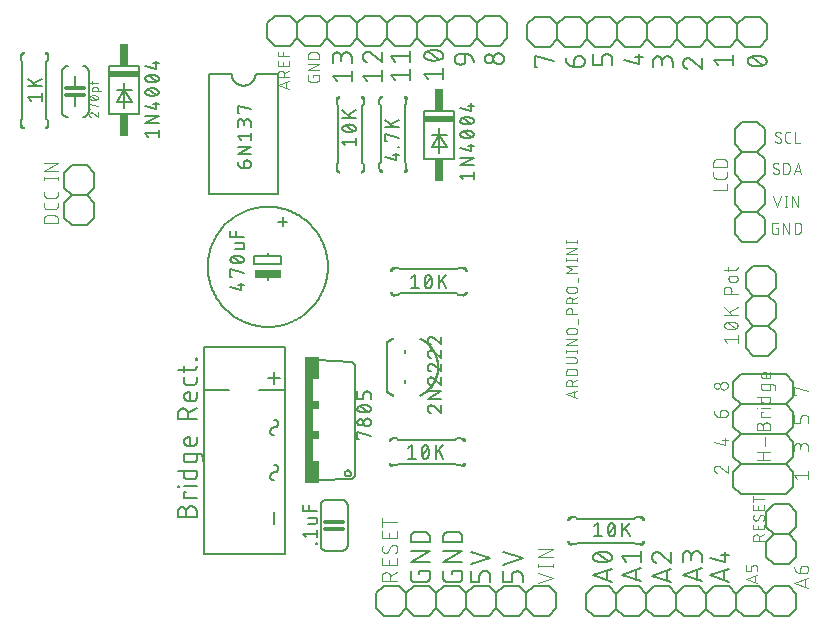
<source format=gbr>
G04 EAGLE Gerber RS-274X export*
G75*
%MOMM*%
%FSLAX34Y34*%
%LPD*%
%INSilkscreen Top*%
%IPPOS*%
%AMOC8*
5,1,8,0,0,1.08239X$1,22.5*%
G01*
%ADD10C,0.015238*%
%ADD11C,0.152400*%
%ADD12C,0.127000*%
%ADD13R,2.540000X0.508000*%
%ADD14R,0.762000X1.905000*%
%ADD15C,0.012700*%
%ADD16R,0.762000X10.668000*%
%ADD17R,0.508000X1.905000*%
%ADD18R,0.508000X0.762000*%
%ADD19C,0.101600*%
%ADD20C,0.177800*%
%ADD21C,0.304800*%
%ADD22R,2.286000X0.635000*%
%ADD23C,0.076200*%


D10*
X826847Y390577D02*
X828220Y390577D01*
X828220Y390576D02*
X828225Y390493D01*
X828234Y390409D01*
X828247Y390327D01*
X828263Y390245D01*
X828283Y390164D01*
X828307Y390083D01*
X828335Y390004D01*
X828366Y389927D01*
X828400Y389851D01*
X828438Y389776D01*
X828479Y389703D01*
X828524Y389632D01*
X828571Y389563D01*
X828622Y389497D01*
X828675Y389433D01*
X828732Y389371D01*
X828791Y389312D01*
X828853Y389255D01*
X828917Y389202D01*
X828983Y389151D01*
X829052Y389104D01*
X829123Y389059D01*
X829196Y389018D01*
X829271Y388980D01*
X829347Y388946D01*
X829424Y388915D01*
X829503Y388887D01*
X829584Y388863D01*
X829665Y388843D01*
X829747Y388827D01*
X829829Y388814D01*
X829913Y388805D01*
X829996Y388800D01*
X829997Y387427D01*
X829996Y387427D01*
X829884Y387431D01*
X829773Y387440D01*
X829662Y387452D01*
X829551Y387468D01*
X829442Y387488D01*
X829332Y387512D01*
X829224Y387539D01*
X829117Y387571D01*
X829011Y387606D01*
X828906Y387644D01*
X828802Y387686D01*
X828701Y387732D01*
X828600Y387781D01*
X828502Y387834D01*
X828405Y387890D01*
X828310Y387949D01*
X828218Y388012D01*
X828128Y388078D01*
X828040Y388147D01*
X827954Y388218D01*
X827871Y388293D01*
X827791Y388371D01*
X827713Y388451D01*
X827638Y388534D01*
X827567Y388620D01*
X827498Y388708D01*
X827432Y388798D01*
X827369Y388890D01*
X827310Y388985D01*
X827254Y389082D01*
X827201Y389180D01*
X827152Y389281D01*
X827106Y389382D01*
X827064Y389486D01*
X827026Y389591D01*
X826991Y389697D01*
X826959Y389804D01*
X826932Y389912D01*
X826908Y390022D01*
X826888Y390131D01*
X826872Y390242D01*
X826860Y390353D01*
X826851Y390464D01*
X826847Y390576D01*
X826990Y390576D01*
X826995Y390467D01*
X827003Y390358D01*
X827015Y390250D01*
X827031Y390142D01*
X827051Y390035D01*
X827075Y389928D01*
X827103Y389823D01*
X827134Y389718D01*
X827169Y389615D01*
X827207Y389513D01*
X827249Y389412D01*
X827295Y389313D01*
X827344Y389216D01*
X827397Y389120D01*
X827452Y389026D01*
X827512Y388935D01*
X827574Y388845D01*
X827639Y388758D01*
X827708Y388673D01*
X827779Y388591D01*
X827854Y388511D01*
X827931Y388434D01*
X828011Y388359D01*
X828093Y388288D01*
X828178Y388219D01*
X828265Y388154D01*
X828355Y388092D01*
X828446Y388032D01*
X828540Y387977D01*
X828636Y387924D01*
X828733Y387875D01*
X828832Y387829D01*
X828933Y387787D01*
X829035Y387749D01*
X829138Y387714D01*
X829243Y387683D01*
X829348Y387655D01*
X829455Y387631D01*
X829562Y387611D01*
X829670Y387595D01*
X829778Y387583D01*
X829887Y387575D01*
X829996Y387570D01*
X829996Y387713D01*
X829890Y387718D01*
X829784Y387726D01*
X829678Y387738D01*
X829573Y387755D01*
X829469Y387775D01*
X829365Y387798D01*
X829262Y387826D01*
X829161Y387857D01*
X829060Y387892D01*
X828961Y387930D01*
X828863Y387972D01*
X828767Y388017D01*
X828673Y388066D01*
X828580Y388119D01*
X828489Y388174D01*
X828401Y388233D01*
X828315Y388295D01*
X828230Y388360D01*
X828149Y388428D01*
X828070Y388499D01*
X827993Y388573D01*
X827919Y388650D01*
X827848Y388729D01*
X827780Y388810D01*
X827715Y388895D01*
X827653Y388981D01*
X827594Y389069D01*
X827539Y389160D01*
X827486Y389253D01*
X827437Y389347D01*
X827392Y389443D01*
X827350Y389541D01*
X827312Y389640D01*
X827277Y389741D01*
X827246Y389842D01*
X827218Y389945D01*
X827195Y390049D01*
X827175Y390153D01*
X827158Y390258D01*
X827146Y390364D01*
X827138Y390470D01*
X827133Y390576D01*
X827276Y390576D01*
X827281Y390473D01*
X827289Y390370D01*
X827302Y390267D01*
X827318Y390165D01*
X827338Y390063D01*
X827361Y389962D01*
X827389Y389863D01*
X827420Y389764D01*
X827454Y389667D01*
X827493Y389570D01*
X827534Y389476D01*
X827580Y389383D01*
X827628Y389291D01*
X827680Y389202D01*
X827735Y389115D01*
X827794Y389029D01*
X827855Y388946D01*
X827920Y388865D01*
X827988Y388787D01*
X828058Y388711D01*
X828131Y388638D01*
X828207Y388568D01*
X828285Y388500D01*
X828366Y388435D01*
X828449Y388374D01*
X828535Y388315D01*
X828622Y388260D01*
X828711Y388208D01*
X828803Y388160D01*
X828896Y388114D01*
X828990Y388073D01*
X829087Y388034D01*
X829184Y388000D01*
X829283Y387969D01*
X829382Y387941D01*
X829483Y387918D01*
X829585Y387898D01*
X829687Y387882D01*
X829790Y387869D01*
X829893Y387861D01*
X829996Y387856D01*
X829996Y387999D01*
X829896Y388004D01*
X829796Y388012D01*
X829696Y388025D01*
X829597Y388041D01*
X829498Y388061D01*
X829401Y388084D01*
X829304Y388111D01*
X829209Y388142D01*
X829114Y388177D01*
X829021Y388215D01*
X828930Y388256D01*
X828840Y388301D01*
X828752Y388350D01*
X828666Y388401D01*
X828582Y388456D01*
X828500Y388514D01*
X828420Y388575D01*
X828343Y388639D01*
X828268Y388706D01*
X828195Y388775D01*
X828126Y388848D01*
X828059Y388923D01*
X827995Y389000D01*
X827934Y389080D01*
X827876Y389162D01*
X827821Y389246D01*
X827770Y389332D01*
X827721Y389420D01*
X827676Y389510D01*
X827635Y389601D01*
X827597Y389694D01*
X827562Y389789D01*
X827531Y389884D01*
X827504Y389981D01*
X827481Y390078D01*
X827461Y390177D01*
X827445Y390276D01*
X827432Y390376D01*
X827424Y390476D01*
X827419Y390576D01*
X827562Y390576D01*
X827567Y390476D01*
X827576Y390377D01*
X827589Y390278D01*
X827606Y390180D01*
X827627Y390082D01*
X827651Y389985D01*
X827680Y389890D01*
X827712Y389795D01*
X827748Y389702D01*
X827787Y389610D01*
X827830Y389521D01*
X827877Y389432D01*
X827927Y389346D01*
X827981Y389262D01*
X828038Y389180D01*
X828098Y389100D01*
X828161Y389023D01*
X828227Y388948D01*
X828296Y388876D01*
X828368Y388807D01*
X828443Y388741D01*
X828520Y388678D01*
X828600Y388618D01*
X828682Y388561D01*
X828766Y388507D01*
X828852Y388457D01*
X828941Y388410D01*
X829030Y388367D01*
X829122Y388328D01*
X829215Y388292D01*
X829310Y388260D01*
X829405Y388231D01*
X829502Y388207D01*
X829600Y388186D01*
X829698Y388169D01*
X829797Y388156D01*
X829896Y388147D01*
X829996Y388142D01*
X829996Y388285D01*
X829900Y388290D01*
X829804Y388299D01*
X829708Y388312D01*
X829613Y388329D01*
X829519Y388349D01*
X829426Y388374D01*
X829334Y388402D01*
X829243Y388434D01*
X829153Y388470D01*
X829065Y388509D01*
X828978Y388552D01*
X828894Y388598D01*
X828811Y388648D01*
X828731Y388701D01*
X828652Y388757D01*
X828576Y388816D01*
X828503Y388878D01*
X828432Y388944D01*
X828364Y389012D01*
X828298Y389083D01*
X828236Y389156D01*
X828177Y389232D01*
X828121Y389311D01*
X828068Y389391D01*
X828018Y389474D01*
X827972Y389558D01*
X827929Y389645D01*
X827890Y389733D01*
X827854Y389823D01*
X827822Y389914D01*
X827794Y390006D01*
X827769Y390099D01*
X827749Y390193D01*
X827732Y390288D01*
X827719Y390384D01*
X827710Y390480D01*
X827705Y390576D01*
X827848Y390576D01*
X827853Y390483D01*
X827862Y390391D01*
X827875Y390299D01*
X827892Y390208D01*
X827912Y390117D01*
X827936Y390027D01*
X827964Y389939D01*
X827996Y389851D01*
X828031Y389766D01*
X828070Y389681D01*
X828112Y389598D01*
X828158Y389518D01*
X828207Y389439D01*
X828259Y389362D01*
X828315Y389287D01*
X828373Y389215D01*
X828434Y389146D01*
X828499Y389079D01*
X828566Y389014D01*
X828635Y388953D01*
X828707Y388895D01*
X828782Y388839D01*
X828859Y388787D01*
X828938Y388738D01*
X829018Y388692D01*
X829101Y388650D01*
X829186Y388611D01*
X829271Y388576D01*
X829359Y388544D01*
X829447Y388516D01*
X829537Y388492D01*
X829628Y388472D01*
X829719Y388455D01*
X829811Y388442D01*
X829903Y388433D01*
X829996Y388428D01*
X829996Y388571D01*
X829907Y388577D01*
X829818Y388585D01*
X829730Y388598D01*
X829643Y388615D01*
X829556Y388635D01*
X829470Y388659D01*
X829385Y388686D01*
X829302Y388718D01*
X829220Y388752D01*
X829139Y388791D01*
X829061Y388832D01*
X828984Y388877D01*
X828909Y388925D01*
X828836Y388977D01*
X828765Y389031D01*
X828697Y389088D01*
X828632Y389149D01*
X828569Y389212D01*
X828508Y389277D01*
X828451Y389345D01*
X828397Y389416D01*
X828345Y389489D01*
X828297Y389564D01*
X828252Y389641D01*
X828211Y389719D01*
X828172Y389800D01*
X828138Y389882D01*
X828106Y389965D01*
X828079Y390050D01*
X828055Y390136D01*
X828035Y390223D01*
X828018Y390310D01*
X828005Y390398D01*
X827997Y390487D01*
X827991Y390576D01*
X828134Y390576D01*
X828140Y390491D01*
X828149Y390406D01*
X828161Y390322D01*
X828178Y390239D01*
X828198Y390156D01*
X828221Y390074D01*
X828248Y389994D01*
X828279Y389914D01*
X828313Y389836D01*
X828350Y389760D01*
X828391Y389685D01*
X828435Y389612D01*
X828483Y389541D01*
X828533Y389473D01*
X828586Y389406D01*
X828642Y389342D01*
X828701Y389281D01*
X828762Y389222D01*
X828826Y389166D01*
X828893Y389113D01*
X828961Y389063D01*
X829032Y389015D01*
X829105Y388971D01*
X829180Y388930D01*
X829256Y388893D01*
X829334Y388859D01*
X829414Y388828D01*
X829494Y388801D01*
X829576Y388778D01*
X829659Y388758D01*
X829742Y388741D01*
X829826Y388729D01*
X829911Y388720D01*
X829996Y388714D01*
X847927Y387427D02*
X847927Y388800D01*
X847928Y388800D02*
X848011Y388805D01*
X848095Y388814D01*
X848177Y388827D01*
X848259Y388843D01*
X848340Y388863D01*
X848421Y388887D01*
X848500Y388915D01*
X848577Y388946D01*
X848653Y388980D01*
X848728Y389018D01*
X848801Y389059D01*
X848872Y389104D01*
X848941Y389151D01*
X849007Y389202D01*
X849071Y389255D01*
X849133Y389312D01*
X849192Y389371D01*
X849249Y389433D01*
X849302Y389497D01*
X849353Y389563D01*
X849400Y389632D01*
X849445Y389703D01*
X849486Y389776D01*
X849524Y389851D01*
X849558Y389927D01*
X849589Y390004D01*
X849617Y390083D01*
X849641Y390164D01*
X849661Y390245D01*
X849677Y390327D01*
X849690Y390409D01*
X849699Y390493D01*
X849704Y390576D01*
X851077Y390577D01*
X851077Y390576D01*
X851073Y390464D01*
X851064Y390353D01*
X851052Y390242D01*
X851036Y390131D01*
X851016Y390022D01*
X850992Y389912D01*
X850965Y389804D01*
X850933Y389697D01*
X850898Y389591D01*
X850860Y389486D01*
X850818Y389382D01*
X850772Y389281D01*
X850723Y389180D01*
X850670Y389082D01*
X850614Y388985D01*
X850555Y388890D01*
X850492Y388798D01*
X850426Y388708D01*
X850357Y388620D01*
X850286Y388534D01*
X850211Y388451D01*
X850133Y388371D01*
X850053Y388293D01*
X849970Y388218D01*
X849884Y388147D01*
X849796Y388078D01*
X849706Y388012D01*
X849614Y387949D01*
X849519Y387890D01*
X849422Y387834D01*
X849324Y387781D01*
X849223Y387732D01*
X849122Y387686D01*
X849018Y387644D01*
X848913Y387606D01*
X848807Y387571D01*
X848700Y387539D01*
X848592Y387512D01*
X848482Y387488D01*
X848373Y387468D01*
X848262Y387452D01*
X848151Y387440D01*
X848040Y387431D01*
X847928Y387427D01*
X847928Y387570D01*
X848037Y387575D01*
X848146Y387583D01*
X848254Y387595D01*
X848362Y387611D01*
X848469Y387631D01*
X848576Y387655D01*
X848681Y387683D01*
X848786Y387714D01*
X848889Y387749D01*
X848991Y387787D01*
X849092Y387829D01*
X849191Y387875D01*
X849288Y387924D01*
X849384Y387977D01*
X849478Y388032D01*
X849569Y388092D01*
X849659Y388154D01*
X849746Y388219D01*
X849831Y388288D01*
X849913Y388359D01*
X849993Y388434D01*
X850070Y388511D01*
X850145Y388591D01*
X850216Y388673D01*
X850285Y388758D01*
X850350Y388845D01*
X850412Y388935D01*
X850472Y389026D01*
X850527Y389120D01*
X850580Y389216D01*
X850629Y389313D01*
X850675Y389412D01*
X850717Y389513D01*
X850755Y389615D01*
X850790Y389718D01*
X850821Y389823D01*
X850849Y389928D01*
X850873Y390035D01*
X850893Y390142D01*
X850909Y390250D01*
X850921Y390358D01*
X850929Y390467D01*
X850934Y390576D01*
X850791Y390576D01*
X850786Y390470D01*
X850778Y390364D01*
X850766Y390258D01*
X850749Y390153D01*
X850729Y390049D01*
X850706Y389945D01*
X850678Y389842D01*
X850647Y389741D01*
X850612Y389640D01*
X850574Y389541D01*
X850532Y389443D01*
X850487Y389347D01*
X850438Y389253D01*
X850385Y389160D01*
X850330Y389069D01*
X850271Y388981D01*
X850209Y388895D01*
X850144Y388810D01*
X850076Y388729D01*
X850005Y388650D01*
X849931Y388573D01*
X849854Y388499D01*
X849775Y388428D01*
X849694Y388360D01*
X849609Y388295D01*
X849523Y388233D01*
X849435Y388174D01*
X849344Y388119D01*
X849251Y388066D01*
X849157Y388017D01*
X849061Y387972D01*
X848963Y387930D01*
X848864Y387892D01*
X848763Y387857D01*
X848662Y387826D01*
X848559Y387798D01*
X848455Y387775D01*
X848351Y387755D01*
X848246Y387738D01*
X848140Y387726D01*
X848034Y387718D01*
X847928Y387713D01*
X847928Y387856D01*
X848031Y387861D01*
X848134Y387869D01*
X848237Y387882D01*
X848339Y387898D01*
X848441Y387918D01*
X848542Y387941D01*
X848641Y387969D01*
X848740Y388000D01*
X848837Y388034D01*
X848934Y388073D01*
X849028Y388114D01*
X849121Y388160D01*
X849213Y388208D01*
X849302Y388260D01*
X849389Y388315D01*
X849475Y388374D01*
X849558Y388435D01*
X849639Y388500D01*
X849717Y388568D01*
X849793Y388638D01*
X849866Y388711D01*
X849936Y388787D01*
X850004Y388865D01*
X850069Y388946D01*
X850130Y389029D01*
X850189Y389115D01*
X850244Y389202D01*
X850296Y389291D01*
X850344Y389383D01*
X850390Y389476D01*
X850431Y389570D01*
X850470Y389667D01*
X850504Y389764D01*
X850535Y389863D01*
X850563Y389962D01*
X850586Y390063D01*
X850606Y390165D01*
X850622Y390267D01*
X850635Y390370D01*
X850643Y390473D01*
X850648Y390576D01*
X850505Y390576D01*
X850500Y390476D01*
X850492Y390376D01*
X850479Y390276D01*
X850463Y390177D01*
X850443Y390078D01*
X850420Y389981D01*
X850393Y389884D01*
X850362Y389789D01*
X850327Y389694D01*
X850289Y389601D01*
X850248Y389510D01*
X850203Y389420D01*
X850154Y389332D01*
X850103Y389246D01*
X850048Y389162D01*
X849990Y389080D01*
X849929Y389000D01*
X849865Y388923D01*
X849798Y388848D01*
X849729Y388775D01*
X849656Y388706D01*
X849581Y388639D01*
X849504Y388575D01*
X849424Y388514D01*
X849342Y388456D01*
X849258Y388401D01*
X849172Y388350D01*
X849084Y388301D01*
X848994Y388256D01*
X848903Y388215D01*
X848810Y388177D01*
X848715Y388142D01*
X848620Y388111D01*
X848523Y388084D01*
X848426Y388061D01*
X848327Y388041D01*
X848228Y388025D01*
X848128Y388012D01*
X848028Y388004D01*
X847928Y387999D01*
X847928Y388142D01*
X848028Y388147D01*
X848127Y388156D01*
X848226Y388169D01*
X848324Y388186D01*
X848422Y388207D01*
X848519Y388231D01*
X848614Y388260D01*
X848709Y388292D01*
X848802Y388328D01*
X848894Y388367D01*
X848983Y388410D01*
X849072Y388457D01*
X849158Y388507D01*
X849242Y388561D01*
X849324Y388618D01*
X849404Y388678D01*
X849481Y388741D01*
X849556Y388807D01*
X849628Y388876D01*
X849697Y388948D01*
X849763Y389023D01*
X849826Y389100D01*
X849886Y389180D01*
X849943Y389262D01*
X849997Y389346D01*
X850047Y389432D01*
X850094Y389521D01*
X850137Y389610D01*
X850176Y389702D01*
X850212Y389795D01*
X850244Y389890D01*
X850273Y389985D01*
X850297Y390082D01*
X850318Y390180D01*
X850335Y390278D01*
X850348Y390377D01*
X850357Y390476D01*
X850362Y390576D01*
X850219Y390576D01*
X850214Y390480D01*
X850205Y390384D01*
X850192Y390288D01*
X850175Y390193D01*
X850155Y390099D01*
X850130Y390006D01*
X850102Y389914D01*
X850070Y389823D01*
X850034Y389733D01*
X849995Y389645D01*
X849952Y389558D01*
X849906Y389474D01*
X849856Y389391D01*
X849803Y389311D01*
X849747Y389232D01*
X849688Y389156D01*
X849626Y389083D01*
X849560Y389012D01*
X849492Y388944D01*
X849421Y388878D01*
X849348Y388816D01*
X849272Y388757D01*
X849193Y388701D01*
X849113Y388648D01*
X849030Y388598D01*
X848946Y388552D01*
X848859Y388509D01*
X848771Y388470D01*
X848681Y388434D01*
X848590Y388402D01*
X848498Y388374D01*
X848405Y388349D01*
X848311Y388329D01*
X848216Y388312D01*
X848120Y388299D01*
X848024Y388290D01*
X847928Y388285D01*
X847928Y388428D01*
X848021Y388433D01*
X848113Y388442D01*
X848205Y388455D01*
X848296Y388472D01*
X848387Y388492D01*
X848477Y388516D01*
X848565Y388544D01*
X848653Y388576D01*
X848738Y388611D01*
X848823Y388650D01*
X848906Y388692D01*
X848986Y388738D01*
X849065Y388787D01*
X849142Y388839D01*
X849217Y388895D01*
X849289Y388953D01*
X849358Y389014D01*
X849425Y389079D01*
X849490Y389146D01*
X849551Y389215D01*
X849609Y389287D01*
X849665Y389362D01*
X849717Y389439D01*
X849766Y389518D01*
X849812Y389598D01*
X849854Y389681D01*
X849893Y389766D01*
X849928Y389851D01*
X849960Y389939D01*
X849988Y390027D01*
X850012Y390117D01*
X850032Y390208D01*
X850049Y390299D01*
X850062Y390391D01*
X850071Y390483D01*
X850076Y390576D01*
X849933Y390576D01*
X849927Y390487D01*
X849919Y390398D01*
X849906Y390310D01*
X849889Y390223D01*
X849869Y390136D01*
X849845Y390050D01*
X849818Y389965D01*
X849786Y389882D01*
X849752Y389800D01*
X849713Y389719D01*
X849672Y389641D01*
X849627Y389564D01*
X849579Y389489D01*
X849527Y389416D01*
X849473Y389345D01*
X849416Y389277D01*
X849355Y389212D01*
X849292Y389149D01*
X849227Y389088D01*
X849159Y389031D01*
X849088Y388977D01*
X849015Y388925D01*
X848940Y388877D01*
X848863Y388832D01*
X848785Y388791D01*
X848704Y388752D01*
X848622Y388718D01*
X848539Y388686D01*
X848454Y388659D01*
X848368Y388635D01*
X848281Y388615D01*
X848194Y388598D01*
X848106Y388585D01*
X848017Y388577D01*
X847928Y388571D01*
X847928Y388714D01*
X848013Y388720D01*
X848098Y388729D01*
X848182Y388741D01*
X848265Y388758D01*
X848348Y388778D01*
X848430Y388801D01*
X848510Y388828D01*
X848590Y388859D01*
X848668Y388893D01*
X848744Y388930D01*
X848819Y388971D01*
X848892Y389015D01*
X848963Y389063D01*
X849031Y389113D01*
X849098Y389166D01*
X849162Y389222D01*
X849223Y389281D01*
X849282Y389342D01*
X849338Y389406D01*
X849391Y389473D01*
X849441Y389541D01*
X849489Y389612D01*
X849533Y389685D01*
X849574Y389760D01*
X849611Y389836D01*
X849645Y389914D01*
X849676Y389994D01*
X849703Y390074D01*
X849726Y390156D01*
X849746Y390239D01*
X849763Y390322D01*
X849775Y390406D01*
X849784Y390491D01*
X849790Y390576D01*
X851077Y449147D02*
X849704Y449147D01*
X849704Y449148D02*
X849699Y449231D01*
X849690Y449315D01*
X849677Y449397D01*
X849661Y449479D01*
X849641Y449560D01*
X849617Y449641D01*
X849589Y449720D01*
X849558Y449797D01*
X849524Y449873D01*
X849486Y449948D01*
X849445Y450021D01*
X849400Y450092D01*
X849353Y450161D01*
X849302Y450227D01*
X849249Y450291D01*
X849192Y450353D01*
X849133Y450412D01*
X849071Y450469D01*
X849007Y450522D01*
X848941Y450573D01*
X848872Y450620D01*
X848801Y450665D01*
X848728Y450706D01*
X848653Y450744D01*
X848577Y450778D01*
X848500Y450809D01*
X848421Y450837D01*
X848340Y450861D01*
X848259Y450881D01*
X848177Y450897D01*
X848095Y450910D01*
X848011Y450919D01*
X847928Y450924D01*
X847927Y452297D01*
X847928Y452297D01*
X848040Y452293D01*
X848151Y452284D01*
X848262Y452272D01*
X848373Y452256D01*
X848482Y452236D01*
X848592Y452212D01*
X848700Y452185D01*
X848807Y452153D01*
X848913Y452118D01*
X849018Y452080D01*
X849122Y452038D01*
X849223Y451992D01*
X849324Y451943D01*
X849422Y451890D01*
X849519Y451834D01*
X849614Y451775D01*
X849706Y451712D01*
X849796Y451646D01*
X849884Y451577D01*
X849970Y451506D01*
X850053Y451431D01*
X850133Y451353D01*
X850211Y451273D01*
X850286Y451190D01*
X850357Y451104D01*
X850426Y451016D01*
X850492Y450926D01*
X850555Y450834D01*
X850614Y450739D01*
X850670Y450642D01*
X850723Y450544D01*
X850772Y450443D01*
X850818Y450342D01*
X850860Y450238D01*
X850898Y450133D01*
X850933Y450027D01*
X850965Y449920D01*
X850992Y449812D01*
X851016Y449702D01*
X851036Y449593D01*
X851052Y449482D01*
X851064Y449371D01*
X851073Y449260D01*
X851077Y449148D01*
X850934Y449148D01*
X850929Y449257D01*
X850921Y449366D01*
X850909Y449474D01*
X850893Y449582D01*
X850873Y449689D01*
X850849Y449796D01*
X850821Y449901D01*
X850790Y450006D01*
X850755Y450109D01*
X850717Y450211D01*
X850675Y450312D01*
X850629Y450411D01*
X850580Y450508D01*
X850527Y450604D01*
X850472Y450698D01*
X850412Y450789D01*
X850350Y450879D01*
X850285Y450966D01*
X850216Y451051D01*
X850145Y451133D01*
X850070Y451213D01*
X849993Y451290D01*
X849913Y451365D01*
X849831Y451436D01*
X849746Y451505D01*
X849659Y451570D01*
X849569Y451632D01*
X849478Y451692D01*
X849384Y451747D01*
X849288Y451800D01*
X849191Y451849D01*
X849092Y451895D01*
X848991Y451937D01*
X848889Y451975D01*
X848786Y452010D01*
X848681Y452041D01*
X848576Y452069D01*
X848469Y452093D01*
X848362Y452113D01*
X848254Y452129D01*
X848146Y452141D01*
X848037Y452149D01*
X847928Y452154D01*
X847928Y452011D01*
X848034Y452006D01*
X848140Y451998D01*
X848246Y451986D01*
X848351Y451969D01*
X848455Y451949D01*
X848559Y451926D01*
X848662Y451898D01*
X848763Y451867D01*
X848864Y451832D01*
X848963Y451794D01*
X849061Y451752D01*
X849157Y451707D01*
X849251Y451658D01*
X849344Y451605D01*
X849435Y451550D01*
X849523Y451491D01*
X849609Y451429D01*
X849694Y451364D01*
X849775Y451296D01*
X849854Y451225D01*
X849931Y451151D01*
X850005Y451074D01*
X850076Y450995D01*
X850144Y450914D01*
X850209Y450829D01*
X850271Y450743D01*
X850330Y450655D01*
X850385Y450564D01*
X850438Y450471D01*
X850487Y450377D01*
X850532Y450281D01*
X850574Y450183D01*
X850612Y450084D01*
X850647Y449983D01*
X850678Y449882D01*
X850706Y449779D01*
X850729Y449675D01*
X850749Y449571D01*
X850766Y449466D01*
X850778Y449360D01*
X850786Y449254D01*
X850791Y449148D01*
X850648Y449148D01*
X850643Y449251D01*
X850635Y449354D01*
X850622Y449457D01*
X850606Y449559D01*
X850586Y449661D01*
X850563Y449762D01*
X850535Y449861D01*
X850504Y449960D01*
X850470Y450057D01*
X850431Y450154D01*
X850390Y450248D01*
X850344Y450341D01*
X850296Y450433D01*
X850244Y450522D01*
X850189Y450609D01*
X850130Y450695D01*
X850069Y450778D01*
X850004Y450859D01*
X849936Y450937D01*
X849866Y451013D01*
X849793Y451086D01*
X849717Y451156D01*
X849639Y451224D01*
X849558Y451289D01*
X849475Y451350D01*
X849389Y451409D01*
X849302Y451464D01*
X849213Y451516D01*
X849121Y451564D01*
X849028Y451610D01*
X848934Y451651D01*
X848837Y451690D01*
X848740Y451724D01*
X848641Y451755D01*
X848542Y451783D01*
X848441Y451806D01*
X848339Y451826D01*
X848237Y451842D01*
X848134Y451855D01*
X848031Y451863D01*
X847928Y451868D01*
X847928Y451725D01*
X848028Y451720D01*
X848128Y451712D01*
X848228Y451699D01*
X848327Y451683D01*
X848426Y451663D01*
X848523Y451640D01*
X848620Y451613D01*
X848715Y451582D01*
X848810Y451547D01*
X848903Y451509D01*
X848994Y451468D01*
X849084Y451423D01*
X849172Y451374D01*
X849258Y451323D01*
X849342Y451268D01*
X849424Y451210D01*
X849504Y451149D01*
X849581Y451085D01*
X849656Y451018D01*
X849729Y450949D01*
X849798Y450876D01*
X849865Y450801D01*
X849929Y450724D01*
X849990Y450644D01*
X850048Y450562D01*
X850103Y450478D01*
X850154Y450392D01*
X850203Y450304D01*
X850248Y450214D01*
X850289Y450123D01*
X850327Y450030D01*
X850362Y449935D01*
X850393Y449840D01*
X850420Y449743D01*
X850443Y449646D01*
X850463Y449547D01*
X850479Y449448D01*
X850492Y449348D01*
X850500Y449248D01*
X850505Y449148D01*
X850362Y449148D01*
X850357Y449248D01*
X850348Y449347D01*
X850335Y449446D01*
X850318Y449544D01*
X850297Y449642D01*
X850273Y449739D01*
X850244Y449834D01*
X850212Y449929D01*
X850176Y450022D01*
X850137Y450114D01*
X850094Y450203D01*
X850047Y450292D01*
X849997Y450378D01*
X849943Y450462D01*
X849886Y450544D01*
X849826Y450624D01*
X849763Y450701D01*
X849697Y450776D01*
X849628Y450848D01*
X849556Y450917D01*
X849481Y450983D01*
X849404Y451046D01*
X849324Y451106D01*
X849242Y451163D01*
X849158Y451217D01*
X849072Y451267D01*
X848983Y451314D01*
X848894Y451357D01*
X848802Y451396D01*
X848709Y451432D01*
X848614Y451464D01*
X848519Y451493D01*
X848422Y451517D01*
X848324Y451538D01*
X848226Y451555D01*
X848127Y451568D01*
X848028Y451577D01*
X847928Y451582D01*
X847928Y451439D01*
X848024Y451434D01*
X848120Y451425D01*
X848216Y451412D01*
X848311Y451395D01*
X848405Y451375D01*
X848498Y451350D01*
X848590Y451322D01*
X848681Y451290D01*
X848771Y451254D01*
X848859Y451215D01*
X848946Y451172D01*
X849030Y451126D01*
X849113Y451076D01*
X849193Y451023D01*
X849272Y450967D01*
X849348Y450908D01*
X849421Y450846D01*
X849492Y450780D01*
X849560Y450712D01*
X849626Y450641D01*
X849688Y450568D01*
X849747Y450492D01*
X849803Y450413D01*
X849856Y450333D01*
X849906Y450250D01*
X849952Y450166D01*
X849995Y450079D01*
X850034Y449991D01*
X850070Y449901D01*
X850102Y449810D01*
X850130Y449718D01*
X850155Y449625D01*
X850175Y449531D01*
X850192Y449436D01*
X850205Y449340D01*
X850214Y449244D01*
X850219Y449148D01*
X850076Y449148D01*
X850071Y449241D01*
X850062Y449333D01*
X850049Y449425D01*
X850032Y449516D01*
X850012Y449607D01*
X849988Y449697D01*
X849960Y449785D01*
X849928Y449873D01*
X849893Y449958D01*
X849854Y450043D01*
X849812Y450126D01*
X849766Y450206D01*
X849717Y450285D01*
X849665Y450362D01*
X849609Y450437D01*
X849551Y450509D01*
X849490Y450578D01*
X849425Y450645D01*
X849358Y450710D01*
X849289Y450771D01*
X849217Y450829D01*
X849142Y450885D01*
X849065Y450937D01*
X848986Y450986D01*
X848906Y451032D01*
X848823Y451074D01*
X848738Y451113D01*
X848653Y451148D01*
X848565Y451180D01*
X848477Y451208D01*
X848387Y451232D01*
X848296Y451252D01*
X848205Y451269D01*
X848113Y451282D01*
X848021Y451291D01*
X847928Y451296D01*
X847928Y451153D01*
X848017Y451147D01*
X848106Y451139D01*
X848194Y451126D01*
X848281Y451109D01*
X848368Y451089D01*
X848454Y451065D01*
X848539Y451038D01*
X848622Y451006D01*
X848704Y450972D01*
X848785Y450933D01*
X848863Y450892D01*
X848940Y450847D01*
X849015Y450799D01*
X849088Y450747D01*
X849159Y450693D01*
X849227Y450636D01*
X849292Y450575D01*
X849355Y450512D01*
X849416Y450447D01*
X849473Y450379D01*
X849527Y450308D01*
X849579Y450235D01*
X849627Y450160D01*
X849672Y450083D01*
X849713Y450005D01*
X849752Y449924D01*
X849786Y449842D01*
X849818Y449759D01*
X849845Y449674D01*
X849869Y449588D01*
X849889Y449501D01*
X849906Y449414D01*
X849919Y449326D01*
X849927Y449237D01*
X849933Y449148D01*
X849790Y449148D01*
X849784Y449233D01*
X849775Y449318D01*
X849763Y449402D01*
X849746Y449485D01*
X849726Y449568D01*
X849703Y449650D01*
X849676Y449730D01*
X849645Y449810D01*
X849611Y449888D01*
X849574Y449964D01*
X849533Y450039D01*
X849489Y450112D01*
X849441Y450183D01*
X849391Y450251D01*
X849338Y450318D01*
X849282Y450382D01*
X849223Y450443D01*
X849162Y450502D01*
X849098Y450558D01*
X849031Y450611D01*
X848963Y450661D01*
X848892Y450709D01*
X848819Y450753D01*
X848744Y450794D01*
X848668Y450831D01*
X848590Y450865D01*
X848510Y450896D01*
X848430Y450923D01*
X848348Y450946D01*
X848265Y450966D01*
X848182Y450983D01*
X848098Y450995D01*
X848013Y451004D01*
X847928Y451010D01*
X829997Y452297D02*
X829997Y450924D01*
X829996Y450924D02*
X829913Y450919D01*
X829829Y450910D01*
X829747Y450897D01*
X829665Y450881D01*
X829584Y450861D01*
X829503Y450837D01*
X829424Y450809D01*
X829347Y450778D01*
X829271Y450744D01*
X829196Y450706D01*
X829123Y450665D01*
X829052Y450620D01*
X828983Y450573D01*
X828917Y450522D01*
X828853Y450469D01*
X828791Y450412D01*
X828732Y450353D01*
X828675Y450291D01*
X828622Y450227D01*
X828571Y450161D01*
X828524Y450092D01*
X828479Y450021D01*
X828438Y449948D01*
X828400Y449873D01*
X828366Y449797D01*
X828335Y449720D01*
X828307Y449641D01*
X828283Y449560D01*
X828263Y449479D01*
X828247Y449397D01*
X828234Y449315D01*
X828225Y449231D01*
X828220Y449148D01*
X826847Y449147D01*
X826847Y449148D01*
X826851Y449260D01*
X826860Y449371D01*
X826872Y449482D01*
X826888Y449593D01*
X826908Y449702D01*
X826932Y449812D01*
X826959Y449920D01*
X826991Y450027D01*
X827026Y450133D01*
X827064Y450238D01*
X827106Y450342D01*
X827152Y450443D01*
X827201Y450544D01*
X827254Y450642D01*
X827310Y450739D01*
X827369Y450834D01*
X827432Y450926D01*
X827498Y451016D01*
X827567Y451104D01*
X827638Y451190D01*
X827713Y451273D01*
X827791Y451353D01*
X827871Y451431D01*
X827954Y451506D01*
X828040Y451577D01*
X828128Y451646D01*
X828218Y451712D01*
X828310Y451775D01*
X828405Y451834D01*
X828502Y451890D01*
X828600Y451943D01*
X828701Y451992D01*
X828802Y452038D01*
X828906Y452080D01*
X829011Y452118D01*
X829117Y452153D01*
X829224Y452185D01*
X829332Y452212D01*
X829442Y452236D01*
X829551Y452256D01*
X829662Y452272D01*
X829773Y452284D01*
X829884Y452293D01*
X829996Y452297D01*
X829996Y452154D01*
X829887Y452149D01*
X829778Y452141D01*
X829670Y452129D01*
X829562Y452113D01*
X829455Y452093D01*
X829348Y452069D01*
X829243Y452041D01*
X829138Y452010D01*
X829035Y451975D01*
X828933Y451937D01*
X828832Y451895D01*
X828733Y451849D01*
X828636Y451800D01*
X828540Y451747D01*
X828446Y451692D01*
X828355Y451632D01*
X828265Y451570D01*
X828178Y451505D01*
X828093Y451436D01*
X828011Y451365D01*
X827931Y451290D01*
X827854Y451213D01*
X827779Y451133D01*
X827708Y451051D01*
X827639Y450966D01*
X827574Y450879D01*
X827512Y450789D01*
X827452Y450698D01*
X827397Y450604D01*
X827344Y450508D01*
X827295Y450411D01*
X827249Y450312D01*
X827207Y450211D01*
X827169Y450109D01*
X827134Y450006D01*
X827103Y449901D01*
X827075Y449796D01*
X827051Y449689D01*
X827031Y449582D01*
X827015Y449474D01*
X827003Y449366D01*
X826995Y449257D01*
X826990Y449148D01*
X827133Y449148D01*
X827138Y449254D01*
X827146Y449360D01*
X827158Y449466D01*
X827175Y449571D01*
X827195Y449675D01*
X827218Y449779D01*
X827246Y449882D01*
X827277Y449983D01*
X827312Y450084D01*
X827350Y450183D01*
X827392Y450281D01*
X827437Y450377D01*
X827486Y450471D01*
X827539Y450564D01*
X827594Y450655D01*
X827653Y450743D01*
X827715Y450829D01*
X827780Y450914D01*
X827848Y450995D01*
X827919Y451074D01*
X827993Y451151D01*
X828070Y451225D01*
X828149Y451296D01*
X828230Y451364D01*
X828315Y451429D01*
X828401Y451491D01*
X828489Y451550D01*
X828580Y451605D01*
X828673Y451658D01*
X828767Y451707D01*
X828863Y451752D01*
X828961Y451794D01*
X829060Y451832D01*
X829161Y451867D01*
X829262Y451898D01*
X829365Y451926D01*
X829469Y451949D01*
X829573Y451969D01*
X829678Y451986D01*
X829784Y451998D01*
X829890Y452006D01*
X829996Y452011D01*
X829996Y451868D01*
X829893Y451863D01*
X829790Y451855D01*
X829687Y451842D01*
X829585Y451826D01*
X829483Y451806D01*
X829382Y451783D01*
X829283Y451755D01*
X829184Y451724D01*
X829087Y451690D01*
X828990Y451651D01*
X828896Y451610D01*
X828803Y451564D01*
X828711Y451516D01*
X828622Y451464D01*
X828535Y451409D01*
X828449Y451350D01*
X828366Y451289D01*
X828285Y451224D01*
X828207Y451156D01*
X828131Y451086D01*
X828058Y451013D01*
X827988Y450937D01*
X827920Y450859D01*
X827855Y450778D01*
X827794Y450695D01*
X827735Y450609D01*
X827680Y450522D01*
X827628Y450433D01*
X827580Y450341D01*
X827534Y450248D01*
X827493Y450154D01*
X827454Y450057D01*
X827420Y449960D01*
X827389Y449861D01*
X827361Y449762D01*
X827338Y449661D01*
X827318Y449559D01*
X827302Y449457D01*
X827289Y449354D01*
X827281Y449251D01*
X827276Y449148D01*
X827419Y449148D01*
X827424Y449248D01*
X827432Y449348D01*
X827445Y449448D01*
X827461Y449547D01*
X827481Y449646D01*
X827504Y449743D01*
X827531Y449840D01*
X827562Y449935D01*
X827597Y450030D01*
X827635Y450123D01*
X827676Y450214D01*
X827721Y450304D01*
X827770Y450392D01*
X827821Y450478D01*
X827876Y450562D01*
X827934Y450644D01*
X827995Y450724D01*
X828059Y450801D01*
X828126Y450876D01*
X828195Y450949D01*
X828268Y451018D01*
X828343Y451085D01*
X828420Y451149D01*
X828500Y451210D01*
X828582Y451268D01*
X828666Y451323D01*
X828752Y451374D01*
X828840Y451423D01*
X828930Y451468D01*
X829021Y451509D01*
X829114Y451547D01*
X829209Y451582D01*
X829304Y451613D01*
X829401Y451640D01*
X829498Y451663D01*
X829597Y451683D01*
X829696Y451699D01*
X829796Y451712D01*
X829896Y451720D01*
X829996Y451725D01*
X829996Y451582D01*
X829896Y451577D01*
X829797Y451568D01*
X829698Y451555D01*
X829600Y451538D01*
X829502Y451517D01*
X829405Y451493D01*
X829310Y451464D01*
X829215Y451432D01*
X829122Y451396D01*
X829030Y451357D01*
X828941Y451314D01*
X828852Y451267D01*
X828766Y451217D01*
X828682Y451163D01*
X828600Y451106D01*
X828520Y451046D01*
X828443Y450983D01*
X828368Y450917D01*
X828296Y450848D01*
X828227Y450776D01*
X828161Y450701D01*
X828098Y450624D01*
X828038Y450544D01*
X827981Y450462D01*
X827927Y450378D01*
X827877Y450292D01*
X827830Y450203D01*
X827787Y450114D01*
X827748Y450022D01*
X827712Y449929D01*
X827680Y449834D01*
X827651Y449739D01*
X827627Y449642D01*
X827606Y449544D01*
X827589Y449446D01*
X827576Y449347D01*
X827567Y449248D01*
X827562Y449148D01*
X827705Y449148D01*
X827710Y449244D01*
X827719Y449340D01*
X827732Y449436D01*
X827749Y449531D01*
X827769Y449625D01*
X827794Y449718D01*
X827822Y449810D01*
X827854Y449901D01*
X827890Y449991D01*
X827929Y450079D01*
X827972Y450166D01*
X828018Y450250D01*
X828068Y450333D01*
X828121Y450413D01*
X828177Y450492D01*
X828236Y450568D01*
X828298Y450641D01*
X828364Y450712D01*
X828432Y450780D01*
X828503Y450846D01*
X828576Y450908D01*
X828652Y450967D01*
X828731Y451023D01*
X828811Y451076D01*
X828894Y451126D01*
X828978Y451172D01*
X829065Y451215D01*
X829153Y451254D01*
X829243Y451290D01*
X829334Y451322D01*
X829426Y451350D01*
X829519Y451375D01*
X829613Y451395D01*
X829708Y451412D01*
X829804Y451425D01*
X829900Y451434D01*
X829996Y451439D01*
X829996Y451296D01*
X829903Y451291D01*
X829811Y451282D01*
X829719Y451269D01*
X829628Y451252D01*
X829537Y451232D01*
X829447Y451208D01*
X829359Y451180D01*
X829271Y451148D01*
X829186Y451113D01*
X829101Y451074D01*
X829018Y451032D01*
X828938Y450986D01*
X828859Y450937D01*
X828782Y450885D01*
X828707Y450829D01*
X828635Y450771D01*
X828566Y450710D01*
X828499Y450645D01*
X828434Y450578D01*
X828373Y450509D01*
X828315Y450437D01*
X828259Y450362D01*
X828207Y450285D01*
X828158Y450206D01*
X828112Y450126D01*
X828070Y450043D01*
X828031Y449958D01*
X827996Y449873D01*
X827964Y449785D01*
X827936Y449697D01*
X827912Y449607D01*
X827892Y449516D01*
X827875Y449425D01*
X827862Y449333D01*
X827853Y449241D01*
X827848Y449148D01*
X827991Y449148D01*
X827997Y449237D01*
X828005Y449326D01*
X828018Y449414D01*
X828035Y449501D01*
X828055Y449588D01*
X828079Y449674D01*
X828106Y449759D01*
X828138Y449842D01*
X828172Y449924D01*
X828211Y450005D01*
X828252Y450083D01*
X828297Y450160D01*
X828345Y450235D01*
X828397Y450308D01*
X828451Y450379D01*
X828508Y450447D01*
X828569Y450512D01*
X828632Y450575D01*
X828697Y450636D01*
X828765Y450693D01*
X828836Y450747D01*
X828909Y450799D01*
X828984Y450847D01*
X829061Y450892D01*
X829139Y450933D01*
X829220Y450972D01*
X829302Y451006D01*
X829385Y451038D01*
X829470Y451065D01*
X829556Y451089D01*
X829643Y451109D01*
X829730Y451126D01*
X829818Y451139D01*
X829907Y451147D01*
X829996Y451153D01*
X829996Y451010D01*
X829911Y451004D01*
X829826Y450995D01*
X829742Y450983D01*
X829659Y450966D01*
X829576Y450946D01*
X829494Y450923D01*
X829414Y450896D01*
X829334Y450865D01*
X829256Y450831D01*
X829180Y450794D01*
X829105Y450753D01*
X829032Y450709D01*
X828961Y450661D01*
X828893Y450611D01*
X828826Y450558D01*
X828762Y450502D01*
X828701Y450443D01*
X828642Y450382D01*
X828586Y450318D01*
X828533Y450251D01*
X828483Y450183D01*
X828435Y450112D01*
X828391Y450039D01*
X828350Y449964D01*
X828313Y449888D01*
X828279Y449810D01*
X828248Y449730D01*
X828221Y449650D01*
X828198Y449568D01*
X828178Y449485D01*
X828161Y449402D01*
X828149Y449318D01*
X828140Y449233D01*
X828134Y449148D01*
D11*
X827532Y394462D02*
X827532Y390652D01*
X827532Y394462D02*
X828802Y395732D01*
X850392Y394462D02*
X850392Y390652D01*
X850392Y394462D02*
X849122Y395732D01*
X828802Y443992D02*
X827532Y445262D01*
X828802Y443992D02*
X828802Y395732D01*
X849122Y443992D02*
X850392Y445262D01*
X849122Y443992D02*
X849122Y395732D01*
X827532Y445262D02*
X827532Y449072D01*
X850392Y449072D02*
X850392Y445262D01*
D12*
X832485Y413512D02*
X835025Y410337D01*
X832485Y413512D02*
X843915Y413512D01*
X843915Y410337D02*
X843915Y416687D01*
X838200Y421767D02*
X837975Y421770D01*
X837750Y421778D01*
X837526Y421791D01*
X837302Y421810D01*
X837078Y421834D01*
X836855Y421863D01*
X836633Y421898D01*
X836412Y421938D01*
X836192Y421984D01*
X835973Y422034D01*
X835755Y422090D01*
X835538Y422151D01*
X835323Y422217D01*
X835110Y422288D01*
X834899Y422365D01*
X834689Y422446D01*
X834481Y422532D01*
X834276Y422623D01*
X834073Y422719D01*
X833985Y422751D01*
X833898Y422787D01*
X833812Y422826D01*
X833728Y422869D01*
X833646Y422915D01*
X833566Y422964D01*
X833488Y423016D01*
X833412Y423072D01*
X833338Y423130D01*
X833267Y423192D01*
X833198Y423256D01*
X833132Y423323D01*
X833069Y423392D01*
X833008Y423464D01*
X832950Y423538D01*
X832896Y423615D01*
X832844Y423693D01*
X832796Y423774D01*
X832751Y423856D01*
X832709Y423941D01*
X832671Y424027D01*
X832636Y424114D01*
X832604Y424202D01*
X832577Y424292D01*
X832552Y424383D01*
X832532Y424475D01*
X832515Y424567D01*
X832502Y424661D01*
X832493Y424754D01*
X832487Y424848D01*
X832485Y424942D01*
X832487Y425036D01*
X832493Y425130D01*
X832502Y425223D01*
X832515Y425317D01*
X832532Y425409D01*
X832552Y425501D01*
X832577Y425592D01*
X832604Y425682D01*
X832636Y425770D01*
X832671Y425857D01*
X832709Y425943D01*
X832751Y426028D01*
X832796Y426110D01*
X832844Y426191D01*
X832896Y426269D01*
X832950Y426346D01*
X833008Y426420D01*
X833069Y426492D01*
X833132Y426561D01*
X833198Y426628D01*
X833267Y426692D01*
X833338Y426754D01*
X833412Y426812D01*
X833488Y426868D01*
X833566Y426920D01*
X833646Y426969D01*
X833728Y427015D01*
X833812Y427058D01*
X833898Y427097D01*
X833985Y427133D01*
X834073Y427165D01*
X834276Y427261D01*
X834481Y427352D01*
X834689Y427438D01*
X834899Y427519D01*
X835110Y427596D01*
X835323Y427667D01*
X835538Y427733D01*
X835755Y427794D01*
X835973Y427850D01*
X836192Y427900D01*
X836412Y427946D01*
X836633Y427986D01*
X836855Y428021D01*
X837078Y428050D01*
X837302Y428074D01*
X837526Y428093D01*
X837750Y428106D01*
X837975Y428114D01*
X838200Y428117D01*
X838200Y421767D02*
X838425Y421770D01*
X838650Y421778D01*
X838874Y421791D01*
X839098Y421810D01*
X839322Y421834D01*
X839545Y421863D01*
X839767Y421898D01*
X839988Y421938D01*
X840208Y421984D01*
X840427Y422034D01*
X840645Y422090D01*
X840862Y422151D01*
X841077Y422217D01*
X841290Y422288D01*
X841501Y422365D01*
X841711Y422446D01*
X841919Y422532D01*
X842124Y422623D01*
X842327Y422719D01*
X842328Y422719D02*
X842416Y422751D01*
X842503Y422787D01*
X842589Y422826D01*
X842673Y422869D01*
X842755Y422915D01*
X842835Y422964D01*
X842913Y423016D01*
X842989Y423072D01*
X843063Y423130D01*
X843134Y423192D01*
X843203Y423256D01*
X843269Y423323D01*
X843332Y423392D01*
X843393Y423464D01*
X843451Y423538D01*
X843505Y423615D01*
X843557Y423693D01*
X843605Y423774D01*
X843650Y423856D01*
X843692Y423941D01*
X843730Y424027D01*
X843765Y424114D01*
X843797Y424202D01*
X843824Y424292D01*
X843849Y424383D01*
X843869Y424475D01*
X843886Y424567D01*
X843899Y424661D01*
X843908Y424754D01*
X843914Y424848D01*
X843916Y424942D01*
X842327Y427165D02*
X842124Y427261D01*
X841919Y427352D01*
X841711Y427438D01*
X841501Y427519D01*
X841290Y427596D01*
X841077Y427667D01*
X840862Y427733D01*
X840645Y427794D01*
X840427Y427850D01*
X840208Y427900D01*
X839988Y427946D01*
X839767Y427986D01*
X839545Y428021D01*
X839322Y428050D01*
X839098Y428074D01*
X838874Y428093D01*
X838650Y428106D01*
X838425Y428114D01*
X838200Y428117D01*
X842328Y427165D02*
X842416Y427133D01*
X842503Y427097D01*
X842589Y427058D01*
X842673Y427015D01*
X842755Y426969D01*
X842835Y426920D01*
X842913Y426868D01*
X842989Y426812D01*
X843063Y426754D01*
X843134Y426692D01*
X843203Y426628D01*
X843269Y426561D01*
X843332Y426492D01*
X843393Y426420D01*
X843451Y426346D01*
X843505Y426269D01*
X843557Y426191D01*
X843605Y426110D01*
X843650Y426028D01*
X843692Y425943D01*
X843730Y425857D01*
X843765Y425770D01*
X843797Y425682D01*
X843824Y425592D01*
X843849Y425501D01*
X843869Y425409D01*
X843886Y425317D01*
X843899Y425223D01*
X843908Y425130D01*
X843914Y425036D01*
X843916Y424942D01*
X841375Y422402D02*
X835025Y427482D01*
X832485Y433769D02*
X843915Y433769D01*
X839470Y433769D02*
X832485Y440119D01*
X836930Y436309D02*
X843915Y440119D01*
D10*
X583615Y486485D02*
X582242Y486485D01*
X582242Y486486D02*
X582237Y486569D01*
X582228Y486653D01*
X582215Y486735D01*
X582199Y486817D01*
X582179Y486898D01*
X582155Y486979D01*
X582127Y487058D01*
X582096Y487135D01*
X582062Y487211D01*
X582024Y487286D01*
X581983Y487359D01*
X581938Y487430D01*
X581891Y487499D01*
X581840Y487565D01*
X581787Y487629D01*
X581730Y487691D01*
X581671Y487750D01*
X581609Y487807D01*
X581545Y487860D01*
X581479Y487911D01*
X581410Y487958D01*
X581339Y488003D01*
X581266Y488044D01*
X581191Y488082D01*
X581115Y488116D01*
X581038Y488147D01*
X580959Y488175D01*
X580878Y488199D01*
X580797Y488219D01*
X580715Y488235D01*
X580633Y488248D01*
X580549Y488257D01*
X580466Y488262D01*
X580465Y489635D01*
X580466Y489635D01*
X580578Y489631D01*
X580689Y489622D01*
X580800Y489610D01*
X580911Y489594D01*
X581020Y489574D01*
X581130Y489550D01*
X581238Y489523D01*
X581345Y489491D01*
X581451Y489456D01*
X581556Y489418D01*
X581660Y489376D01*
X581761Y489330D01*
X581862Y489281D01*
X581960Y489228D01*
X582057Y489172D01*
X582152Y489113D01*
X582244Y489050D01*
X582334Y488984D01*
X582422Y488915D01*
X582508Y488844D01*
X582591Y488769D01*
X582671Y488691D01*
X582749Y488611D01*
X582824Y488528D01*
X582895Y488442D01*
X582964Y488354D01*
X583030Y488264D01*
X583093Y488172D01*
X583152Y488077D01*
X583208Y487980D01*
X583261Y487882D01*
X583310Y487781D01*
X583356Y487680D01*
X583398Y487576D01*
X583436Y487471D01*
X583471Y487365D01*
X583503Y487258D01*
X583530Y487150D01*
X583554Y487040D01*
X583574Y486931D01*
X583590Y486820D01*
X583602Y486709D01*
X583611Y486598D01*
X583615Y486486D01*
X583472Y486486D01*
X583467Y486595D01*
X583459Y486704D01*
X583447Y486812D01*
X583431Y486920D01*
X583411Y487027D01*
X583387Y487134D01*
X583359Y487239D01*
X583328Y487344D01*
X583293Y487447D01*
X583255Y487549D01*
X583213Y487650D01*
X583167Y487749D01*
X583118Y487846D01*
X583065Y487942D01*
X583010Y488036D01*
X582950Y488127D01*
X582888Y488217D01*
X582823Y488304D01*
X582754Y488389D01*
X582683Y488471D01*
X582608Y488551D01*
X582531Y488628D01*
X582451Y488703D01*
X582369Y488774D01*
X582284Y488843D01*
X582197Y488908D01*
X582107Y488970D01*
X582016Y489030D01*
X581922Y489085D01*
X581826Y489138D01*
X581729Y489187D01*
X581630Y489233D01*
X581529Y489275D01*
X581427Y489313D01*
X581324Y489348D01*
X581219Y489379D01*
X581114Y489407D01*
X581007Y489431D01*
X580900Y489451D01*
X580792Y489467D01*
X580684Y489479D01*
X580575Y489487D01*
X580466Y489492D01*
X580466Y489349D01*
X580572Y489344D01*
X580678Y489336D01*
X580784Y489324D01*
X580889Y489307D01*
X580993Y489287D01*
X581097Y489264D01*
X581200Y489236D01*
X581301Y489205D01*
X581402Y489170D01*
X581501Y489132D01*
X581599Y489090D01*
X581695Y489045D01*
X581789Y488996D01*
X581882Y488943D01*
X581973Y488888D01*
X582061Y488829D01*
X582147Y488767D01*
X582232Y488702D01*
X582313Y488634D01*
X582392Y488563D01*
X582469Y488489D01*
X582543Y488412D01*
X582614Y488333D01*
X582682Y488252D01*
X582747Y488167D01*
X582809Y488081D01*
X582868Y487993D01*
X582923Y487902D01*
X582976Y487809D01*
X583025Y487715D01*
X583070Y487619D01*
X583112Y487521D01*
X583150Y487422D01*
X583185Y487321D01*
X583216Y487220D01*
X583244Y487117D01*
X583267Y487013D01*
X583287Y486909D01*
X583304Y486804D01*
X583316Y486698D01*
X583324Y486592D01*
X583329Y486486D01*
X583186Y486486D01*
X583181Y486589D01*
X583173Y486692D01*
X583160Y486795D01*
X583144Y486897D01*
X583124Y486999D01*
X583101Y487100D01*
X583073Y487199D01*
X583042Y487298D01*
X583008Y487395D01*
X582969Y487492D01*
X582928Y487586D01*
X582882Y487679D01*
X582834Y487771D01*
X582782Y487860D01*
X582727Y487947D01*
X582668Y488033D01*
X582607Y488116D01*
X582542Y488197D01*
X582474Y488275D01*
X582404Y488351D01*
X582331Y488424D01*
X582255Y488494D01*
X582177Y488562D01*
X582096Y488627D01*
X582013Y488688D01*
X581927Y488747D01*
X581840Y488802D01*
X581751Y488854D01*
X581659Y488902D01*
X581566Y488948D01*
X581472Y488989D01*
X581375Y489028D01*
X581278Y489062D01*
X581179Y489093D01*
X581080Y489121D01*
X580979Y489144D01*
X580877Y489164D01*
X580775Y489180D01*
X580672Y489193D01*
X580569Y489201D01*
X580466Y489206D01*
X580466Y489063D01*
X580566Y489058D01*
X580666Y489050D01*
X580766Y489037D01*
X580865Y489021D01*
X580964Y489001D01*
X581061Y488978D01*
X581158Y488951D01*
X581253Y488920D01*
X581348Y488885D01*
X581441Y488847D01*
X581532Y488806D01*
X581622Y488761D01*
X581710Y488712D01*
X581796Y488661D01*
X581880Y488606D01*
X581962Y488548D01*
X582042Y488487D01*
X582119Y488423D01*
X582194Y488356D01*
X582267Y488287D01*
X582336Y488214D01*
X582403Y488139D01*
X582467Y488062D01*
X582528Y487982D01*
X582586Y487900D01*
X582641Y487816D01*
X582692Y487730D01*
X582741Y487642D01*
X582786Y487552D01*
X582827Y487461D01*
X582865Y487368D01*
X582900Y487273D01*
X582931Y487178D01*
X582958Y487081D01*
X582981Y486984D01*
X583001Y486885D01*
X583017Y486786D01*
X583030Y486686D01*
X583038Y486586D01*
X583043Y486486D01*
X582900Y486486D01*
X582895Y486586D01*
X582886Y486685D01*
X582873Y486784D01*
X582856Y486882D01*
X582835Y486980D01*
X582811Y487077D01*
X582782Y487172D01*
X582750Y487267D01*
X582714Y487360D01*
X582675Y487452D01*
X582632Y487541D01*
X582585Y487630D01*
X582535Y487716D01*
X582481Y487800D01*
X582424Y487882D01*
X582364Y487962D01*
X582301Y488039D01*
X582235Y488114D01*
X582166Y488186D01*
X582094Y488255D01*
X582019Y488321D01*
X581942Y488384D01*
X581862Y488444D01*
X581780Y488501D01*
X581696Y488555D01*
X581610Y488605D01*
X581521Y488652D01*
X581432Y488695D01*
X581340Y488734D01*
X581247Y488770D01*
X581152Y488802D01*
X581057Y488831D01*
X580960Y488855D01*
X580862Y488876D01*
X580764Y488893D01*
X580665Y488906D01*
X580566Y488915D01*
X580466Y488920D01*
X580466Y488777D01*
X580562Y488772D01*
X580658Y488763D01*
X580754Y488750D01*
X580849Y488733D01*
X580943Y488713D01*
X581036Y488688D01*
X581128Y488660D01*
X581219Y488628D01*
X581309Y488592D01*
X581397Y488553D01*
X581484Y488510D01*
X581568Y488464D01*
X581651Y488414D01*
X581731Y488361D01*
X581810Y488305D01*
X581886Y488246D01*
X581959Y488184D01*
X582030Y488118D01*
X582098Y488050D01*
X582164Y487979D01*
X582226Y487906D01*
X582285Y487830D01*
X582341Y487751D01*
X582394Y487671D01*
X582444Y487588D01*
X582490Y487504D01*
X582533Y487417D01*
X582572Y487329D01*
X582608Y487239D01*
X582640Y487148D01*
X582668Y487056D01*
X582693Y486963D01*
X582713Y486869D01*
X582730Y486774D01*
X582743Y486678D01*
X582752Y486582D01*
X582757Y486486D01*
X582614Y486486D01*
X582609Y486579D01*
X582600Y486671D01*
X582587Y486763D01*
X582570Y486854D01*
X582550Y486945D01*
X582526Y487035D01*
X582498Y487123D01*
X582466Y487211D01*
X582431Y487296D01*
X582392Y487381D01*
X582350Y487464D01*
X582304Y487544D01*
X582255Y487623D01*
X582203Y487700D01*
X582147Y487775D01*
X582089Y487847D01*
X582028Y487916D01*
X581963Y487983D01*
X581896Y488048D01*
X581827Y488109D01*
X581755Y488167D01*
X581680Y488223D01*
X581603Y488275D01*
X581524Y488324D01*
X581444Y488370D01*
X581361Y488412D01*
X581276Y488451D01*
X581191Y488486D01*
X581103Y488518D01*
X581015Y488546D01*
X580925Y488570D01*
X580834Y488590D01*
X580743Y488607D01*
X580651Y488620D01*
X580559Y488629D01*
X580466Y488634D01*
X580466Y488491D01*
X580555Y488485D01*
X580644Y488477D01*
X580732Y488464D01*
X580819Y488447D01*
X580906Y488427D01*
X580992Y488403D01*
X581077Y488376D01*
X581160Y488344D01*
X581242Y488310D01*
X581323Y488271D01*
X581401Y488230D01*
X581478Y488185D01*
X581553Y488137D01*
X581626Y488085D01*
X581697Y488031D01*
X581765Y487974D01*
X581830Y487913D01*
X581893Y487850D01*
X581954Y487785D01*
X582011Y487717D01*
X582065Y487646D01*
X582117Y487573D01*
X582165Y487498D01*
X582210Y487421D01*
X582251Y487343D01*
X582290Y487262D01*
X582324Y487180D01*
X582356Y487097D01*
X582383Y487012D01*
X582407Y486926D01*
X582427Y486839D01*
X582444Y486752D01*
X582457Y486664D01*
X582465Y486575D01*
X582471Y486486D01*
X582328Y486486D01*
X582322Y486571D01*
X582313Y486656D01*
X582301Y486740D01*
X582284Y486823D01*
X582264Y486906D01*
X582241Y486988D01*
X582214Y487068D01*
X582183Y487148D01*
X582149Y487226D01*
X582112Y487302D01*
X582071Y487377D01*
X582027Y487450D01*
X581979Y487521D01*
X581929Y487589D01*
X581876Y487656D01*
X581820Y487720D01*
X581761Y487781D01*
X581700Y487840D01*
X581636Y487896D01*
X581569Y487949D01*
X581501Y487999D01*
X581430Y488047D01*
X581357Y488091D01*
X581282Y488132D01*
X581206Y488169D01*
X581128Y488203D01*
X581048Y488234D01*
X580968Y488261D01*
X580886Y488284D01*
X580803Y488304D01*
X580720Y488321D01*
X580636Y488333D01*
X580551Y488342D01*
X580466Y488348D01*
X562535Y489635D02*
X562535Y488262D01*
X562534Y488262D02*
X562451Y488257D01*
X562367Y488248D01*
X562285Y488235D01*
X562203Y488219D01*
X562122Y488199D01*
X562041Y488175D01*
X561962Y488147D01*
X561885Y488116D01*
X561809Y488082D01*
X561734Y488044D01*
X561661Y488003D01*
X561590Y487958D01*
X561521Y487911D01*
X561455Y487860D01*
X561391Y487807D01*
X561329Y487750D01*
X561270Y487691D01*
X561213Y487629D01*
X561160Y487565D01*
X561109Y487499D01*
X561062Y487430D01*
X561017Y487359D01*
X560976Y487286D01*
X560938Y487211D01*
X560904Y487135D01*
X560873Y487058D01*
X560845Y486979D01*
X560821Y486898D01*
X560801Y486817D01*
X560785Y486735D01*
X560772Y486653D01*
X560763Y486569D01*
X560758Y486486D01*
X559385Y486485D01*
X559385Y486486D01*
X559389Y486598D01*
X559398Y486709D01*
X559410Y486820D01*
X559426Y486931D01*
X559446Y487040D01*
X559470Y487150D01*
X559497Y487258D01*
X559529Y487365D01*
X559564Y487471D01*
X559602Y487576D01*
X559644Y487680D01*
X559690Y487781D01*
X559739Y487882D01*
X559792Y487980D01*
X559848Y488077D01*
X559907Y488172D01*
X559970Y488264D01*
X560036Y488354D01*
X560105Y488442D01*
X560176Y488528D01*
X560251Y488611D01*
X560329Y488691D01*
X560409Y488769D01*
X560492Y488844D01*
X560578Y488915D01*
X560666Y488984D01*
X560756Y489050D01*
X560848Y489113D01*
X560943Y489172D01*
X561040Y489228D01*
X561138Y489281D01*
X561239Y489330D01*
X561340Y489376D01*
X561444Y489418D01*
X561549Y489456D01*
X561655Y489491D01*
X561762Y489523D01*
X561870Y489550D01*
X561980Y489574D01*
X562089Y489594D01*
X562200Y489610D01*
X562311Y489622D01*
X562422Y489631D01*
X562534Y489635D01*
X562534Y489492D01*
X562425Y489487D01*
X562316Y489479D01*
X562208Y489467D01*
X562100Y489451D01*
X561993Y489431D01*
X561886Y489407D01*
X561781Y489379D01*
X561676Y489348D01*
X561573Y489313D01*
X561471Y489275D01*
X561370Y489233D01*
X561271Y489187D01*
X561174Y489138D01*
X561078Y489085D01*
X560984Y489030D01*
X560893Y488970D01*
X560803Y488908D01*
X560716Y488843D01*
X560631Y488774D01*
X560549Y488703D01*
X560469Y488628D01*
X560392Y488551D01*
X560317Y488471D01*
X560246Y488389D01*
X560177Y488304D01*
X560112Y488217D01*
X560050Y488127D01*
X559990Y488036D01*
X559935Y487942D01*
X559882Y487846D01*
X559833Y487749D01*
X559787Y487650D01*
X559745Y487549D01*
X559707Y487447D01*
X559672Y487344D01*
X559641Y487239D01*
X559613Y487134D01*
X559589Y487027D01*
X559569Y486920D01*
X559553Y486812D01*
X559541Y486704D01*
X559533Y486595D01*
X559528Y486486D01*
X559671Y486486D01*
X559676Y486592D01*
X559684Y486698D01*
X559696Y486804D01*
X559713Y486909D01*
X559733Y487013D01*
X559756Y487117D01*
X559784Y487220D01*
X559815Y487321D01*
X559850Y487422D01*
X559888Y487521D01*
X559930Y487619D01*
X559975Y487715D01*
X560024Y487809D01*
X560077Y487902D01*
X560132Y487993D01*
X560191Y488081D01*
X560253Y488167D01*
X560318Y488252D01*
X560386Y488333D01*
X560457Y488412D01*
X560531Y488489D01*
X560608Y488563D01*
X560687Y488634D01*
X560768Y488702D01*
X560853Y488767D01*
X560939Y488829D01*
X561027Y488888D01*
X561118Y488943D01*
X561211Y488996D01*
X561305Y489045D01*
X561401Y489090D01*
X561499Y489132D01*
X561598Y489170D01*
X561699Y489205D01*
X561800Y489236D01*
X561903Y489264D01*
X562007Y489287D01*
X562111Y489307D01*
X562216Y489324D01*
X562322Y489336D01*
X562428Y489344D01*
X562534Y489349D01*
X562534Y489206D01*
X562431Y489201D01*
X562328Y489193D01*
X562225Y489180D01*
X562123Y489164D01*
X562021Y489144D01*
X561920Y489121D01*
X561821Y489093D01*
X561722Y489062D01*
X561625Y489028D01*
X561528Y488989D01*
X561434Y488948D01*
X561341Y488902D01*
X561249Y488854D01*
X561160Y488802D01*
X561073Y488747D01*
X560987Y488688D01*
X560904Y488627D01*
X560823Y488562D01*
X560745Y488494D01*
X560669Y488424D01*
X560596Y488351D01*
X560526Y488275D01*
X560458Y488197D01*
X560393Y488116D01*
X560332Y488033D01*
X560273Y487947D01*
X560218Y487860D01*
X560166Y487771D01*
X560118Y487679D01*
X560072Y487586D01*
X560031Y487492D01*
X559992Y487395D01*
X559958Y487298D01*
X559927Y487199D01*
X559899Y487100D01*
X559876Y486999D01*
X559856Y486897D01*
X559840Y486795D01*
X559827Y486692D01*
X559819Y486589D01*
X559814Y486486D01*
X559957Y486486D01*
X559962Y486586D01*
X559970Y486686D01*
X559983Y486786D01*
X559999Y486885D01*
X560019Y486984D01*
X560042Y487081D01*
X560069Y487178D01*
X560100Y487273D01*
X560135Y487368D01*
X560173Y487461D01*
X560214Y487552D01*
X560259Y487642D01*
X560308Y487730D01*
X560359Y487816D01*
X560414Y487900D01*
X560472Y487982D01*
X560533Y488062D01*
X560597Y488139D01*
X560664Y488214D01*
X560733Y488287D01*
X560806Y488356D01*
X560881Y488423D01*
X560958Y488487D01*
X561038Y488548D01*
X561120Y488606D01*
X561204Y488661D01*
X561290Y488712D01*
X561378Y488761D01*
X561468Y488806D01*
X561559Y488847D01*
X561652Y488885D01*
X561747Y488920D01*
X561842Y488951D01*
X561939Y488978D01*
X562036Y489001D01*
X562135Y489021D01*
X562234Y489037D01*
X562334Y489050D01*
X562434Y489058D01*
X562534Y489063D01*
X562534Y488920D01*
X562434Y488915D01*
X562335Y488906D01*
X562236Y488893D01*
X562138Y488876D01*
X562040Y488855D01*
X561943Y488831D01*
X561848Y488802D01*
X561753Y488770D01*
X561660Y488734D01*
X561568Y488695D01*
X561479Y488652D01*
X561390Y488605D01*
X561304Y488555D01*
X561220Y488501D01*
X561138Y488444D01*
X561058Y488384D01*
X560981Y488321D01*
X560906Y488255D01*
X560834Y488186D01*
X560765Y488114D01*
X560699Y488039D01*
X560636Y487962D01*
X560576Y487882D01*
X560519Y487800D01*
X560465Y487716D01*
X560415Y487630D01*
X560368Y487541D01*
X560325Y487452D01*
X560286Y487360D01*
X560250Y487267D01*
X560218Y487172D01*
X560189Y487077D01*
X560165Y486980D01*
X560144Y486882D01*
X560127Y486784D01*
X560114Y486685D01*
X560105Y486586D01*
X560100Y486486D01*
X560243Y486486D01*
X560248Y486582D01*
X560257Y486678D01*
X560270Y486774D01*
X560287Y486869D01*
X560307Y486963D01*
X560332Y487056D01*
X560360Y487148D01*
X560392Y487239D01*
X560428Y487329D01*
X560467Y487417D01*
X560510Y487504D01*
X560556Y487588D01*
X560606Y487671D01*
X560659Y487751D01*
X560715Y487830D01*
X560774Y487906D01*
X560836Y487979D01*
X560902Y488050D01*
X560970Y488118D01*
X561041Y488184D01*
X561114Y488246D01*
X561190Y488305D01*
X561269Y488361D01*
X561349Y488414D01*
X561432Y488464D01*
X561516Y488510D01*
X561603Y488553D01*
X561691Y488592D01*
X561781Y488628D01*
X561872Y488660D01*
X561964Y488688D01*
X562057Y488713D01*
X562151Y488733D01*
X562246Y488750D01*
X562342Y488763D01*
X562438Y488772D01*
X562534Y488777D01*
X562534Y488634D01*
X562441Y488629D01*
X562349Y488620D01*
X562257Y488607D01*
X562166Y488590D01*
X562075Y488570D01*
X561985Y488546D01*
X561897Y488518D01*
X561809Y488486D01*
X561724Y488451D01*
X561639Y488412D01*
X561556Y488370D01*
X561476Y488324D01*
X561397Y488275D01*
X561320Y488223D01*
X561245Y488167D01*
X561173Y488109D01*
X561104Y488048D01*
X561037Y487983D01*
X560972Y487916D01*
X560911Y487847D01*
X560853Y487775D01*
X560797Y487700D01*
X560745Y487623D01*
X560696Y487544D01*
X560650Y487464D01*
X560608Y487381D01*
X560569Y487296D01*
X560534Y487211D01*
X560502Y487123D01*
X560474Y487035D01*
X560450Y486945D01*
X560430Y486854D01*
X560413Y486763D01*
X560400Y486671D01*
X560391Y486579D01*
X560386Y486486D01*
X560529Y486486D01*
X560535Y486575D01*
X560543Y486664D01*
X560556Y486752D01*
X560573Y486839D01*
X560593Y486926D01*
X560617Y487012D01*
X560644Y487097D01*
X560676Y487180D01*
X560710Y487262D01*
X560749Y487343D01*
X560790Y487421D01*
X560835Y487498D01*
X560883Y487573D01*
X560935Y487646D01*
X560989Y487717D01*
X561046Y487785D01*
X561107Y487850D01*
X561170Y487913D01*
X561235Y487974D01*
X561303Y488031D01*
X561374Y488085D01*
X561447Y488137D01*
X561522Y488185D01*
X561599Y488230D01*
X561677Y488271D01*
X561758Y488310D01*
X561840Y488344D01*
X561923Y488376D01*
X562008Y488403D01*
X562094Y488427D01*
X562181Y488447D01*
X562268Y488464D01*
X562356Y488477D01*
X562445Y488485D01*
X562534Y488491D01*
X562534Y488348D01*
X562449Y488342D01*
X562364Y488333D01*
X562280Y488321D01*
X562197Y488304D01*
X562114Y488284D01*
X562032Y488261D01*
X561952Y488234D01*
X561872Y488203D01*
X561794Y488169D01*
X561718Y488132D01*
X561643Y488091D01*
X561570Y488047D01*
X561499Y487999D01*
X561431Y487949D01*
X561364Y487896D01*
X561300Y487840D01*
X561239Y487781D01*
X561180Y487720D01*
X561124Y487656D01*
X561071Y487589D01*
X561021Y487521D01*
X560973Y487450D01*
X560929Y487377D01*
X560888Y487302D01*
X560851Y487226D01*
X560817Y487148D01*
X560786Y487068D01*
X560759Y486988D01*
X560736Y486906D01*
X560716Y486823D01*
X560699Y486740D01*
X560687Y486656D01*
X560678Y486571D01*
X560672Y486486D01*
X559385Y427915D02*
X560758Y427915D01*
X560758Y427914D02*
X560763Y427831D01*
X560772Y427747D01*
X560785Y427665D01*
X560801Y427583D01*
X560821Y427502D01*
X560845Y427421D01*
X560873Y427342D01*
X560904Y427265D01*
X560938Y427189D01*
X560976Y427114D01*
X561017Y427041D01*
X561062Y426970D01*
X561109Y426901D01*
X561160Y426835D01*
X561213Y426771D01*
X561270Y426709D01*
X561329Y426650D01*
X561391Y426593D01*
X561455Y426540D01*
X561521Y426489D01*
X561590Y426442D01*
X561661Y426397D01*
X561734Y426356D01*
X561809Y426318D01*
X561885Y426284D01*
X561962Y426253D01*
X562041Y426225D01*
X562122Y426201D01*
X562203Y426181D01*
X562285Y426165D01*
X562367Y426152D01*
X562451Y426143D01*
X562534Y426138D01*
X562535Y424765D01*
X562534Y424765D01*
X562422Y424769D01*
X562311Y424778D01*
X562200Y424790D01*
X562089Y424806D01*
X561980Y424826D01*
X561870Y424850D01*
X561762Y424877D01*
X561655Y424909D01*
X561549Y424944D01*
X561444Y424982D01*
X561340Y425024D01*
X561239Y425070D01*
X561138Y425119D01*
X561040Y425172D01*
X560943Y425228D01*
X560848Y425287D01*
X560756Y425350D01*
X560666Y425416D01*
X560578Y425485D01*
X560492Y425556D01*
X560409Y425631D01*
X560329Y425709D01*
X560251Y425789D01*
X560176Y425872D01*
X560105Y425958D01*
X560036Y426046D01*
X559970Y426136D01*
X559907Y426228D01*
X559848Y426323D01*
X559792Y426420D01*
X559739Y426518D01*
X559690Y426619D01*
X559644Y426720D01*
X559602Y426824D01*
X559564Y426929D01*
X559529Y427035D01*
X559497Y427142D01*
X559470Y427250D01*
X559446Y427360D01*
X559426Y427469D01*
X559410Y427580D01*
X559398Y427691D01*
X559389Y427802D01*
X559385Y427914D01*
X559528Y427914D01*
X559533Y427805D01*
X559541Y427696D01*
X559553Y427588D01*
X559569Y427480D01*
X559589Y427373D01*
X559613Y427266D01*
X559641Y427161D01*
X559672Y427056D01*
X559707Y426953D01*
X559745Y426851D01*
X559787Y426750D01*
X559833Y426651D01*
X559882Y426554D01*
X559935Y426458D01*
X559990Y426364D01*
X560050Y426273D01*
X560112Y426183D01*
X560177Y426096D01*
X560246Y426011D01*
X560317Y425929D01*
X560392Y425849D01*
X560469Y425772D01*
X560549Y425697D01*
X560631Y425626D01*
X560716Y425557D01*
X560803Y425492D01*
X560893Y425430D01*
X560984Y425370D01*
X561078Y425315D01*
X561174Y425262D01*
X561271Y425213D01*
X561370Y425167D01*
X561471Y425125D01*
X561573Y425087D01*
X561676Y425052D01*
X561781Y425021D01*
X561886Y424993D01*
X561993Y424969D01*
X562100Y424949D01*
X562208Y424933D01*
X562316Y424921D01*
X562425Y424913D01*
X562534Y424908D01*
X562534Y425051D01*
X562428Y425056D01*
X562322Y425064D01*
X562216Y425076D01*
X562111Y425093D01*
X562007Y425113D01*
X561903Y425136D01*
X561800Y425164D01*
X561699Y425195D01*
X561598Y425230D01*
X561499Y425268D01*
X561401Y425310D01*
X561305Y425355D01*
X561211Y425404D01*
X561118Y425457D01*
X561027Y425512D01*
X560939Y425571D01*
X560853Y425633D01*
X560768Y425698D01*
X560687Y425766D01*
X560608Y425837D01*
X560531Y425911D01*
X560457Y425988D01*
X560386Y426067D01*
X560318Y426148D01*
X560253Y426233D01*
X560191Y426319D01*
X560132Y426407D01*
X560077Y426498D01*
X560024Y426591D01*
X559975Y426685D01*
X559930Y426781D01*
X559888Y426879D01*
X559850Y426978D01*
X559815Y427079D01*
X559784Y427180D01*
X559756Y427283D01*
X559733Y427387D01*
X559713Y427491D01*
X559696Y427596D01*
X559684Y427702D01*
X559676Y427808D01*
X559671Y427914D01*
X559814Y427914D01*
X559819Y427811D01*
X559827Y427708D01*
X559840Y427605D01*
X559856Y427503D01*
X559876Y427401D01*
X559899Y427300D01*
X559927Y427201D01*
X559958Y427102D01*
X559992Y427005D01*
X560031Y426908D01*
X560072Y426814D01*
X560118Y426721D01*
X560166Y426629D01*
X560218Y426540D01*
X560273Y426453D01*
X560332Y426367D01*
X560393Y426284D01*
X560458Y426203D01*
X560526Y426125D01*
X560596Y426049D01*
X560669Y425976D01*
X560745Y425906D01*
X560823Y425838D01*
X560904Y425773D01*
X560987Y425712D01*
X561073Y425653D01*
X561160Y425598D01*
X561249Y425546D01*
X561341Y425498D01*
X561434Y425452D01*
X561528Y425411D01*
X561625Y425372D01*
X561722Y425338D01*
X561821Y425307D01*
X561920Y425279D01*
X562021Y425256D01*
X562123Y425236D01*
X562225Y425220D01*
X562328Y425207D01*
X562431Y425199D01*
X562534Y425194D01*
X562534Y425337D01*
X562434Y425342D01*
X562334Y425350D01*
X562234Y425363D01*
X562135Y425379D01*
X562036Y425399D01*
X561939Y425422D01*
X561842Y425449D01*
X561747Y425480D01*
X561652Y425515D01*
X561559Y425553D01*
X561468Y425594D01*
X561378Y425639D01*
X561290Y425688D01*
X561204Y425739D01*
X561120Y425794D01*
X561038Y425852D01*
X560958Y425913D01*
X560881Y425977D01*
X560806Y426044D01*
X560733Y426113D01*
X560664Y426186D01*
X560597Y426261D01*
X560533Y426338D01*
X560472Y426418D01*
X560414Y426500D01*
X560359Y426584D01*
X560308Y426670D01*
X560259Y426758D01*
X560214Y426848D01*
X560173Y426939D01*
X560135Y427032D01*
X560100Y427127D01*
X560069Y427222D01*
X560042Y427319D01*
X560019Y427416D01*
X559999Y427515D01*
X559983Y427614D01*
X559970Y427714D01*
X559962Y427814D01*
X559957Y427914D01*
X560100Y427914D01*
X560105Y427814D01*
X560114Y427715D01*
X560127Y427616D01*
X560144Y427518D01*
X560165Y427420D01*
X560189Y427323D01*
X560218Y427228D01*
X560250Y427133D01*
X560286Y427040D01*
X560325Y426948D01*
X560368Y426859D01*
X560415Y426770D01*
X560465Y426684D01*
X560519Y426600D01*
X560576Y426518D01*
X560636Y426438D01*
X560699Y426361D01*
X560765Y426286D01*
X560834Y426214D01*
X560906Y426145D01*
X560981Y426079D01*
X561058Y426016D01*
X561138Y425956D01*
X561220Y425899D01*
X561304Y425845D01*
X561390Y425795D01*
X561479Y425748D01*
X561568Y425705D01*
X561660Y425666D01*
X561753Y425630D01*
X561848Y425598D01*
X561943Y425569D01*
X562040Y425545D01*
X562138Y425524D01*
X562236Y425507D01*
X562335Y425494D01*
X562434Y425485D01*
X562534Y425480D01*
X562534Y425623D01*
X562438Y425628D01*
X562342Y425637D01*
X562246Y425650D01*
X562151Y425667D01*
X562057Y425687D01*
X561964Y425712D01*
X561872Y425740D01*
X561781Y425772D01*
X561691Y425808D01*
X561603Y425847D01*
X561516Y425890D01*
X561432Y425936D01*
X561349Y425986D01*
X561269Y426039D01*
X561190Y426095D01*
X561114Y426154D01*
X561041Y426216D01*
X560970Y426282D01*
X560902Y426350D01*
X560836Y426421D01*
X560774Y426494D01*
X560715Y426570D01*
X560659Y426649D01*
X560606Y426729D01*
X560556Y426812D01*
X560510Y426896D01*
X560467Y426983D01*
X560428Y427071D01*
X560392Y427161D01*
X560360Y427252D01*
X560332Y427344D01*
X560307Y427437D01*
X560287Y427531D01*
X560270Y427626D01*
X560257Y427722D01*
X560248Y427818D01*
X560243Y427914D01*
X560386Y427914D01*
X560391Y427821D01*
X560400Y427729D01*
X560413Y427637D01*
X560430Y427546D01*
X560450Y427455D01*
X560474Y427365D01*
X560502Y427277D01*
X560534Y427189D01*
X560569Y427104D01*
X560608Y427019D01*
X560650Y426936D01*
X560696Y426856D01*
X560745Y426777D01*
X560797Y426700D01*
X560853Y426625D01*
X560911Y426553D01*
X560972Y426484D01*
X561037Y426417D01*
X561104Y426352D01*
X561173Y426291D01*
X561245Y426233D01*
X561320Y426177D01*
X561397Y426125D01*
X561476Y426076D01*
X561556Y426030D01*
X561639Y425988D01*
X561724Y425949D01*
X561809Y425914D01*
X561897Y425882D01*
X561985Y425854D01*
X562075Y425830D01*
X562166Y425810D01*
X562257Y425793D01*
X562349Y425780D01*
X562441Y425771D01*
X562534Y425766D01*
X562534Y425909D01*
X562445Y425915D01*
X562356Y425923D01*
X562268Y425936D01*
X562181Y425953D01*
X562094Y425973D01*
X562008Y425997D01*
X561923Y426024D01*
X561840Y426056D01*
X561758Y426090D01*
X561677Y426129D01*
X561599Y426170D01*
X561522Y426215D01*
X561447Y426263D01*
X561374Y426315D01*
X561303Y426369D01*
X561235Y426426D01*
X561170Y426487D01*
X561107Y426550D01*
X561046Y426615D01*
X560989Y426683D01*
X560935Y426754D01*
X560883Y426827D01*
X560835Y426902D01*
X560790Y426979D01*
X560749Y427057D01*
X560710Y427138D01*
X560676Y427220D01*
X560644Y427303D01*
X560617Y427388D01*
X560593Y427474D01*
X560573Y427561D01*
X560556Y427648D01*
X560543Y427736D01*
X560535Y427825D01*
X560529Y427914D01*
X560672Y427914D01*
X560678Y427829D01*
X560687Y427744D01*
X560699Y427660D01*
X560716Y427577D01*
X560736Y427494D01*
X560759Y427412D01*
X560786Y427332D01*
X560817Y427252D01*
X560851Y427174D01*
X560888Y427098D01*
X560929Y427023D01*
X560973Y426950D01*
X561021Y426879D01*
X561071Y426811D01*
X561124Y426744D01*
X561180Y426680D01*
X561239Y426619D01*
X561300Y426560D01*
X561364Y426504D01*
X561431Y426451D01*
X561499Y426401D01*
X561570Y426353D01*
X561643Y426309D01*
X561718Y426268D01*
X561794Y426231D01*
X561872Y426197D01*
X561952Y426166D01*
X562032Y426139D01*
X562114Y426116D01*
X562197Y426096D01*
X562280Y426079D01*
X562364Y426067D01*
X562449Y426058D01*
X562534Y426052D01*
X580465Y424765D02*
X580465Y426138D01*
X580466Y426138D02*
X580549Y426143D01*
X580633Y426152D01*
X580715Y426165D01*
X580797Y426181D01*
X580878Y426201D01*
X580959Y426225D01*
X581038Y426253D01*
X581115Y426284D01*
X581191Y426318D01*
X581266Y426356D01*
X581339Y426397D01*
X581410Y426442D01*
X581479Y426489D01*
X581545Y426540D01*
X581609Y426593D01*
X581671Y426650D01*
X581730Y426709D01*
X581787Y426771D01*
X581840Y426835D01*
X581891Y426901D01*
X581938Y426970D01*
X581983Y427041D01*
X582024Y427114D01*
X582062Y427189D01*
X582096Y427265D01*
X582127Y427342D01*
X582155Y427421D01*
X582179Y427502D01*
X582199Y427583D01*
X582215Y427665D01*
X582228Y427747D01*
X582237Y427831D01*
X582242Y427914D01*
X583615Y427915D01*
X583615Y427914D01*
X583611Y427802D01*
X583602Y427691D01*
X583590Y427580D01*
X583574Y427469D01*
X583554Y427360D01*
X583530Y427250D01*
X583503Y427142D01*
X583471Y427035D01*
X583436Y426929D01*
X583398Y426824D01*
X583356Y426720D01*
X583310Y426619D01*
X583261Y426518D01*
X583208Y426420D01*
X583152Y426323D01*
X583093Y426228D01*
X583030Y426136D01*
X582964Y426046D01*
X582895Y425958D01*
X582824Y425872D01*
X582749Y425789D01*
X582671Y425709D01*
X582591Y425631D01*
X582508Y425556D01*
X582422Y425485D01*
X582334Y425416D01*
X582244Y425350D01*
X582152Y425287D01*
X582057Y425228D01*
X581960Y425172D01*
X581862Y425119D01*
X581761Y425070D01*
X581660Y425024D01*
X581556Y424982D01*
X581451Y424944D01*
X581345Y424909D01*
X581238Y424877D01*
X581130Y424850D01*
X581020Y424826D01*
X580911Y424806D01*
X580800Y424790D01*
X580689Y424778D01*
X580578Y424769D01*
X580466Y424765D01*
X580466Y424908D01*
X580575Y424913D01*
X580684Y424921D01*
X580792Y424933D01*
X580900Y424949D01*
X581007Y424969D01*
X581114Y424993D01*
X581219Y425021D01*
X581324Y425052D01*
X581427Y425087D01*
X581529Y425125D01*
X581630Y425167D01*
X581729Y425213D01*
X581826Y425262D01*
X581922Y425315D01*
X582016Y425370D01*
X582107Y425430D01*
X582197Y425492D01*
X582284Y425557D01*
X582369Y425626D01*
X582451Y425697D01*
X582531Y425772D01*
X582608Y425849D01*
X582683Y425929D01*
X582754Y426011D01*
X582823Y426096D01*
X582888Y426183D01*
X582950Y426273D01*
X583010Y426364D01*
X583065Y426458D01*
X583118Y426554D01*
X583167Y426651D01*
X583213Y426750D01*
X583255Y426851D01*
X583293Y426953D01*
X583328Y427056D01*
X583359Y427161D01*
X583387Y427266D01*
X583411Y427373D01*
X583431Y427480D01*
X583447Y427588D01*
X583459Y427696D01*
X583467Y427805D01*
X583472Y427914D01*
X583329Y427914D01*
X583324Y427808D01*
X583316Y427702D01*
X583304Y427596D01*
X583287Y427491D01*
X583267Y427387D01*
X583244Y427283D01*
X583216Y427180D01*
X583185Y427079D01*
X583150Y426978D01*
X583112Y426879D01*
X583070Y426781D01*
X583025Y426685D01*
X582976Y426591D01*
X582923Y426498D01*
X582868Y426407D01*
X582809Y426319D01*
X582747Y426233D01*
X582682Y426148D01*
X582614Y426067D01*
X582543Y425988D01*
X582469Y425911D01*
X582392Y425837D01*
X582313Y425766D01*
X582232Y425698D01*
X582147Y425633D01*
X582061Y425571D01*
X581973Y425512D01*
X581882Y425457D01*
X581789Y425404D01*
X581695Y425355D01*
X581599Y425310D01*
X581501Y425268D01*
X581402Y425230D01*
X581301Y425195D01*
X581200Y425164D01*
X581097Y425136D01*
X580993Y425113D01*
X580889Y425093D01*
X580784Y425076D01*
X580678Y425064D01*
X580572Y425056D01*
X580466Y425051D01*
X580466Y425194D01*
X580569Y425199D01*
X580672Y425207D01*
X580775Y425220D01*
X580877Y425236D01*
X580979Y425256D01*
X581080Y425279D01*
X581179Y425307D01*
X581278Y425338D01*
X581375Y425372D01*
X581472Y425411D01*
X581566Y425452D01*
X581659Y425498D01*
X581751Y425546D01*
X581840Y425598D01*
X581927Y425653D01*
X582013Y425712D01*
X582096Y425773D01*
X582177Y425838D01*
X582255Y425906D01*
X582331Y425976D01*
X582404Y426049D01*
X582474Y426125D01*
X582542Y426203D01*
X582607Y426284D01*
X582668Y426367D01*
X582727Y426453D01*
X582782Y426540D01*
X582834Y426629D01*
X582882Y426721D01*
X582928Y426814D01*
X582969Y426908D01*
X583008Y427005D01*
X583042Y427102D01*
X583073Y427201D01*
X583101Y427300D01*
X583124Y427401D01*
X583144Y427503D01*
X583160Y427605D01*
X583173Y427708D01*
X583181Y427811D01*
X583186Y427914D01*
X583043Y427914D01*
X583038Y427814D01*
X583030Y427714D01*
X583017Y427614D01*
X583001Y427515D01*
X582981Y427416D01*
X582958Y427319D01*
X582931Y427222D01*
X582900Y427127D01*
X582865Y427032D01*
X582827Y426939D01*
X582786Y426848D01*
X582741Y426758D01*
X582692Y426670D01*
X582641Y426584D01*
X582586Y426500D01*
X582528Y426418D01*
X582467Y426338D01*
X582403Y426261D01*
X582336Y426186D01*
X582267Y426113D01*
X582194Y426044D01*
X582119Y425977D01*
X582042Y425913D01*
X581962Y425852D01*
X581880Y425794D01*
X581796Y425739D01*
X581710Y425688D01*
X581622Y425639D01*
X581532Y425594D01*
X581441Y425553D01*
X581348Y425515D01*
X581253Y425480D01*
X581158Y425449D01*
X581061Y425422D01*
X580964Y425399D01*
X580865Y425379D01*
X580766Y425363D01*
X580666Y425350D01*
X580566Y425342D01*
X580466Y425337D01*
X580466Y425480D01*
X580566Y425485D01*
X580665Y425494D01*
X580764Y425507D01*
X580862Y425524D01*
X580960Y425545D01*
X581057Y425569D01*
X581152Y425598D01*
X581247Y425630D01*
X581340Y425666D01*
X581432Y425705D01*
X581521Y425748D01*
X581610Y425795D01*
X581696Y425845D01*
X581780Y425899D01*
X581862Y425956D01*
X581942Y426016D01*
X582019Y426079D01*
X582094Y426145D01*
X582166Y426214D01*
X582235Y426286D01*
X582301Y426361D01*
X582364Y426438D01*
X582424Y426518D01*
X582481Y426600D01*
X582535Y426684D01*
X582585Y426770D01*
X582632Y426859D01*
X582675Y426948D01*
X582714Y427040D01*
X582750Y427133D01*
X582782Y427228D01*
X582811Y427323D01*
X582835Y427420D01*
X582856Y427518D01*
X582873Y427616D01*
X582886Y427715D01*
X582895Y427814D01*
X582900Y427914D01*
X582757Y427914D01*
X582752Y427818D01*
X582743Y427722D01*
X582730Y427626D01*
X582713Y427531D01*
X582693Y427437D01*
X582668Y427344D01*
X582640Y427252D01*
X582608Y427161D01*
X582572Y427071D01*
X582533Y426983D01*
X582490Y426896D01*
X582444Y426812D01*
X582394Y426729D01*
X582341Y426649D01*
X582285Y426570D01*
X582226Y426494D01*
X582164Y426421D01*
X582098Y426350D01*
X582030Y426282D01*
X581959Y426216D01*
X581886Y426154D01*
X581810Y426095D01*
X581731Y426039D01*
X581651Y425986D01*
X581568Y425936D01*
X581484Y425890D01*
X581397Y425847D01*
X581309Y425808D01*
X581219Y425772D01*
X581128Y425740D01*
X581036Y425712D01*
X580943Y425687D01*
X580849Y425667D01*
X580754Y425650D01*
X580658Y425637D01*
X580562Y425628D01*
X580466Y425623D01*
X580466Y425766D01*
X580559Y425771D01*
X580651Y425780D01*
X580743Y425793D01*
X580834Y425810D01*
X580925Y425830D01*
X581015Y425854D01*
X581103Y425882D01*
X581191Y425914D01*
X581276Y425949D01*
X581361Y425988D01*
X581444Y426030D01*
X581524Y426076D01*
X581603Y426125D01*
X581680Y426177D01*
X581755Y426233D01*
X581827Y426291D01*
X581896Y426352D01*
X581963Y426417D01*
X582028Y426484D01*
X582089Y426553D01*
X582147Y426625D01*
X582203Y426700D01*
X582255Y426777D01*
X582304Y426856D01*
X582350Y426936D01*
X582392Y427019D01*
X582431Y427104D01*
X582466Y427189D01*
X582498Y427277D01*
X582526Y427365D01*
X582550Y427455D01*
X582570Y427546D01*
X582587Y427637D01*
X582600Y427729D01*
X582609Y427821D01*
X582614Y427914D01*
X582471Y427914D01*
X582465Y427825D01*
X582457Y427736D01*
X582444Y427648D01*
X582427Y427561D01*
X582407Y427474D01*
X582383Y427388D01*
X582356Y427303D01*
X582324Y427220D01*
X582290Y427138D01*
X582251Y427057D01*
X582210Y426979D01*
X582165Y426902D01*
X582117Y426827D01*
X582065Y426754D01*
X582011Y426683D01*
X581954Y426615D01*
X581893Y426550D01*
X581830Y426487D01*
X581765Y426426D01*
X581697Y426369D01*
X581626Y426315D01*
X581553Y426263D01*
X581478Y426215D01*
X581401Y426170D01*
X581323Y426129D01*
X581242Y426090D01*
X581160Y426056D01*
X581077Y426024D01*
X580992Y425997D01*
X580906Y425973D01*
X580819Y425953D01*
X580732Y425936D01*
X580644Y425923D01*
X580555Y425915D01*
X580466Y425909D01*
X580466Y426052D01*
X580551Y426058D01*
X580636Y426067D01*
X580720Y426079D01*
X580803Y426096D01*
X580886Y426116D01*
X580968Y426139D01*
X581048Y426166D01*
X581128Y426197D01*
X581206Y426231D01*
X581282Y426268D01*
X581357Y426309D01*
X581430Y426353D01*
X581501Y426401D01*
X581569Y426451D01*
X581636Y426504D01*
X581700Y426560D01*
X581761Y426619D01*
X581820Y426680D01*
X581876Y426744D01*
X581929Y426811D01*
X581979Y426879D01*
X582027Y426950D01*
X582071Y427023D01*
X582112Y427098D01*
X582149Y427174D01*
X582183Y427252D01*
X582214Y427332D01*
X582241Y427412D01*
X582264Y427494D01*
X582284Y427577D01*
X582301Y427660D01*
X582313Y427744D01*
X582322Y427829D01*
X582328Y427914D01*
D11*
X582930Y482600D02*
X582930Y486410D01*
X582930Y482600D02*
X581660Y481330D01*
X560070Y482600D02*
X560070Y486410D01*
X560070Y482600D02*
X561340Y481330D01*
X581660Y433070D02*
X582930Y431800D01*
X581660Y433070D02*
X581660Y481330D01*
X561340Y433070D02*
X560070Y431800D01*
X561340Y433070D02*
X561340Y481330D01*
X582930Y431800D02*
X582930Y427990D01*
X560070Y427990D02*
X560070Y431800D01*
D12*
X569087Y448374D02*
X566547Y451549D01*
X577977Y451549D01*
X577977Y448374D02*
X577977Y454724D01*
X577977Y460375D02*
X566547Y460375D01*
X566547Y466725D02*
X573532Y460375D01*
X570992Y462915D02*
X577977Y466725D01*
D11*
X635000Y477520D02*
X635000Y436880D01*
X660400Y436880D01*
X660400Y477520D01*
X635000Y477520D01*
X647700Y463550D02*
X647700Y457200D01*
X654050Y447040D02*
X641350Y447040D01*
X647700Y457200D01*
X647700Y441960D01*
X654050Y447040D02*
X647700Y457200D01*
X654050Y457200D01*
X647700Y457200D02*
X641350Y457200D01*
D13*
X647700Y471170D03*
D14*
X647700Y427355D03*
X647700Y487045D03*
D12*
X665607Y420624D02*
X668147Y417449D01*
X665607Y420624D02*
X677037Y420624D01*
X677037Y417449D02*
X677037Y423799D01*
X677037Y429260D02*
X665607Y429260D01*
X677037Y435610D01*
X665607Y435610D01*
X665607Y443611D02*
X674497Y441071D01*
X674497Y447421D01*
X671957Y445516D02*
X677037Y445516D01*
X671322Y452501D02*
X671097Y452504D01*
X670872Y452512D01*
X670648Y452525D01*
X670424Y452544D01*
X670200Y452568D01*
X669977Y452597D01*
X669755Y452632D01*
X669534Y452672D01*
X669314Y452718D01*
X669095Y452768D01*
X668877Y452824D01*
X668660Y452885D01*
X668445Y452951D01*
X668232Y453022D01*
X668021Y453099D01*
X667811Y453180D01*
X667603Y453266D01*
X667398Y453357D01*
X667195Y453453D01*
X667107Y453485D01*
X667020Y453521D01*
X666934Y453560D01*
X666850Y453603D01*
X666768Y453649D01*
X666688Y453698D01*
X666610Y453750D01*
X666534Y453806D01*
X666460Y453864D01*
X666389Y453926D01*
X666320Y453990D01*
X666254Y454057D01*
X666191Y454126D01*
X666130Y454198D01*
X666072Y454272D01*
X666018Y454349D01*
X665966Y454427D01*
X665918Y454508D01*
X665873Y454590D01*
X665831Y454675D01*
X665793Y454761D01*
X665758Y454848D01*
X665726Y454936D01*
X665699Y455026D01*
X665674Y455117D01*
X665654Y455209D01*
X665637Y455301D01*
X665624Y455395D01*
X665615Y455488D01*
X665609Y455582D01*
X665607Y455676D01*
X665609Y455770D01*
X665615Y455864D01*
X665624Y455957D01*
X665637Y456051D01*
X665654Y456143D01*
X665674Y456235D01*
X665699Y456326D01*
X665726Y456416D01*
X665758Y456504D01*
X665793Y456591D01*
X665831Y456677D01*
X665873Y456762D01*
X665918Y456844D01*
X665966Y456925D01*
X666018Y457003D01*
X666072Y457080D01*
X666130Y457154D01*
X666191Y457226D01*
X666254Y457295D01*
X666320Y457362D01*
X666389Y457426D01*
X666460Y457488D01*
X666534Y457546D01*
X666610Y457602D01*
X666688Y457654D01*
X666768Y457703D01*
X666850Y457749D01*
X666934Y457792D01*
X667020Y457831D01*
X667107Y457867D01*
X667195Y457899D01*
X667398Y457995D01*
X667603Y458086D01*
X667811Y458172D01*
X668021Y458253D01*
X668232Y458330D01*
X668445Y458401D01*
X668660Y458467D01*
X668877Y458528D01*
X669095Y458584D01*
X669314Y458634D01*
X669534Y458680D01*
X669755Y458720D01*
X669977Y458755D01*
X670200Y458784D01*
X670424Y458808D01*
X670648Y458827D01*
X670872Y458840D01*
X671097Y458848D01*
X671322Y458851D01*
X671322Y452501D02*
X671547Y452504D01*
X671772Y452512D01*
X671996Y452525D01*
X672220Y452544D01*
X672444Y452568D01*
X672667Y452597D01*
X672889Y452632D01*
X673110Y452672D01*
X673330Y452718D01*
X673549Y452768D01*
X673767Y452824D01*
X673984Y452885D01*
X674199Y452951D01*
X674412Y453022D01*
X674623Y453099D01*
X674833Y453180D01*
X675041Y453266D01*
X675246Y453357D01*
X675449Y453453D01*
X675450Y453453D02*
X675538Y453485D01*
X675625Y453521D01*
X675711Y453560D01*
X675795Y453603D01*
X675877Y453649D01*
X675957Y453698D01*
X676035Y453750D01*
X676111Y453806D01*
X676185Y453864D01*
X676256Y453926D01*
X676325Y453990D01*
X676391Y454057D01*
X676454Y454126D01*
X676515Y454198D01*
X676573Y454272D01*
X676627Y454349D01*
X676679Y454427D01*
X676727Y454508D01*
X676772Y454590D01*
X676814Y454675D01*
X676852Y454761D01*
X676887Y454848D01*
X676919Y454936D01*
X676946Y455026D01*
X676971Y455117D01*
X676991Y455209D01*
X677008Y455301D01*
X677021Y455395D01*
X677030Y455488D01*
X677036Y455582D01*
X677038Y455676D01*
X675449Y457899D02*
X675246Y457995D01*
X675041Y458086D01*
X674833Y458172D01*
X674623Y458253D01*
X674412Y458330D01*
X674199Y458401D01*
X673984Y458467D01*
X673767Y458528D01*
X673549Y458584D01*
X673330Y458634D01*
X673110Y458680D01*
X672889Y458720D01*
X672667Y458755D01*
X672444Y458784D01*
X672220Y458808D01*
X671996Y458827D01*
X671772Y458840D01*
X671547Y458848D01*
X671322Y458851D01*
X675450Y457899D02*
X675538Y457867D01*
X675625Y457831D01*
X675711Y457792D01*
X675795Y457749D01*
X675877Y457703D01*
X675957Y457654D01*
X676035Y457602D01*
X676111Y457546D01*
X676185Y457488D01*
X676256Y457426D01*
X676325Y457362D01*
X676391Y457295D01*
X676454Y457226D01*
X676515Y457154D01*
X676573Y457080D01*
X676627Y457003D01*
X676679Y456925D01*
X676727Y456844D01*
X676772Y456762D01*
X676814Y456677D01*
X676852Y456591D01*
X676887Y456504D01*
X676919Y456416D01*
X676946Y456326D01*
X676971Y456235D01*
X676991Y456143D01*
X677008Y456051D01*
X677021Y455957D01*
X677030Y455864D01*
X677036Y455770D01*
X677038Y455676D01*
X674497Y453136D02*
X668147Y458216D01*
X671322Y463931D02*
X671097Y463934D01*
X670872Y463942D01*
X670648Y463955D01*
X670424Y463974D01*
X670200Y463998D01*
X669977Y464027D01*
X669755Y464062D01*
X669534Y464102D01*
X669314Y464148D01*
X669095Y464198D01*
X668877Y464254D01*
X668660Y464315D01*
X668445Y464381D01*
X668232Y464452D01*
X668021Y464529D01*
X667811Y464610D01*
X667603Y464696D01*
X667398Y464787D01*
X667195Y464883D01*
X667107Y464915D01*
X667020Y464951D01*
X666934Y464990D01*
X666850Y465033D01*
X666768Y465079D01*
X666688Y465128D01*
X666610Y465180D01*
X666534Y465236D01*
X666460Y465294D01*
X666389Y465356D01*
X666320Y465420D01*
X666254Y465487D01*
X666191Y465556D01*
X666130Y465628D01*
X666072Y465702D01*
X666018Y465779D01*
X665966Y465857D01*
X665918Y465938D01*
X665873Y466020D01*
X665831Y466105D01*
X665793Y466191D01*
X665758Y466278D01*
X665726Y466366D01*
X665699Y466456D01*
X665674Y466547D01*
X665654Y466639D01*
X665637Y466731D01*
X665624Y466825D01*
X665615Y466918D01*
X665609Y467012D01*
X665607Y467106D01*
X665609Y467200D01*
X665615Y467294D01*
X665624Y467387D01*
X665637Y467481D01*
X665654Y467573D01*
X665674Y467665D01*
X665699Y467756D01*
X665726Y467846D01*
X665758Y467934D01*
X665793Y468021D01*
X665831Y468107D01*
X665873Y468192D01*
X665918Y468274D01*
X665966Y468355D01*
X666018Y468433D01*
X666072Y468510D01*
X666130Y468584D01*
X666191Y468656D01*
X666254Y468725D01*
X666320Y468792D01*
X666389Y468856D01*
X666460Y468918D01*
X666534Y468976D01*
X666610Y469032D01*
X666688Y469084D01*
X666768Y469133D01*
X666850Y469179D01*
X666934Y469222D01*
X667020Y469261D01*
X667107Y469297D01*
X667195Y469329D01*
X667398Y469425D01*
X667603Y469516D01*
X667811Y469602D01*
X668021Y469683D01*
X668232Y469760D01*
X668445Y469831D01*
X668660Y469897D01*
X668877Y469958D01*
X669095Y470014D01*
X669314Y470064D01*
X669534Y470110D01*
X669755Y470150D01*
X669977Y470185D01*
X670200Y470214D01*
X670424Y470238D01*
X670648Y470257D01*
X670872Y470270D01*
X671097Y470278D01*
X671322Y470281D01*
X671322Y463931D02*
X671547Y463934D01*
X671772Y463942D01*
X671996Y463955D01*
X672220Y463974D01*
X672444Y463998D01*
X672667Y464027D01*
X672889Y464062D01*
X673110Y464102D01*
X673330Y464148D01*
X673549Y464198D01*
X673767Y464254D01*
X673984Y464315D01*
X674199Y464381D01*
X674412Y464452D01*
X674623Y464529D01*
X674833Y464610D01*
X675041Y464696D01*
X675246Y464787D01*
X675449Y464883D01*
X675450Y464883D02*
X675538Y464915D01*
X675625Y464951D01*
X675711Y464990D01*
X675795Y465033D01*
X675877Y465079D01*
X675957Y465128D01*
X676035Y465180D01*
X676111Y465236D01*
X676185Y465294D01*
X676256Y465356D01*
X676325Y465420D01*
X676391Y465487D01*
X676454Y465556D01*
X676515Y465628D01*
X676573Y465702D01*
X676627Y465779D01*
X676679Y465857D01*
X676727Y465938D01*
X676772Y466020D01*
X676814Y466105D01*
X676852Y466191D01*
X676887Y466278D01*
X676919Y466366D01*
X676946Y466456D01*
X676971Y466547D01*
X676991Y466639D01*
X677008Y466731D01*
X677021Y466825D01*
X677030Y466918D01*
X677036Y467012D01*
X677038Y467106D01*
X675449Y469329D02*
X675246Y469425D01*
X675041Y469516D01*
X674833Y469602D01*
X674623Y469683D01*
X674412Y469760D01*
X674199Y469831D01*
X673984Y469897D01*
X673767Y469958D01*
X673549Y470014D01*
X673330Y470064D01*
X673110Y470110D01*
X672889Y470150D01*
X672667Y470185D01*
X672444Y470214D01*
X672220Y470238D01*
X671996Y470257D01*
X671772Y470270D01*
X671547Y470278D01*
X671322Y470281D01*
X675450Y469329D02*
X675538Y469297D01*
X675625Y469261D01*
X675711Y469222D01*
X675795Y469179D01*
X675877Y469133D01*
X675957Y469084D01*
X676035Y469032D01*
X676111Y468976D01*
X676185Y468918D01*
X676256Y468856D01*
X676325Y468792D01*
X676391Y468725D01*
X676454Y468656D01*
X676515Y468584D01*
X676573Y468510D01*
X676627Y468433D01*
X676679Y468355D01*
X676727Y468274D01*
X676772Y468192D01*
X676814Y468107D01*
X676852Y468021D01*
X676887Y467934D01*
X676919Y467846D01*
X676946Y467756D01*
X676971Y467665D01*
X676991Y467573D01*
X677008Y467481D01*
X677021Y467387D01*
X677030Y467294D01*
X677036Y467200D01*
X677038Y467106D01*
X674497Y464566D02*
X668147Y469646D01*
X674497Y475361D02*
X665607Y477901D01*
X674497Y475361D02*
X674497Y481711D01*
X671957Y479806D02*
X677037Y479806D01*
X869950Y243962D02*
X869950Y202062D01*
D15*
X898120Y198392D02*
X897633Y199426D01*
X898208Y199707D01*
X898777Y200002D01*
X899337Y200311D01*
X899890Y200634D01*
X900435Y200970D01*
X900971Y201319D01*
X901499Y201682D01*
X902018Y202057D01*
X902527Y202445D01*
X903027Y202845D01*
X903516Y203258D01*
X903996Y203682D01*
X904465Y204118D01*
X904923Y204565D01*
X905370Y205024D01*
X905805Y205493D01*
X906229Y205973D01*
X906641Y206463D01*
X907041Y206962D01*
X907428Y207472D01*
X907803Y207991D01*
X908165Y208519D01*
X908514Y209056D01*
X908850Y209601D01*
X909172Y210154D01*
X909481Y210715D01*
X909775Y211284D01*
X910056Y211859D01*
X910322Y212441D01*
X910574Y213030D01*
X910812Y213624D01*
X911035Y214224D01*
X911243Y214830D01*
X911436Y215440D01*
X911615Y216055D01*
X911778Y216674D01*
X911926Y217297D01*
X912058Y217923D01*
X912175Y218552D01*
X912277Y219185D01*
X912363Y219819D01*
X912433Y220455D01*
X912488Y221093D01*
X912528Y221732D01*
X912551Y222372D01*
X912559Y223012D01*
X912551Y223652D01*
X912528Y224292D01*
X912488Y224931D01*
X912433Y225569D01*
X912363Y226205D01*
X912277Y226839D01*
X912175Y227472D01*
X912058Y228101D01*
X911926Y228727D01*
X911778Y229350D01*
X911615Y229969D01*
X911436Y230584D01*
X911243Y231194D01*
X911035Y231800D01*
X910812Y232400D01*
X910574Y232994D01*
X910322Y233583D01*
X910056Y234165D01*
X909775Y234740D01*
X909481Y235309D01*
X909172Y235870D01*
X908850Y236423D01*
X908514Y236968D01*
X908165Y237505D01*
X907803Y238033D01*
X907428Y238552D01*
X907041Y239062D01*
X906641Y239561D01*
X906229Y240051D01*
X905805Y240531D01*
X905370Y241000D01*
X904923Y241459D01*
X904465Y241906D01*
X903996Y242342D01*
X903516Y242766D01*
X903027Y243179D01*
X902527Y243579D01*
X902018Y243967D01*
X901499Y244342D01*
X900971Y244705D01*
X900435Y245054D01*
X899890Y245390D01*
X899337Y245713D01*
X898777Y246022D01*
X898208Y246317D01*
X897633Y246598D01*
X898120Y247632D01*
X898120Y247633D01*
X898721Y247339D01*
X899314Y247031D01*
X899899Y246708D01*
X900476Y246372D01*
X901045Y246021D01*
X901605Y245656D01*
X902156Y245278D01*
X902697Y244886D01*
X903229Y244481D01*
X903751Y244063D01*
X904262Y243633D01*
X904762Y243190D01*
X905252Y242735D01*
X905730Y242268D01*
X906196Y241790D01*
X906651Y241300D01*
X907094Y240799D01*
X907524Y240288D01*
X907941Y239766D01*
X908346Y239234D01*
X908737Y238692D01*
X909115Y238141D01*
X909479Y237581D01*
X909830Y237011D01*
X910166Y236434D01*
X910488Y235848D01*
X910796Y235255D01*
X911089Y234655D01*
X911367Y234047D01*
X911630Y233433D01*
X911878Y232812D01*
X912111Y232186D01*
X912328Y231554D01*
X912530Y230916D01*
X912716Y230275D01*
X912886Y229628D01*
X913041Y228978D01*
X913179Y228324D01*
X913301Y227667D01*
X913407Y227007D01*
X913497Y226345D01*
X913571Y225681D01*
X913628Y225015D01*
X913669Y224348D01*
X913694Y223680D01*
X913702Y223012D01*
X913694Y222344D01*
X913669Y221676D01*
X913628Y221009D01*
X913571Y220343D01*
X913497Y219679D01*
X913407Y219017D01*
X913301Y218357D01*
X913179Y217700D01*
X913041Y217046D01*
X912886Y216396D01*
X912716Y215749D01*
X912530Y215108D01*
X912328Y214470D01*
X912111Y213838D01*
X911878Y213212D01*
X911630Y212591D01*
X911367Y211977D01*
X911089Y211369D01*
X910796Y210769D01*
X910488Y210176D01*
X910166Y209590D01*
X909830Y209013D01*
X909479Y208443D01*
X909115Y207883D01*
X908737Y207332D01*
X908346Y206790D01*
X907941Y206258D01*
X907524Y205736D01*
X907094Y205225D01*
X906651Y204724D01*
X906196Y204234D01*
X905730Y203756D01*
X905252Y203289D01*
X904762Y202834D01*
X904262Y202391D01*
X903751Y201961D01*
X903229Y201543D01*
X902697Y201138D01*
X902156Y200746D01*
X901605Y200368D01*
X901045Y200003D01*
X900476Y199652D01*
X899899Y199316D01*
X899314Y198993D01*
X898721Y198685D01*
X898120Y198391D01*
X898069Y198500D01*
X898667Y198792D01*
X899257Y199099D01*
X899840Y199420D01*
X900415Y199755D01*
X900981Y200105D01*
X901538Y200468D01*
X902087Y200844D01*
X902626Y201234D01*
X903155Y201637D01*
X903675Y202053D01*
X904184Y202482D01*
X904682Y202923D01*
X905169Y203376D01*
X905645Y203841D01*
X906110Y204317D01*
X906562Y204805D01*
X907003Y205303D01*
X907431Y205813D01*
X907847Y206332D01*
X908249Y206862D01*
X908639Y207401D01*
X909015Y207950D01*
X909378Y208508D01*
X909727Y209074D01*
X910062Y209649D01*
X910382Y210232D01*
X910689Y210823D01*
X910980Y211421D01*
X911257Y212026D01*
X911519Y212637D01*
X911766Y213255D01*
X911998Y213879D01*
X912214Y214508D01*
X912415Y215142D01*
X912600Y215781D01*
X912770Y216425D01*
X912924Y217072D01*
X913061Y217723D01*
X913183Y218377D01*
X913289Y219034D01*
X913378Y219694D01*
X913452Y220355D01*
X913509Y221018D01*
X913549Y221682D01*
X913574Y222347D01*
X913582Y223012D01*
X913574Y223677D01*
X913549Y224342D01*
X913509Y225006D01*
X913452Y225669D01*
X913378Y226330D01*
X913289Y226990D01*
X913183Y227647D01*
X913061Y228301D01*
X912924Y228952D01*
X912770Y229599D01*
X912600Y230243D01*
X912415Y230882D01*
X912214Y231516D01*
X911998Y232145D01*
X911766Y232769D01*
X911519Y233387D01*
X911257Y233998D01*
X910980Y234603D01*
X910689Y235201D01*
X910382Y235792D01*
X910062Y236375D01*
X909727Y236950D01*
X909378Y237516D01*
X909015Y238074D01*
X908639Y238623D01*
X908249Y239162D01*
X907847Y239692D01*
X907431Y240211D01*
X907003Y240721D01*
X906562Y241219D01*
X906110Y241707D01*
X905645Y242183D01*
X905169Y242648D01*
X904682Y243101D01*
X904184Y243542D01*
X903675Y243971D01*
X903155Y244387D01*
X902626Y244790D01*
X902087Y245180D01*
X901538Y245556D01*
X900981Y245919D01*
X900415Y246269D01*
X899840Y246604D01*
X899257Y246925D01*
X898667Y247232D01*
X898069Y247524D01*
X898018Y247415D01*
X898613Y247125D01*
X899201Y246819D01*
X899781Y246499D01*
X900353Y246166D01*
X900917Y245818D01*
X901472Y245456D01*
X902018Y245081D01*
X902555Y244693D01*
X903082Y244292D01*
X903599Y243878D01*
X904105Y243451D01*
X904601Y243012D01*
X905086Y242561D01*
X905560Y242098D01*
X906023Y241624D01*
X906473Y241138D01*
X906912Y240642D01*
X907338Y240135D01*
X907752Y239618D01*
X908153Y239091D01*
X908541Y238554D01*
X908916Y238007D01*
X909277Y237452D01*
X909624Y236888D01*
X909957Y236316D01*
X910277Y235735D01*
X910582Y235147D01*
X910872Y234552D01*
X911148Y233949D01*
X911409Y233341D01*
X911654Y232726D01*
X911885Y232105D01*
X912100Y231478D01*
X912300Y230847D01*
X912485Y230210D01*
X912654Y229570D01*
X912807Y228925D01*
X912944Y228277D01*
X913065Y227626D01*
X913170Y226972D01*
X913259Y226316D01*
X913332Y225657D01*
X913389Y224997D01*
X913430Y224336D01*
X913454Y223674D01*
X913462Y223012D01*
X913454Y222350D01*
X913430Y221688D01*
X913389Y221027D01*
X913332Y220367D01*
X913259Y219708D01*
X913170Y219052D01*
X913065Y218398D01*
X912944Y217747D01*
X912807Y217099D01*
X912654Y216454D01*
X912485Y215814D01*
X912300Y215177D01*
X912100Y214546D01*
X911885Y213919D01*
X911654Y213298D01*
X911409Y212683D01*
X911148Y212075D01*
X910872Y211472D01*
X910582Y210877D01*
X910277Y210289D01*
X909957Y209708D01*
X909624Y209136D01*
X909277Y208572D01*
X908916Y208017D01*
X908541Y207470D01*
X908153Y206933D01*
X907752Y206406D01*
X907338Y205889D01*
X906912Y205382D01*
X906473Y204886D01*
X906023Y204400D01*
X905560Y203926D01*
X905086Y203463D01*
X904601Y203012D01*
X904105Y202573D01*
X903599Y202146D01*
X903082Y201732D01*
X902555Y201331D01*
X902018Y200943D01*
X901472Y200568D01*
X900917Y200206D01*
X900353Y199858D01*
X899781Y199525D01*
X899201Y199205D01*
X898613Y198899D01*
X898018Y198609D01*
X897967Y198717D01*
X898559Y199007D01*
X899144Y199311D01*
X899722Y199629D01*
X900292Y199961D01*
X900853Y200308D01*
X901405Y200668D01*
X901949Y201041D01*
X902483Y201427D01*
X903008Y201827D01*
X903523Y202239D01*
X904027Y202664D01*
X904521Y203101D01*
X905004Y203550D01*
X905476Y204011D01*
X905936Y204483D01*
X906385Y204966D01*
X906821Y205460D01*
X907246Y205965D01*
X907658Y206480D01*
X908057Y207005D01*
X908443Y207540D01*
X908816Y208084D01*
X909175Y208636D01*
X909521Y209198D01*
X909853Y209768D01*
X910171Y210346D01*
X910474Y210931D01*
X910763Y211524D01*
X911038Y212123D01*
X911298Y212729D01*
X911542Y213342D01*
X911772Y213960D01*
X911987Y214584D01*
X912186Y215212D01*
X912369Y215846D01*
X912537Y216483D01*
X912689Y217125D01*
X912826Y217770D01*
X912947Y218418D01*
X913051Y219069D01*
X913140Y219723D01*
X913213Y220378D01*
X913269Y221035D01*
X913310Y221694D01*
X913334Y222353D01*
X913342Y223012D01*
X913334Y223671D01*
X913310Y224330D01*
X913269Y224989D01*
X913213Y225646D01*
X913140Y226301D01*
X913051Y226955D01*
X912947Y227606D01*
X912826Y228254D01*
X912689Y228899D01*
X912537Y229541D01*
X912369Y230178D01*
X912186Y230812D01*
X911987Y231440D01*
X911772Y232064D01*
X911542Y232682D01*
X911298Y233295D01*
X911038Y233901D01*
X910763Y234500D01*
X910474Y235093D01*
X910171Y235678D01*
X909853Y236256D01*
X909521Y236826D01*
X909175Y237388D01*
X908816Y237940D01*
X908443Y238484D01*
X908057Y239019D01*
X907658Y239544D01*
X907246Y240059D01*
X906821Y240564D01*
X906385Y241058D01*
X905936Y241541D01*
X905476Y242013D01*
X905004Y242474D01*
X904521Y242923D01*
X904027Y243360D01*
X903523Y243785D01*
X903008Y244197D01*
X902483Y244597D01*
X901949Y244983D01*
X901405Y245356D01*
X900853Y245716D01*
X900292Y246063D01*
X899722Y246395D01*
X899144Y246713D01*
X898559Y247017D01*
X897967Y247307D01*
X897916Y247198D01*
X898505Y246910D01*
X899088Y246607D01*
X899663Y246290D01*
X900230Y245960D01*
X900789Y245615D01*
X901339Y245257D01*
X901880Y244885D01*
X902412Y244500D01*
X902934Y244102D01*
X903447Y243692D01*
X903949Y243269D01*
X904440Y242834D01*
X904921Y242387D01*
X905391Y241928D01*
X905849Y241458D01*
X906296Y240977D01*
X906731Y240485D01*
X907153Y239983D01*
X907563Y239470D01*
X907960Y238947D01*
X908345Y238415D01*
X908716Y237874D01*
X909074Y237323D01*
X909418Y236764D01*
X909749Y236197D01*
X910065Y235622D01*
X910367Y235039D01*
X910655Y234449D01*
X910928Y233852D01*
X911187Y233249D01*
X911430Y232639D01*
X911659Y232024D01*
X911873Y231403D01*
X912071Y230777D01*
X912254Y230146D01*
X912421Y229512D01*
X912572Y228873D01*
X912708Y228230D01*
X912828Y227585D01*
X912933Y226937D01*
X913021Y226286D01*
X913093Y225634D01*
X913150Y224980D01*
X913190Y224325D01*
X913214Y223668D01*
X913222Y223012D01*
X913214Y222356D01*
X913190Y221699D01*
X913150Y221044D01*
X913093Y220390D01*
X913021Y219738D01*
X912933Y219087D01*
X912828Y218439D01*
X912708Y217794D01*
X912572Y217151D01*
X912421Y216512D01*
X912254Y215878D01*
X912071Y215247D01*
X911873Y214621D01*
X911659Y214000D01*
X911430Y213385D01*
X911187Y212775D01*
X910928Y212172D01*
X910655Y211575D01*
X910367Y210985D01*
X910065Y210402D01*
X909749Y209827D01*
X909418Y209260D01*
X909074Y208701D01*
X908716Y208150D01*
X908345Y207609D01*
X907960Y207077D01*
X907563Y206554D01*
X907153Y206041D01*
X906731Y205539D01*
X906296Y205047D01*
X905849Y204566D01*
X905391Y204096D01*
X904921Y203637D01*
X904440Y203190D01*
X903949Y202755D01*
X903447Y202332D01*
X902934Y201922D01*
X902412Y201524D01*
X901880Y201139D01*
X901339Y200767D01*
X900789Y200409D01*
X900230Y200064D01*
X899663Y199734D01*
X899088Y199417D01*
X898505Y199114D01*
X897916Y198826D01*
X897865Y198934D01*
X898452Y199221D01*
X899032Y199523D01*
X899604Y199838D01*
X900169Y200167D01*
X900725Y200511D01*
X901272Y200867D01*
X901811Y201237D01*
X902341Y201620D01*
X902861Y202016D01*
X903371Y202425D01*
X903871Y202846D01*
X904360Y203279D01*
X904839Y203724D01*
X905306Y204181D01*
X905762Y204649D01*
X906207Y205128D01*
X906640Y205617D01*
X907060Y206118D01*
X907469Y206628D01*
X907864Y207148D01*
X908247Y207678D01*
X908616Y208217D01*
X908973Y208765D01*
X909315Y209321D01*
X909644Y209886D01*
X909959Y210459D01*
X910260Y211039D01*
X910547Y211626D01*
X910819Y212221D01*
X911076Y212821D01*
X911319Y213428D01*
X911546Y214041D01*
X911759Y214659D01*
X911956Y215282D01*
X912138Y215910D01*
X912304Y216542D01*
X912455Y217178D01*
X912591Y217817D01*
X912710Y218459D01*
X912814Y219105D01*
X912902Y219752D01*
X912974Y220402D01*
X913030Y221053D01*
X913070Y221705D01*
X913094Y222358D01*
X913102Y223012D01*
X913094Y223666D01*
X913070Y224319D01*
X913030Y224971D01*
X912974Y225622D01*
X912902Y226272D01*
X912814Y226919D01*
X912710Y227565D01*
X912591Y228207D01*
X912455Y228846D01*
X912304Y229482D01*
X912138Y230114D01*
X911956Y230742D01*
X911759Y231365D01*
X911546Y231983D01*
X911319Y232596D01*
X911076Y233203D01*
X910819Y233803D01*
X910547Y234398D01*
X910260Y234985D01*
X909959Y235565D01*
X909644Y236138D01*
X909315Y236703D01*
X908973Y237259D01*
X908616Y237807D01*
X908247Y238346D01*
X907864Y238876D01*
X907469Y239396D01*
X907060Y239906D01*
X906640Y240407D01*
X906207Y240896D01*
X905762Y241375D01*
X905306Y241843D01*
X904839Y242300D01*
X904360Y242745D01*
X903871Y243178D01*
X903371Y243599D01*
X902861Y244008D01*
X902341Y244404D01*
X901811Y244787D01*
X901272Y245157D01*
X900725Y245513D01*
X900169Y245857D01*
X899604Y246186D01*
X899032Y246501D01*
X898452Y246803D01*
X897865Y247090D01*
X897813Y246981D01*
X898398Y246695D01*
X898975Y246395D01*
X899545Y246081D01*
X900107Y245754D01*
X900661Y245412D01*
X901206Y245057D01*
X901742Y244689D01*
X902269Y244307D01*
X902787Y243913D01*
X903295Y243506D01*
X903792Y243087D01*
X904279Y242656D01*
X904756Y242213D01*
X905221Y241758D01*
X905676Y241293D01*
X906118Y240816D01*
X906549Y240328D01*
X906968Y239830D01*
X907374Y239322D01*
X907768Y238804D01*
X908149Y238277D01*
X908517Y237740D01*
X908871Y237195D01*
X909212Y236641D01*
X909540Y236079D01*
X909853Y235509D01*
X910153Y234931D01*
X910438Y234346D01*
X910709Y233755D01*
X910965Y233157D01*
X911207Y232552D01*
X911433Y231943D01*
X911645Y231327D01*
X911841Y230707D01*
X912022Y230082D01*
X912188Y229453D01*
X912338Y228820D01*
X912473Y228184D01*
X912592Y227544D01*
X912695Y226902D01*
X912783Y226257D01*
X912854Y225610D01*
X912910Y224962D01*
X912950Y224313D01*
X912974Y223663D01*
X912982Y223012D01*
X912974Y222361D01*
X912950Y221711D01*
X912910Y221062D01*
X912854Y220414D01*
X912783Y219767D01*
X912695Y219122D01*
X912592Y218480D01*
X912473Y217840D01*
X912338Y217204D01*
X912188Y216571D01*
X912022Y215942D01*
X911841Y215317D01*
X911645Y214697D01*
X911433Y214081D01*
X911207Y213472D01*
X910965Y212867D01*
X910709Y212269D01*
X910438Y211678D01*
X910153Y211093D01*
X909853Y210515D01*
X909540Y209945D01*
X909212Y209383D01*
X908871Y208829D01*
X908517Y208284D01*
X908149Y207747D01*
X907768Y207220D01*
X907374Y206702D01*
X906968Y206194D01*
X906549Y205696D01*
X906118Y205208D01*
X905676Y204731D01*
X905221Y204266D01*
X904756Y203811D01*
X904279Y203368D01*
X903792Y202937D01*
X903295Y202518D01*
X902787Y202111D01*
X902269Y201717D01*
X901742Y201335D01*
X901206Y200967D01*
X900661Y200612D01*
X900107Y200270D01*
X899545Y199943D01*
X898975Y199629D01*
X898398Y199329D01*
X897813Y199043D01*
X897762Y199152D01*
X898344Y199436D01*
X898919Y199735D01*
X899486Y200047D01*
X900045Y200374D01*
X900597Y200714D01*
X901139Y201067D01*
X901673Y201434D01*
X902198Y201813D01*
X902713Y202206D01*
X903219Y202611D01*
X903714Y203028D01*
X904199Y203457D01*
X904673Y203898D01*
X905137Y204351D01*
X905589Y204814D01*
X906029Y205289D01*
X906458Y205774D01*
X906875Y206270D01*
X907280Y206776D01*
X907672Y207291D01*
X908051Y207816D01*
X908417Y208351D01*
X908770Y208894D01*
X909110Y209445D01*
X909436Y210005D01*
X909748Y210572D01*
X910046Y211147D01*
X910330Y211729D01*
X910599Y212318D01*
X910854Y212913D01*
X911095Y213515D01*
X911320Y214122D01*
X911531Y214734D01*
X911726Y215352D01*
X911907Y215974D01*
X912072Y216600D01*
X912221Y217230D01*
X912355Y217864D01*
X912474Y218501D01*
X912577Y219140D01*
X912664Y219782D01*
X912735Y220425D01*
X912791Y221071D01*
X912830Y221717D01*
X912854Y222364D01*
X912862Y223012D01*
X912854Y223660D01*
X912830Y224307D01*
X912791Y224953D01*
X912735Y225599D01*
X912664Y226242D01*
X912577Y226884D01*
X912474Y227523D01*
X912355Y228160D01*
X912221Y228794D01*
X912072Y229424D01*
X911907Y230050D01*
X911726Y230672D01*
X911531Y231290D01*
X911320Y231902D01*
X911095Y232509D01*
X910854Y233111D01*
X910599Y233706D01*
X910330Y234295D01*
X910046Y234877D01*
X909748Y235452D01*
X909436Y236019D01*
X909110Y236579D01*
X908770Y237130D01*
X908417Y237673D01*
X908051Y238208D01*
X907672Y238733D01*
X907280Y239248D01*
X906875Y239754D01*
X906458Y240250D01*
X906029Y240735D01*
X905589Y241210D01*
X905137Y241673D01*
X904673Y242126D01*
X904199Y242567D01*
X903714Y242996D01*
X903219Y243413D01*
X902713Y243818D01*
X902198Y244211D01*
X901673Y244590D01*
X901139Y244957D01*
X900597Y245310D01*
X900045Y245650D01*
X899486Y245977D01*
X898919Y246289D01*
X898344Y246588D01*
X897762Y246872D01*
X897711Y246764D01*
X898290Y246481D01*
X898863Y246184D01*
X899427Y245872D01*
X899984Y245547D01*
X900533Y245209D01*
X901073Y244857D01*
X901604Y244492D01*
X902127Y244114D01*
X902639Y243724D01*
X903143Y243320D01*
X903636Y242905D01*
X904119Y242478D01*
X904591Y242039D01*
X905052Y241588D01*
X905502Y241127D01*
X905941Y240654D01*
X906367Y240171D01*
X906782Y239678D01*
X907185Y239174D01*
X907575Y238661D01*
X907953Y238138D01*
X908317Y237607D01*
X908669Y237066D01*
X909007Y236517D01*
X909331Y235960D01*
X909642Y235395D01*
X909939Y234823D01*
X910221Y234243D01*
X910490Y233657D01*
X910743Y233065D01*
X910983Y232466D01*
X911207Y231862D01*
X911417Y231252D01*
X911611Y230637D01*
X911791Y230018D01*
X911955Y229395D01*
X912104Y228767D01*
X912238Y228137D01*
X912355Y227503D01*
X912458Y226866D01*
X912545Y226228D01*
X912616Y225587D01*
X912671Y224944D01*
X912710Y224301D01*
X912734Y223657D01*
X912742Y223012D01*
X912734Y222367D01*
X912710Y221723D01*
X912671Y221080D01*
X912616Y220437D01*
X912545Y219796D01*
X912458Y219158D01*
X912355Y218521D01*
X912238Y217887D01*
X912104Y217257D01*
X911955Y216629D01*
X911791Y216006D01*
X911611Y215387D01*
X911417Y214772D01*
X911207Y214162D01*
X910983Y213558D01*
X910743Y212959D01*
X910490Y212367D01*
X910221Y211781D01*
X909939Y211201D01*
X909642Y210629D01*
X909331Y210064D01*
X909007Y209507D01*
X908669Y208958D01*
X908317Y208417D01*
X907953Y207886D01*
X907575Y207363D01*
X907185Y206850D01*
X906782Y206346D01*
X906367Y205853D01*
X905941Y205370D01*
X905502Y204897D01*
X905052Y204436D01*
X904591Y203985D01*
X904119Y203546D01*
X903636Y203119D01*
X903143Y202704D01*
X902639Y202300D01*
X902127Y201910D01*
X901604Y201532D01*
X901073Y201167D01*
X900533Y200815D01*
X899984Y200477D01*
X899427Y200152D01*
X898863Y199840D01*
X898290Y199543D01*
X897711Y199260D01*
X897660Y199369D01*
X898237Y199650D01*
X898806Y199946D01*
X899368Y200256D01*
X899922Y200580D01*
X900469Y200917D01*
X901006Y201267D01*
X901535Y201630D01*
X902055Y202006D01*
X902566Y202395D01*
X903067Y202796D01*
X903557Y203210D01*
X904038Y203635D01*
X904508Y204072D01*
X904967Y204521D01*
X905415Y204980D01*
X905852Y205450D01*
X906277Y205931D01*
X906690Y206423D01*
X907090Y206924D01*
X907479Y207435D01*
X907855Y207955D01*
X908218Y208484D01*
X908567Y209022D01*
X908904Y209569D01*
X909227Y210123D01*
X909536Y210685D01*
X909831Y211255D01*
X910113Y211832D01*
X910380Y212415D01*
X910633Y213005D01*
X910871Y213601D01*
X911094Y214203D01*
X911303Y214810D01*
X911497Y215422D01*
X911675Y216038D01*
X911839Y216659D01*
X911987Y217283D01*
X912120Y217911D01*
X912237Y218542D01*
X912339Y219175D01*
X912425Y219811D01*
X912496Y220449D01*
X912551Y221088D01*
X912591Y221729D01*
X912614Y222370D01*
X912622Y223012D01*
X912614Y223654D01*
X912591Y224295D01*
X912551Y224936D01*
X912496Y225575D01*
X912425Y226213D01*
X912339Y226849D01*
X912237Y227482D01*
X912120Y228113D01*
X911987Y228741D01*
X911839Y229365D01*
X911675Y229986D01*
X911497Y230602D01*
X911303Y231214D01*
X911094Y231821D01*
X910871Y232423D01*
X910633Y233019D01*
X910380Y233609D01*
X910113Y234192D01*
X909831Y234769D01*
X909536Y235339D01*
X909227Y235901D01*
X908904Y236455D01*
X908567Y237002D01*
X908218Y237540D01*
X907855Y238069D01*
X907479Y238589D01*
X907090Y239100D01*
X906690Y239601D01*
X906277Y240093D01*
X905852Y240574D01*
X905415Y241044D01*
X904967Y241503D01*
X904508Y241952D01*
X904038Y242389D01*
X903557Y242814D01*
X903067Y243228D01*
X902566Y243629D01*
X902055Y244018D01*
X901535Y244394D01*
X901006Y244757D01*
X900469Y245107D01*
X899922Y245444D01*
X899368Y245768D01*
X898806Y246078D01*
X898237Y246374D01*
X897660Y246655D01*
X874801Y247637D02*
X875287Y246602D01*
X875287Y246603D02*
X874764Y246348D01*
X874248Y246082D01*
X873737Y245804D01*
X873233Y245515D01*
X872735Y245215D01*
X872244Y244904D01*
X871760Y244582D01*
X871284Y244249D01*
X870815Y243906D01*
X870354Y243553D01*
X869646Y244450D01*
X870128Y244820D01*
X870618Y245178D01*
X871116Y245526D01*
X871621Y245862D01*
X872134Y246187D01*
X872654Y246501D01*
X873181Y246803D01*
X873714Y247093D01*
X874254Y247371D01*
X874800Y247637D01*
X874851Y247529D01*
X874308Y247264D01*
X873770Y246987D01*
X873239Y246698D01*
X872715Y246397D01*
X872197Y246085D01*
X871687Y245762D01*
X871183Y245427D01*
X870688Y245081D01*
X870200Y244724D01*
X869720Y244356D01*
X869795Y244262D01*
X870272Y244628D01*
X870758Y244983D01*
X871251Y245328D01*
X871752Y245661D01*
X872260Y245983D01*
X872776Y246294D01*
X873298Y246593D01*
X873826Y246881D01*
X874361Y247156D01*
X874902Y247420D01*
X874953Y247311D01*
X874415Y247049D01*
X873882Y246775D01*
X873356Y246488D01*
X872836Y246191D01*
X872323Y245881D01*
X871818Y245561D01*
X871319Y245229D01*
X870828Y244886D01*
X870344Y244532D01*
X869869Y244167D01*
X869943Y244073D01*
X870416Y244436D01*
X870898Y244788D01*
X871387Y245130D01*
X871883Y245460D01*
X872387Y245779D01*
X872897Y246087D01*
X873415Y246384D01*
X873938Y246668D01*
X874468Y246942D01*
X875005Y247203D01*
X875056Y247094D01*
X874522Y246834D01*
X873994Y246562D01*
X873473Y246279D01*
X872958Y245984D01*
X872450Y245677D01*
X871948Y245359D01*
X871454Y245030D01*
X870968Y244691D01*
X870489Y244340D01*
X870017Y243979D01*
X870092Y243885D01*
X870561Y244244D01*
X871037Y244593D01*
X871522Y244931D01*
X872014Y245259D01*
X872513Y245575D01*
X873019Y245880D01*
X873531Y246174D01*
X874050Y246456D01*
X874576Y246727D01*
X875107Y246986D01*
X875158Y246877D01*
X874629Y246619D01*
X874106Y246350D01*
X873590Y246069D01*
X873080Y245777D01*
X872576Y245473D01*
X872079Y245158D01*
X871590Y244832D01*
X871107Y244496D01*
X870633Y244148D01*
X870166Y243791D01*
X870240Y243696D01*
X870705Y244052D01*
X871177Y244398D01*
X871657Y244733D01*
X872145Y245057D01*
X872639Y245371D01*
X873140Y245673D01*
X873648Y245964D01*
X874162Y246244D01*
X874683Y246512D01*
X875209Y246769D01*
X875260Y246660D01*
X874736Y246405D01*
X874218Y246138D01*
X873707Y245859D01*
X873201Y245570D01*
X872702Y245269D01*
X872210Y244957D01*
X871725Y244634D01*
X871247Y244301D01*
X870777Y243956D01*
X870315Y243602D01*
D12*
X885190Y237052D02*
X885190Y234372D01*
X885190Y211652D02*
X885190Y208972D01*
D15*
X869646Y201574D02*
X870354Y202472D01*
X870354Y202471D02*
X870836Y202102D01*
X871326Y201744D01*
X871825Y201398D01*
X872332Y201063D01*
X872846Y200741D01*
X873368Y200430D01*
X873896Y200131D01*
X874432Y199845D01*
X874974Y199572D01*
X875522Y199311D01*
X875046Y198272D01*
X874473Y198544D01*
X873907Y198830D01*
X873347Y199129D01*
X872795Y199441D01*
X872250Y199766D01*
X871712Y200103D01*
X871183Y200452D01*
X870662Y200814D01*
X870150Y201188D01*
X869646Y201574D01*
X869720Y201668D01*
X870222Y201284D01*
X870732Y200912D01*
X871250Y200552D01*
X871777Y200204D01*
X872312Y199868D01*
X872855Y199545D01*
X873405Y199234D01*
X873962Y198937D01*
X874526Y198652D01*
X875096Y198381D01*
X875146Y198490D01*
X874578Y198760D01*
X874017Y199043D01*
X873463Y199340D01*
X872915Y199649D01*
X872375Y199970D01*
X871842Y200304D01*
X871318Y200651D01*
X870802Y201010D01*
X870294Y201380D01*
X869795Y201762D01*
X869869Y201857D01*
X870366Y201476D01*
X870871Y201107D01*
X871385Y200750D01*
X871907Y200405D01*
X872438Y200073D01*
X872975Y199752D01*
X873520Y199445D01*
X874072Y199150D01*
X874631Y198868D01*
X875196Y198599D01*
X875246Y198708D01*
X874684Y198976D01*
X874127Y199257D01*
X873578Y199550D01*
X873035Y199856D01*
X872500Y200175D01*
X871972Y200506D01*
X871453Y200850D01*
X870941Y201205D01*
X870438Y201572D01*
X869943Y201951D01*
X870017Y202045D01*
X870510Y201668D01*
X871011Y201303D01*
X871520Y200949D01*
X872037Y200607D01*
X872563Y200277D01*
X873096Y199960D01*
X873636Y199655D01*
X874182Y199363D01*
X874736Y199084D01*
X875296Y198817D01*
X875346Y198926D01*
X874789Y199192D01*
X874238Y199470D01*
X873693Y199761D01*
X873156Y200064D01*
X872625Y200380D01*
X872102Y200708D01*
X871587Y201048D01*
X871080Y201400D01*
X870582Y201764D01*
X870092Y202139D01*
X870166Y202233D01*
X870654Y201860D01*
X871150Y201498D01*
X871655Y201147D01*
X872168Y200809D01*
X872688Y200482D01*
X873216Y200168D01*
X873751Y199866D01*
X874293Y199576D01*
X874841Y199299D01*
X875396Y199035D01*
X875446Y199145D01*
X874894Y199407D01*
X874348Y199683D01*
X873809Y199971D01*
X873276Y200272D01*
X872751Y200585D01*
X872233Y200910D01*
X871722Y201247D01*
X871220Y201595D01*
X870726Y201956D01*
X870240Y202328D01*
X870315Y202422D01*
X870798Y202052D01*
X871290Y201693D01*
X871790Y201346D01*
X872298Y201010D01*
X872813Y200687D01*
X873336Y200375D01*
X873866Y200076D01*
X874403Y199789D01*
X874947Y199515D01*
X875496Y199254D01*
D12*
X904621Y187516D02*
X904623Y187620D01*
X904629Y187725D01*
X904638Y187829D01*
X904651Y187932D01*
X904669Y188035D01*
X904689Y188137D01*
X904714Y188239D01*
X904742Y188339D01*
X904774Y188439D01*
X904810Y188537D01*
X904849Y188634D01*
X904891Y188729D01*
X904937Y188823D01*
X904987Y188915D01*
X905039Y189005D01*
X905095Y189093D01*
X905155Y189179D01*
X905217Y189263D01*
X905282Y189344D01*
X905350Y189423D01*
X905422Y189500D01*
X905495Y189573D01*
X905572Y189645D01*
X905651Y189713D01*
X905732Y189778D01*
X905816Y189840D01*
X905902Y189900D01*
X905990Y189956D01*
X906080Y190008D01*
X906172Y190058D01*
X906266Y190104D01*
X906361Y190146D01*
X906458Y190185D01*
X906556Y190221D01*
X906656Y190253D01*
X906756Y190281D01*
X906858Y190306D01*
X906960Y190326D01*
X907063Y190344D01*
X907166Y190357D01*
X907270Y190366D01*
X907375Y190372D01*
X907479Y190374D01*
X904621Y187516D02*
X904623Y187398D01*
X904629Y187279D01*
X904638Y187161D01*
X904651Y187044D01*
X904669Y186927D01*
X904689Y186810D01*
X904714Y186694D01*
X904742Y186579D01*
X904775Y186466D01*
X904810Y186353D01*
X904850Y186241D01*
X904892Y186131D01*
X904939Y186022D01*
X904989Y185914D01*
X905042Y185809D01*
X905099Y185705D01*
X905159Y185603D01*
X905222Y185503D01*
X905289Y185405D01*
X905358Y185309D01*
X905431Y185216D01*
X905507Y185125D01*
X905585Y185036D01*
X905667Y184950D01*
X905751Y184867D01*
X905837Y184786D01*
X905927Y184709D01*
X906018Y184634D01*
X906112Y184562D01*
X906209Y184493D01*
X906307Y184428D01*
X906408Y184365D01*
X906511Y184306D01*
X906615Y184250D01*
X906721Y184198D01*
X906829Y184149D01*
X906938Y184104D01*
X907049Y184062D01*
X907161Y184024D01*
X909701Y189421D02*
X909626Y189497D01*
X909547Y189572D01*
X909466Y189643D01*
X909382Y189712D01*
X909296Y189777D01*
X909208Y189839D01*
X909118Y189899D01*
X909026Y189955D01*
X908931Y190008D01*
X908835Y190057D01*
X908737Y190103D01*
X908638Y190146D01*
X908537Y190185D01*
X908435Y190220D01*
X908332Y190252D01*
X908228Y190280D01*
X908123Y190305D01*
X908016Y190326D01*
X907910Y190343D01*
X907803Y190356D01*
X907695Y190365D01*
X907587Y190371D01*
X907479Y190373D01*
X909701Y189421D02*
X916051Y184023D01*
X916051Y190373D01*
X916051Y195834D02*
X904621Y195834D01*
X916051Y202184D01*
X904621Y202184D01*
X904621Y211138D02*
X904623Y211242D01*
X904629Y211347D01*
X904638Y211451D01*
X904651Y211554D01*
X904669Y211657D01*
X904689Y211759D01*
X904714Y211861D01*
X904742Y211961D01*
X904774Y212061D01*
X904810Y212159D01*
X904849Y212256D01*
X904891Y212351D01*
X904937Y212445D01*
X904987Y212537D01*
X905039Y212627D01*
X905095Y212715D01*
X905155Y212801D01*
X905217Y212885D01*
X905282Y212966D01*
X905350Y213045D01*
X905422Y213122D01*
X905495Y213195D01*
X905572Y213267D01*
X905651Y213335D01*
X905732Y213400D01*
X905816Y213462D01*
X905902Y213522D01*
X905990Y213578D01*
X906080Y213630D01*
X906172Y213680D01*
X906266Y213726D01*
X906361Y213768D01*
X906458Y213807D01*
X906556Y213843D01*
X906656Y213875D01*
X906756Y213903D01*
X906858Y213928D01*
X906960Y213948D01*
X907063Y213966D01*
X907166Y213979D01*
X907270Y213988D01*
X907375Y213994D01*
X907479Y213996D01*
X904621Y211138D02*
X904623Y211020D01*
X904629Y210901D01*
X904638Y210783D01*
X904651Y210666D01*
X904669Y210549D01*
X904689Y210432D01*
X904714Y210316D01*
X904742Y210201D01*
X904775Y210088D01*
X904810Y209975D01*
X904850Y209863D01*
X904892Y209753D01*
X904939Y209644D01*
X904989Y209536D01*
X905042Y209431D01*
X905099Y209327D01*
X905159Y209225D01*
X905222Y209125D01*
X905289Y209027D01*
X905358Y208931D01*
X905431Y208838D01*
X905507Y208747D01*
X905585Y208658D01*
X905667Y208572D01*
X905751Y208489D01*
X905837Y208408D01*
X905927Y208331D01*
X906018Y208256D01*
X906112Y208184D01*
X906209Y208115D01*
X906307Y208050D01*
X906408Y207987D01*
X906511Y207928D01*
X906615Y207872D01*
X906721Y207820D01*
X906829Y207771D01*
X906938Y207726D01*
X907049Y207684D01*
X907161Y207646D01*
X909701Y213043D02*
X909626Y213119D01*
X909547Y213194D01*
X909466Y213265D01*
X909382Y213334D01*
X909296Y213399D01*
X909208Y213461D01*
X909118Y213521D01*
X909026Y213577D01*
X908931Y213630D01*
X908835Y213679D01*
X908737Y213725D01*
X908638Y213768D01*
X908537Y213807D01*
X908435Y213842D01*
X908332Y213874D01*
X908228Y213902D01*
X908123Y213927D01*
X908016Y213948D01*
X907910Y213965D01*
X907803Y213978D01*
X907695Y213987D01*
X907587Y213993D01*
X907479Y213995D01*
X909701Y213043D02*
X916051Y207645D01*
X916051Y213995D01*
X904621Y222568D02*
X904623Y222672D01*
X904629Y222777D01*
X904638Y222881D01*
X904651Y222984D01*
X904669Y223087D01*
X904689Y223189D01*
X904714Y223291D01*
X904742Y223391D01*
X904774Y223491D01*
X904810Y223589D01*
X904849Y223686D01*
X904891Y223781D01*
X904937Y223875D01*
X904987Y223967D01*
X905039Y224057D01*
X905095Y224145D01*
X905155Y224231D01*
X905217Y224315D01*
X905282Y224396D01*
X905350Y224475D01*
X905422Y224552D01*
X905495Y224625D01*
X905572Y224697D01*
X905651Y224765D01*
X905732Y224830D01*
X905816Y224892D01*
X905902Y224952D01*
X905990Y225008D01*
X906080Y225060D01*
X906172Y225110D01*
X906266Y225156D01*
X906361Y225198D01*
X906458Y225237D01*
X906556Y225273D01*
X906656Y225305D01*
X906756Y225333D01*
X906858Y225358D01*
X906960Y225378D01*
X907063Y225396D01*
X907166Y225409D01*
X907270Y225418D01*
X907375Y225424D01*
X907479Y225426D01*
X904621Y222568D02*
X904623Y222450D01*
X904629Y222331D01*
X904638Y222213D01*
X904651Y222096D01*
X904669Y221979D01*
X904689Y221862D01*
X904714Y221746D01*
X904742Y221631D01*
X904775Y221518D01*
X904810Y221405D01*
X904850Y221293D01*
X904892Y221183D01*
X904939Y221074D01*
X904989Y220966D01*
X905042Y220861D01*
X905099Y220757D01*
X905159Y220655D01*
X905222Y220555D01*
X905289Y220457D01*
X905358Y220361D01*
X905431Y220268D01*
X905507Y220177D01*
X905585Y220088D01*
X905667Y220002D01*
X905751Y219919D01*
X905837Y219838D01*
X905927Y219761D01*
X906018Y219686D01*
X906112Y219614D01*
X906209Y219545D01*
X906307Y219480D01*
X906408Y219417D01*
X906511Y219358D01*
X906615Y219302D01*
X906721Y219250D01*
X906829Y219201D01*
X906938Y219156D01*
X907049Y219114D01*
X907161Y219076D01*
X909701Y224473D02*
X909626Y224549D01*
X909547Y224624D01*
X909466Y224695D01*
X909382Y224764D01*
X909296Y224829D01*
X909208Y224891D01*
X909118Y224951D01*
X909026Y225007D01*
X908931Y225060D01*
X908835Y225109D01*
X908737Y225155D01*
X908638Y225198D01*
X908537Y225237D01*
X908435Y225272D01*
X908332Y225304D01*
X908228Y225332D01*
X908123Y225357D01*
X908016Y225378D01*
X907910Y225395D01*
X907803Y225408D01*
X907695Y225417D01*
X907587Y225423D01*
X907479Y225425D01*
X909701Y224473D02*
X916051Y219075D01*
X916051Y225425D01*
X904621Y233998D02*
X904623Y234102D01*
X904629Y234207D01*
X904638Y234311D01*
X904651Y234414D01*
X904669Y234517D01*
X904689Y234619D01*
X904714Y234721D01*
X904742Y234821D01*
X904774Y234921D01*
X904810Y235019D01*
X904849Y235116D01*
X904891Y235211D01*
X904937Y235305D01*
X904987Y235397D01*
X905039Y235487D01*
X905095Y235575D01*
X905155Y235661D01*
X905217Y235745D01*
X905282Y235826D01*
X905350Y235905D01*
X905422Y235982D01*
X905495Y236055D01*
X905572Y236127D01*
X905651Y236195D01*
X905732Y236260D01*
X905816Y236322D01*
X905902Y236382D01*
X905990Y236438D01*
X906080Y236490D01*
X906172Y236540D01*
X906266Y236586D01*
X906361Y236628D01*
X906458Y236667D01*
X906556Y236703D01*
X906656Y236735D01*
X906756Y236763D01*
X906858Y236788D01*
X906960Y236808D01*
X907063Y236826D01*
X907166Y236839D01*
X907270Y236848D01*
X907375Y236854D01*
X907479Y236856D01*
X904621Y233998D02*
X904623Y233880D01*
X904629Y233761D01*
X904638Y233643D01*
X904651Y233526D01*
X904669Y233409D01*
X904689Y233292D01*
X904714Y233176D01*
X904742Y233061D01*
X904775Y232948D01*
X904810Y232835D01*
X904850Y232723D01*
X904892Y232613D01*
X904939Y232504D01*
X904989Y232396D01*
X905042Y232291D01*
X905099Y232187D01*
X905159Y232085D01*
X905222Y231985D01*
X905289Y231887D01*
X905358Y231791D01*
X905431Y231698D01*
X905507Y231607D01*
X905585Y231518D01*
X905667Y231432D01*
X905751Y231349D01*
X905837Y231268D01*
X905927Y231191D01*
X906018Y231116D01*
X906112Y231044D01*
X906209Y230975D01*
X906307Y230910D01*
X906408Y230847D01*
X906511Y230788D01*
X906615Y230732D01*
X906721Y230680D01*
X906829Y230631D01*
X906938Y230586D01*
X907049Y230544D01*
X907161Y230506D01*
X909701Y235903D02*
X909626Y235979D01*
X909547Y236054D01*
X909466Y236125D01*
X909382Y236194D01*
X909296Y236259D01*
X909208Y236321D01*
X909118Y236381D01*
X909026Y236437D01*
X908931Y236490D01*
X908835Y236539D01*
X908737Y236585D01*
X908638Y236628D01*
X908537Y236667D01*
X908435Y236702D01*
X908332Y236734D01*
X908228Y236762D01*
X908123Y236787D01*
X908016Y236808D01*
X907910Y236825D01*
X907803Y236838D01*
X907695Y236847D01*
X907587Y236853D01*
X907479Y236855D01*
X909701Y235903D02*
X916051Y230505D01*
X916051Y236855D01*
X904621Y245428D02*
X904623Y245532D01*
X904629Y245637D01*
X904638Y245741D01*
X904651Y245844D01*
X904669Y245947D01*
X904689Y246049D01*
X904714Y246151D01*
X904742Y246251D01*
X904774Y246351D01*
X904810Y246449D01*
X904849Y246546D01*
X904891Y246641D01*
X904937Y246735D01*
X904987Y246827D01*
X905039Y246917D01*
X905095Y247005D01*
X905155Y247091D01*
X905217Y247175D01*
X905282Y247256D01*
X905350Y247335D01*
X905422Y247412D01*
X905495Y247485D01*
X905572Y247557D01*
X905651Y247625D01*
X905732Y247690D01*
X905816Y247752D01*
X905902Y247812D01*
X905990Y247868D01*
X906080Y247920D01*
X906172Y247970D01*
X906266Y248016D01*
X906361Y248058D01*
X906458Y248097D01*
X906556Y248133D01*
X906656Y248165D01*
X906756Y248193D01*
X906858Y248218D01*
X906960Y248238D01*
X907063Y248256D01*
X907166Y248269D01*
X907270Y248278D01*
X907375Y248284D01*
X907479Y248286D01*
X904621Y245428D02*
X904623Y245310D01*
X904629Y245191D01*
X904638Y245073D01*
X904651Y244956D01*
X904669Y244839D01*
X904689Y244722D01*
X904714Y244606D01*
X904742Y244491D01*
X904775Y244378D01*
X904810Y244265D01*
X904850Y244153D01*
X904892Y244043D01*
X904939Y243934D01*
X904989Y243826D01*
X905042Y243721D01*
X905099Y243617D01*
X905159Y243515D01*
X905222Y243415D01*
X905289Y243317D01*
X905358Y243221D01*
X905431Y243128D01*
X905507Y243037D01*
X905585Y242948D01*
X905667Y242862D01*
X905751Y242779D01*
X905837Y242698D01*
X905927Y242621D01*
X906018Y242546D01*
X906112Y242474D01*
X906209Y242405D01*
X906307Y242340D01*
X906408Y242277D01*
X906511Y242218D01*
X906615Y242162D01*
X906721Y242110D01*
X906829Y242061D01*
X906938Y242016D01*
X907049Y241974D01*
X907161Y241936D01*
X909701Y247333D02*
X909626Y247409D01*
X909547Y247484D01*
X909466Y247555D01*
X909382Y247624D01*
X909296Y247689D01*
X909208Y247751D01*
X909118Y247811D01*
X909026Y247867D01*
X908931Y247920D01*
X908835Y247969D01*
X908737Y248015D01*
X908638Y248058D01*
X908537Y248097D01*
X908435Y248132D01*
X908332Y248164D01*
X908228Y248192D01*
X908123Y248217D01*
X908016Y248238D01*
X907910Y248255D01*
X907803Y248268D01*
X907695Y248277D01*
X907587Y248283D01*
X907479Y248285D01*
X909701Y247333D02*
X916051Y241935D01*
X916051Y248285D01*
D10*
X863169Y390831D02*
X864542Y390831D01*
X864542Y390830D02*
X864547Y390747D01*
X864556Y390663D01*
X864569Y390581D01*
X864585Y390499D01*
X864605Y390418D01*
X864629Y390337D01*
X864657Y390258D01*
X864688Y390181D01*
X864722Y390105D01*
X864760Y390030D01*
X864801Y389957D01*
X864846Y389886D01*
X864893Y389817D01*
X864944Y389751D01*
X864997Y389687D01*
X865054Y389625D01*
X865113Y389566D01*
X865175Y389509D01*
X865239Y389456D01*
X865305Y389405D01*
X865374Y389358D01*
X865445Y389313D01*
X865518Y389272D01*
X865593Y389234D01*
X865669Y389200D01*
X865746Y389169D01*
X865825Y389141D01*
X865906Y389117D01*
X865987Y389097D01*
X866069Y389081D01*
X866151Y389068D01*
X866235Y389059D01*
X866318Y389054D01*
X866319Y387681D01*
X866318Y387681D01*
X866206Y387685D01*
X866095Y387694D01*
X865984Y387706D01*
X865873Y387722D01*
X865764Y387742D01*
X865654Y387766D01*
X865546Y387793D01*
X865439Y387825D01*
X865333Y387860D01*
X865228Y387898D01*
X865124Y387940D01*
X865023Y387986D01*
X864922Y388035D01*
X864824Y388088D01*
X864727Y388144D01*
X864632Y388203D01*
X864540Y388266D01*
X864450Y388332D01*
X864362Y388401D01*
X864276Y388472D01*
X864193Y388547D01*
X864113Y388625D01*
X864035Y388705D01*
X863960Y388788D01*
X863889Y388874D01*
X863820Y388962D01*
X863754Y389052D01*
X863691Y389144D01*
X863632Y389239D01*
X863576Y389336D01*
X863523Y389434D01*
X863474Y389535D01*
X863428Y389636D01*
X863386Y389740D01*
X863348Y389845D01*
X863313Y389951D01*
X863281Y390058D01*
X863254Y390166D01*
X863230Y390276D01*
X863210Y390385D01*
X863194Y390496D01*
X863182Y390607D01*
X863173Y390718D01*
X863169Y390830D01*
X863312Y390830D01*
X863317Y390721D01*
X863325Y390612D01*
X863337Y390504D01*
X863353Y390396D01*
X863373Y390289D01*
X863397Y390182D01*
X863425Y390077D01*
X863456Y389972D01*
X863491Y389869D01*
X863529Y389767D01*
X863571Y389666D01*
X863617Y389567D01*
X863666Y389470D01*
X863719Y389374D01*
X863774Y389280D01*
X863834Y389189D01*
X863896Y389099D01*
X863961Y389012D01*
X864030Y388927D01*
X864101Y388845D01*
X864176Y388765D01*
X864253Y388688D01*
X864333Y388613D01*
X864415Y388542D01*
X864500Y388473D01*
X864587Y388408D01*
X864677Y388346D01*
X864768Y388286D01*
X864862Y388231D01*
X864958Y388178D01*
X865055Y388129D01*
X865154Y388083D01*
X865255Y388041D01*
X865357Y388003D01*
X865460Y387968D01*
X865565Y387937D01*
X865670Y387909D01*
X865777Y387885D01*
X865884Y387865D01*
X865992Y387849D01*
X866100Y387837D01*
X866209Y387829D01*
X866318Y387824D01*
X866318Y387967D01*
X866212Y387972D01*
X866106Y387980D01*
X866000Y387992D01*
X865895Y388009D01*
X865791Y388029D01*
X865687Y388052D01*
X865584Y388080D01*
X865483Y388111D01*
X865382Y388146D01*
X865283Y388184D01*
X865185Y388226D01*
X865089Y388271D01*
X864995Y388320D01*
X864902Y388373D01*
X864811Y388428D01*
X864723Y388487D01*
X864637Y388549D01*
X864552Y388614D01*
X864471Y388682D01*
X864392Y388753D01*
X864315Y388827D01*
X864241Y388904D01*
X864170Y388983D01*
X864102Y389064D01*
X864037Y389149D01*
X863975Y389235D01*
X863916Y389323D01*
X863861Y389414D01*
X863808Y389507D01*
X863759Y389601D01*
X863714Y389697D01*
X863672Y389795D01*
X863634Y389894D01*
X863599Y389995D01*
X863568Y390096D01*
X863540Y390199D01*
X863517Y390303D01*
X863497Y390407D01*
X863480Y390512D01*
X863468Y390618D01*
X863460Y390724D01*
X863455Y390830D01*
X863598Y390830D01*
X863603Y390727D01*
X863611Y390624D01*
X863624Y390521D01*
X863640Y390419D01*
X863660Y390317D01*
X863683Y390216D01*
X863711Y390117D01*
X863742Y390018D01*
X863776Y389921D01*
X863815Y389824D01*
X863856Y389730D01*
X863902Y389637D01*
X863950Y389545D01*
X864002Y389456D01*
X864057Y389369D01*
X864116Y389283D01*
X864177Y389200D01*
X864242Y389119D01*
X864310Y389041D01*
X864380Y388965D01*
X864453Y388892D01*
X864529Y388822D01*
X864607Y388754D01*
X864688Y388689D01*
X864771Y388628D01*
X864857Y388569D01*
X864944Y388514D01*
X865033Y388462D01*
X865125Y388414D01*
X865218Y388368D01*
X865312Y388327D01*
X865409Y388288D01*
X865506Y388254D01*
X865605Y388223D01*
X865704Y388195D01*
X865805Y388172D01*
X865907Y388152D01*
X866009Y388136D01*
X866112Y388123D01*
X866215Y388115D01*
X866318Y388110D01*
X866318Y388253D01*
X866218Y388258D01*
X866118Y388266D01*
X866018Y388279D01*
X865919Y388295D01*
X865820Y388315D01*
X865723Y388338D01*
X865626Y388365D01*
X865531Y388396D01*
X865436Y388431D01*
X865343Y388469D01*
X865252Y388510D01*
X865162Y388555D01*
X865074Y388604D01*
X864988Y388655D01*
X864904Y388710D01*
X864822Y388768D01*
X864742Y388829D01*
X864665Y388893D01*
X864590Y388960D01*
X864517Y389029D01*
X864448Y389102D01*
X864381Y389177D01*
X864317Y389254D01*
X864256Y389334D01*
X864198Y389416D01*
X864143Y389500D01*
X864092Y389586D01*
X864043Y389674D01*
X863998Y389764D01*
X863957Y389855D01*
X863919Y389948D01*
X863884Y390043D01*
X863853Y390138D01*
X863826Y390235D01*
X863803Y390332D01*
X863783Y390431D01*
X863767Y390530D01*
X863754Y390630D01*
X863746Y390730D01*
X863741Y390830D01*
X863884Y390830D01*
X863889Y390730D01*
X863898Y390631D01*
X863911Y390532D01*
X863928Y390434D01*
X863949Y390336D01*
X863973Y390239D01*
X864002Y390144D01*
X864034Y390049D01*
X864070Y389956D01*
X864109Y389864D01*
X864152Y389775D01*
X864199Y389686D01*
X864249Y389600D01*
X864303Y389516D01*
X864360Y389434D01*
X864420Y389354D01*
X864483Y389277D01*
X864549Y389202D01*
X864618Y389130D01*
X864690Y389061D01*
X864765Y388995D01*
X864842Y388932D01*
X864922Y388872D01*
X865004Y388815D01*
X865088Y388761D01*
X865174Y388711D01*
X865263Y388664D01*
X865352Y388621D01*
X865444Y388582D01*
X865537Y388546D01*
X865632Y388514D01*
X865727Y388485D01*
X865824Y388461D01*
X865922Y388440D01*
X866020Y388423D01*
X866119Y388410D01*
X866218Y388401D01*
X866318Y388396D01*
X866318Y388539D01*
X866222Y388544D01*
X866126Y388553D01*
X866030Y388566D01*
X865935Y388583D01*
X865841Y388603D01*
X865748Y388628D01*
X865656Y388656D01*
X865565Y388688D01*
X865475Y388724D01*
X865387Y388763D01*
X865300Y388806D01*
X865216Y388852D01*
X865133Y388902D01*
X865053Y388955D01*
X864974Y389011D01*
X864898Y389070D01*
X864825Y389132D01*
X864754Y389198D01*
X864686Y389266D01*
X864620Y389337D01*
X864558Y389410D01*
X864499Y389486D01*
X864443Y389565D01*
X864390Y389645D01*
X864340Y389728D01*
X864294Y389812D01*
X864251Y389899D01*
X864212Y389987D01*
X864176Y390077D01*
X864144Y390168D01*
X864116Y390260D01*
X864091Y390353D01*
X864071Y390447D01*
X864054Y390542D01*
X864041Y390638D01*
X864032Y390734D01*
X864027Y390830D01*
X864170Y390830D01*
X864175Y390737D01*
X864184Y390645D01*
X864197Y390553D01*
X864214Y390462D01*
X864234Y390371D01*
X864258Y390281D01*
X864286Y390193D01*
X864318Y390105D01*
X864353Y390020D01*
X864392Y389935D01*
X864434Y389852D01*
X864480Y389772D01*
X864529Y389693D01*
X864581Y389616D01*
X864637Y389541D01*
X864695Y389469D01*
X864756Y389400D01*
X864821Y389333D01*
X864888Y389268D01*
X864957Y389207D01*
X865029Y389149D01*
X865104Y389093D01*
X865181Y389041D01*
X865260Y388992D01*
X865340Y388946D01*
X865423Y388904D01*
X865508Y388865D01*
X865593Y388830D01*
X865681Y388798D01*
X865769Y388770D01*
X865859Y388746D01*
X865950Y388726D01*
X866041Y388709D01*
X866133Y388696D01*
X866225Y388687D01*
X866318Y388682D01*
X866318Y388825D01*
X866229Y388831D01*
X866140Y388839D01*
X866052Y388852D01*
X865965Y388869D01*
X865878Y388889D01*
X865792Y388913D01*
X865707Y388940D01*
X865624Y388972D01*
X865542Y389006D01*
X865461Y389045D01*
X865383Y389086D01*
X865306Y389131D01*
X865231Y389179D01*
X865158Y389231D01*
X865087Y389285D01*
X865019Y389342D01*
X864954Y389403D01*
X864891Y389466D01*
X864830Y389531D01*
X864773Y389599D01*
X864719Y389670D01*
X864667Y389743D01*
X864619Y389818D01*
X864574Y389895D01*
X864533Y389973D01*
X864494Y390054D01*
X864460Y390136D01*
X864428Y390219D01*
X864401Y390304D01*
X864377Y390390D01*
X864357Y390477D01*
X864340Y390564D01*
X864327Y390652D01*
X864319Y390741D01*
X864313Y390830D01*
X864456Y390830D01*
X864462Y390745D01*
X864471Y390660D01*
X864483Y390576D01*
X864500Y390493D01*
X864520Y390410D01*
X864543Y390328D01*
X864570Y390248D01*
X864601Y390168D01*
X864635Y390090D01*
X864672Y390014D01*
X864713Y389939D01*
X864757Y389866D01*
X864805Y389795D01*
X864855Y389727D01*
X864908Y389660D01*
X864964Y389596D01*
X865023Y389535D01*
X865084Y389476D01*
X865148Y389420D01*
X865215Y389367D01*
X865283Y389317D01*
X865354Y389269D01*
X865427Y389225D01*
X865502Y389184D01*
X865578Y389147D01*
X865656Y389113D01*
X865736Y389082D01*
X865816Y389055D01*
X865898Y389032D01*
X865981Y389012D01*
X866064Y388995D01*
X866148Y388983D01*
X866233Y388974D01*
X866318Y388968D01*
X884249Y387681D02*
X884249Y389054D01*
X884250Y389054D02*
X884333Y389059D01*
X884417Y389068D01*
X884499Y389081D01*
X884581Y389097D01*
X884662Y389117D01*
X884743Y389141D01*
X884822Y389169D01*
X884899Y389200D01*
X884975Y389234D01*
X885050Y389272D01*
X885123Y389313D01*
X885194Y389358D01*
X885263Y389405D01*
X885329Y389456D01*
X885393Y389509D01*
X885455Y389566D01*
X885514Y389625D01*
X885571Y389687D01*
X885624Y389751D01*
X885675Y389817D01*
X885722Y389886D01*
X885767Y389957D01*
X885808Y390030D01*
X885846Y390105D01*
X885880Y390181D01*
X885911Y390258D01*
X885939Y390337D01*
X885963Y390418D01*
X885983Y390499D01*
X885999Y390581D01*
X886012Y390663D01*
X886021Y390747D01*
X886026Y390830D01*
X887399Y390831D01*
X887399Y390830D01*
X887395Y390718D01*
X887386Y390607D01*
X887374Y390496D01*
X887358Y390385D01*
X887338Y390276D01*
X887314Y390166D01*
X887287Y390058D01*
X887255Y389951D01*
X887220Y389845D01*
X887182Y389740D01*
X887140Y389636D01*
X887094Y389535D01*
X887045Y389434D01*
X886992Y389336D01*
X886936Y389239D01*
X886877Y389144D01*
X886814Y389052D01*
X886748Y388962D01*
X886679Y388874D01*
X886608Y388788D01*
X886533Y388705D01*
X886455Y388625D01*
X886375Y388547D01*
X886292Y388472D01*
X886206Y388401D01*
X886118Y388332D01*
X886028Y388266D01*
X885936Y388203D01*
X885841Y388144D01*
X885744Y388088D01*
X885646Y388035D01*
X885545Y387986D01*
X885444Y387940D01*
X885340Y387898D01*
X885235Y387860D01*
X885129Y387825D01*
X885022Y387793D01*
X884914Y387766D01*
X884804Y387742D01*
X884695Y387722D01*
X884584Y387706D01*
X884473Y387694D01*
X884362Y387685D01*
X884250Y387681D01*
X884250Y387824D01*
X884359Y387829D01*
X884468Y387837D01*
X884576Y387849D01*
X884684Y387865D01*
X884791Y387885D01*
X884898Y387909D01*
X885003Y387937D01*
X885108Y387968D01*
X885211Y388003D01*
X885313Y388041D01*
X885414Y388083D01*
X885513Y388129D01*
X885610Y388178D01*
X885706Y388231D01*
X885800Y388286D01*
X885891Y388346D01*
X885981Y388408D01*
X886068Y388473D01*
X886153Y388542D01*
X886235Y388613D01*
X886315Y388688D01*
X886392Y388765D01*
X886467Y388845D01*
X886538Y388927D01*
X886607Y389012D01*
X886672Y389099D01*
X886734Y389189D01*
X886794Y389280D01*
X886849Y389374D01*
X886902Y389470D01*
X886951Y389567D01*
X886997Y389666D01*
X887039Y389767D01*
X887077Y389869D01*
X887112Y389972D01*
X887143Y390077D01*
X887171Y390182D01*
X887195Y390289D01*
X887215Y390396D01*
X887231Y390504D01*
X887243Y390612D01*
X887251Y390721D01*
X887256Y390830D01*
X887113Y390830D01*
X887108Y390724D01*
X887100Y390618D01*
X887088Y390512D01*
X887071Y390407D01*
X887051Y390303D01*
X887028Y390199D01*
X887000Y390096D01*
X886969Y389995D01*
X886934Y389894D01*
X886896Y389795D01*
X886854Y389697D01*
X886809Y389601D01*
X886760Y389507D01*
X886707Y389414D01*
X886652Y389323D01*
X886593Y389235D01*
X886531Y389149D01*
X886466Y389064D01*
X886398Y388983D01*
X886327Y388904D01*
X886253Y388827D01*
X886176Y388753D01*
X886097Y388682D01*
X886016Y388614D01*
X885931Y388549D01*
X885845Y388487D01*
X885757Y388428D01*
X885666Y388373D01*
X885573Y388320D01*
X885479Y388271D01*
X885383Y388226D01*
X885285Y388184D01*
X885186Y388146D01*
X885085Y388111D01*
X884984Y388080D01*
X884881Y388052D01*
X884777Y388029D01*
X884673Y388009D01*
X884568Y387992D01*
X884462Y387980D01*
X884356Y387972D01*
X884250Y387967D01*
X884250Y388110D01*
X884353Y388115D01*
X884456Y388123D01*
X884559Y388136D01*
X884661Y388152D01*
X884763Y388172D01*
X884864Y388195D01*
X884963Y388223D01*
X885062Y388254D01*
X885159Y388288D01*
X885256Y388327D01*
X885350Y388368D01*
X885443Y388414D01*
X885535Y388462D01*
X885624Y388514D01*
X885711Y388569D01*
X885797Y388628D01*
X885880Y388689D01*
X885961Y388754D01*
X886039Y388822D01*
X886115Y388892D01*
X886188Y388965D01*
X886258Y389041D01*
X886326Y389119D01*
X886391Y389200D01*
X886452Y389283D01*
X886511Y389369D01*
X886566Y389456D01*
X886618Y389545D01*
X886666Y389637D01*
X886712Y389730D01*
X886753Y389824D01*
X886792Y389921D01*
X886826Y390018D01*
X886857Y390117D01*
X886885Y390216D01*
X886908Y390317D01*
X886928Y390419D01*
X886944Y390521D01*
X886957Y390624D01*
X886965Y390727D01*
X886970Y390830D01*
X886827Y390830D01*
X886822Y390730D01*
X886814Y390630D01*
X886801Y390530D01*
X886785Y390431D01*
X886765Y390332D01*
X886742Y390235D01*
X886715Y390138D01*
X886684Y390043D01*
X886649Y389948D01*
X886611Y389855D01*
X886570Y389764D01*
X886525Y389674D01*
X886476Y389586D01*
X886425Y389500D01*
X886370Y389416D01*
X886312Y389334D01*
X886251Y389254D01*
X886187Y389177D01*
X886120Y389102D01*
X886051Y389029D01*
X885978Y388960D01*
X885903Y388893D01*
X885826Y388829D01*
X885746Y388768D01*
X885664Y388710D01*
X885580Y388655D01*
X885494Y388604D01*
X885406Y388555D01*
X885316Y388510D01*
X885225Y388469D01*
X885132Y388431D01*
X885037Y388396D01*
X884942Y388365D01*
X884845Y388338D01*
X884748Y388315D01*
X884649Y388295D01*
X884550Y388279D01*
X884450Y388266D01*
X884350Y388258D01*
X884250Y388253D01*
X884250Y388396D01*
X884350Y388401D01*
X884449Y388410D01*
X884548Y388423D01*
X884646Y388440D01*
X884744Y388461D01*
X884841Y388485D01*
X884936Y388514D01*
X885031Y388546D01*
X885124Y388582D01*
X885216Y388621D01*
X885305Y388664D01*
X885394Y388711D01*
X885480Y388761D01*
X885564Y388815D01*
X885646Y388872D01*
X885726Y388932D01*
X885803Y388995D01*
X885878Y389061D01*
X885950Y389130D01*
X886019Y389202D01*
X886085Y389277D01*
X886148Y389354D01*
X886208Y389434D01*
X886265Y389516D01*
X886319Y389600D01*
X886369Y389686D01*
X886416Y389775D01*
X886459Y389864D01*
X886498Y389956D01*
X886534Y390049D01*
X886566Y390144D01*
X886595Y390239D01*
X886619Y390336D01*
X886640Y390434D01*
X886657Y390532D01*
X886670Y390631D01*
X886679Y390730D01*
X886684Y390830D01*
X886541Y390830D01*
X886536Y390734D01*
X886527Y390638D01*
X886514Y390542D01*
X886497Y390447D01*
X886477Y390353D01*
X886452Y390260D01*
X886424Y390168D01*
X886392Y390077D01*
X886356Y389987D01*
X886317Y389899D01*
X886274Y389812D01*
X886228Y389728D01*
X886178Y389645D01*
X886125Y389565D01*
X886069Y389486D01*
X886010Y389410D01*
X885948Y389337D01*
X885882Y389266D01*
X885814Y389198D01*
X885743Y389132D01*
X885670Y389070D01*
X885594Y389011D01*
X885515Y388955D01*
X885435Y388902D01*
X885352Y388852D01*
X885268Y388806D01*
X885181Y388763D01*
X885093Y388724D01*
X885003Y388688D01*
X884912Y388656D01*
X884820Y388628D01*
X884727Y388603D01*
X884633Y388583D01*
X884538Y388566D01*
X884442Y388553D01*
X884346Y388544D01*
X884250Y388539D01*
X884250Y388682D01*
X884343Y388687D01*
X884435Y388696D01*
X884527Y388709D01*
X884618Y388726D01*
X884709Y388746D01*
X884799Y388770D01*
X884887Y388798D01*
X884975Y388830D01*
X885060Y388865D01*
X885145Y388904D01*
X885228Y388946D01*
X885308Y388992D01*
X885387Y389041D01*
X885464Y389093D01*
X885539Y389149D01*
X885611Y389207D01*
X885680Y389268D01*
X885747Y389333D01*
X885812Y389400D01*
X885873Y389469D01*
X885931Y389541D01*
X885987Y389616D01*
X886039Y389693D01*
X886088Y389772D01*
X886134Y389852D01*
X886176Y389935D01*
X886215Y390020D01*
X886250Y390105D01*
X886282Y390193D01*
X886310Y390281D01*
X886334Y390371D01*
X886354Y390462D01*
X886371Y390553D01*
X886384Y390645D01*
X886393Y390737D01*
X886398Y390830D01*
X886255Y390830D01*
X886249Y390741D01*
X886241Y390652D01*
X886228Y390564D01*
X886211Y390477D01*
X886191Y390390D01*
X886167Y390304D01*
X886140Y390219D01*
X886108Y390136D01*
X886074Y390054D01*
X886035Y389973D01*
X885994Y389895D01*
X885949Y389818D01*
X885901Y389743D01*
X885849Y389670D01*
X885795Y389599D01*
X885738Y389531D01*
X885677Y389466D01*
X885614Y389403D01*
X885549Y389342D01*
X885481Y389285D01*
X885410Y389231D01*
X885337Y389179D01*
X885262Y389131D01*
X885185Y389086D01*
X885107Y389045D01*
X885026Y389006D01*
X884944Y388972D01*
X884861Y388940D01*
X884776Y388913D01*
X884690Y388889D01*
X884603Y388869D01*
X884516Y388852D01*
X884428Y388839D01*
X884339Y388831D01*
X884250Y388825D01*
X884250Y388968D01*
X884335Y388974D01*
X884420Y388983D01*
X884504Y388995D01*
X884587Y389012D01*
X884670Y389032D01*
X884752Y389055D01*
X884832Y389082D01*
X884912Y389113D01*
X884990Y389147D01*
X885066Y389184D01*
X885141Y389225D01*
X885214Y389269D01*
X885285Y389317D01*
X885353Y389367D01*
X885420Y389420D01*
X885484Y389476D01*
X885545Y389535D01*
X885604Y389596D01*
X885660Y389660D01*
X885713Y389727D01*
X885763Y389795D01*
X885811Y389866D01*
X885855Y389939D01*
X885896Y390014D01*
X885933Y390090D01*
X885967Y390168D01*
X885998Y390248D01*
X886025Y390328D01*
X886048Y390410D01*
X886068Y390493D01*
X886085Y390576D01*
X886097Y390660D01*
X886106Y390745D01*
X886112Y390830D01*
X887399Y449401D02*
X886026Y449401D01*
X886026Y449402D02*
X886021Y449485D01*
X886012Y449569D01*
X885999Y449651D01*
X885983Y449733D01*
X885963Y449814D01*
X885939Y449895D01*
X885911Y449974D01*
X885880Y450051D01*
X885846Y450127D01*
X885808Y450202D01*
X885767Y450275D01*
X885722Y450346D01*
X885675Y450415D01*
X885624Y450481D01*
X885571Y450545D01*
X885514Y450607D01*
X885455Y450666D01*
X885393Y450723D01*
X885329Y450776D01*
X885263Y450827D01*
X885194Y450874D01*
X885123Y450919D01*
X885050Y450960D01*
X884975Y450998D01*
X884899Y451032D01*
X884822Y451063D01*
X884743Y451091D01*
X884662Y451115D01*
X884581Y451135D01*
X884499Y451151D01*
X884417Y451164D01*
X884333Y451173D01*
X884250Y451178D01*
X884249Y452551D01*
X884250Y452551D01*
X884362Y452547D01*
X884473Y452538D01*
X884584Y452526D01*
X884695Y452510D01*
X884804Y452490D01*
X884914Y452466D01*
X885022Y452439D01*
X885129Y452407D01*
X885235Y452372D01*
X885340Y452334D01*
X885444Y452292D01*
X885545Y452246D01*
X885646Y452197D01*
X885744Y452144D01*
X885841Y452088D01*
X885936Y452029D01*
X886028Y451966D01*
X886118Y451900D01*
X886206Y451831D01*
X886292Y451760D01*
X886375Y451685D01*
X886455Y451607D01*
X886533Y451527D01*
X886608Y451444D01*
X886679Y451358D01*
X886748Y451270D01*
X886814Y451180D01*
X886877Y451088D01*
X886936Y450993D01*
X886992Y450896D01*
X887045Y450798D01*
X887094Y450697D01*
X887140Y450596D01*
X887182Y450492D01*
X887220Y450387D01*
X887255Y450281D01*
X887287Y450174D01*
X887314Y450066D01*
X887338Y449956D01*
X887358Y449847D01*
X887374Y449736D01*
X887386Y449625D01*
X887395Y449514D01*
X887399Y449402D01*
X887256Y449402D01*
X887251Y449511D01*
X887243Y449620D01*
X887231Y449728D01*
X887215Y449836D01*
X887195Y449943D01*
X887171Y450050D01*
X887143Y450155D01*
X887112Y450260D01*
X887077Y450363D01*
X887039Y450465D01*
X886997Y450566D01*
X886951Y450665D01*
X886902Y450762D01*
X886849Y450858D01*
X886794Y450952D01*
X886734Y451043D01*
X886672Y451133D01*
X886607Y451220D01*
X886538Y451305D01*
X886467Y451387D01*
X886392Y451467D01*
X886315Y451544D01*
X886235Y451619D01*
X886153Y451690D01*
X886068Y451759D01*
X885981Y451824D01*
X885891Y451886D01*
X885800Y451946D01*
X885706Y452001D01*
X885610Y452054D01*
X885513Y452103D01*
X885414Y452149D01*
X885313Y452191D01*
X885211Y452229D01*
X885108Y452264D01*
X885003Y452295D01*
X884898Y452323D01*
X884791Y452347D01*
X884684Y452367D01*
X884576Y452383D01*
X884468Y452395D01*
X884359Y452403D01*
X884250Y452408D01*
X884250Y452265D01*
X884356Y452260D01*
X884462Y452252D01*
X884568Y452240D01*
X884673Y452223D01*
X884777Y452203D01*
X884881Y452180D01*
X884984Y452152D01*
X885085Y452121D01*
X885186Y452086D01*
X885285Y452048D01*
X885383Y452006D01*
X885479Y451961D01*
X885573Y451912D01*
X885666Y451859D01*
X885757Y451804D01*
X885845Y451745D01*
X885931Y451683D01*
X886016Y451618D01*
X886097Y451550D01*
X886176Y451479D01*
X886253Y451405D01*
X886327Y451328D01*
X886398Y451249D01*
X886466Y451168D01*
X886531Y451083D01*
X886593Y450997D01*
X886652Y450909D01*
X886707Y450818D01*
X886760Y450725D01*
X886809Y450631D01*
X886854Y450535D01*
X886896Y450437D01*
X886934Y450338D01*
X886969Y450237D01*
X887000Y450136D01*
X887028Y450033D01*
X887051Y449929D01*
X887071Y449825D01*
X887088Y449720D01*
X887100Y449614D01*
X887108Y449508D01*
X887113Y449402D01*
X886970Y449402D01*
X886965Y449505D01*
X886957Y449608D01*
X886944Y449711D01*
X886928Y449813D01*
X886908Y449915D01*
X886885Y450016D01*
X886857Y450115D01*
X886826Y450214D01*
X886792Y450311D01*
X886753Y450408D01*
X886712Y450502D01*
X886666Y450595D01*
X886618Y450687D01*
X886566Y450776D01*
X886511Y450863D01*
X886452Y450949D01*
X886391Y451032D01*
X886326Y451113D01*
X886258Y451191D01*
X886188Y451267D01*
X886115Y451340D01*
X886039Y451410D01*
X885961Y451478D01*
X885880Y451543D01*
X885797Y451604D01*
X885711Y451663D01*
X885624Y451718D01*
X885535Y451770D01*
X885443Y451818D01*
X885350Y451864D01*
X885256Y451905D01*
X885159Y451944D01*
X885062Y451978D01*
X884963Y452009D01*
X884864Y452037D01*
X884763Y452060D01*
X884661Y452080D01*
X884559Y452096D01*
X884456Y452109D01*
X884353Y452117D01*
X884250Y452122D01*
X884250Y451979D01*
X884350Y451974D01*
X884450Y451966D01*
X884550Y451953D01*
X884649Y451937D01*
X884748Y451917D01*
X884845Y451894D01*
X884942Y451867D01*
X885037Y451836D01*
X885132Y451801D01*
X885225Y451763D01*
X885316Y451722D01*
X885406Y451677D01*
X885494Y451628D01*
X885580Y451577D01*
X885664Y451522D01*
X885746Y451464D01*
X885826Y451403D01*
X885903Y451339D01*
X885978Y451272D01*
X886051Y451203D01*
X886120Y451130D01*
X886187Y451055D01*
X886251Y450978D01*
X886312Y450898D01*
X886370Y450816D01*
X886425Y450732D01*
X886476Y450646D01*
X886525Y450558D01*
X886570Y450468D01*
X886611Y450377D01*
X886649Y450284D01*
X886684Y450189D01*
X886715Y450094D01*
X886742Y449997D01*
X886765Y449900D01*
X886785Y449801D01*
X886801Y449702D01*
X886814Y449602D01*
X886822Y449502D01*
X886827Y449402D01*
X886684Y449402D01*
X886679Y449502D01*
X886670Y449601D01*
X886657Y449700D01*
X886640Y449798D01*
X886619Y449896D01*
X886595Y449993D01*
X886566Y450088D01*
X886534Y450183D01*
X886498Y450276D01*
X886459Y450368D01*
X886416Y450457D01*
X886369Y450546D01*
X886319Y450632D01*
X886265Y450716D01*
X886208Y450798D01*
X886148Y450878D01*
X886085Y450955D01*
X886019Y451030D01*
X885950Y451102D01*
X885878Y451171D01*
X885803Y451237D01*
X885726Y451300D01*
X885646Y451360D01*
X885564Y451417D01*
X885480Y451471D01*
X885394Y451521D01*
X885305Y451568D01*
X885216Y451611D01*
X885124Y451650D01*
X885031Y451686D01*
X884936Y451718D01*
X884841Y451747D01*
X884744Y451771D01*
X884646Y451792D01*
X884548Y451809D01*
X884449Y451822D01*
X884350Y451831D01*
X884250Y451836D01*
X884250Y451693D01*
X884346Y451688D01*
X884442Y451679D01*
X884538Y451666D01*
X884633Y451649D01*
X884727Y451629D01*
X884820Y451604D01*
X884912Y451576D01*
X885003Y451544D01*
X885093Y451508D01*
X885181Y451469D01*
X885268Y451426D01*
X885352Y451380D01*
X885435Y451330D01*
X885515Y451277D01*
X885594Y451221D01*
X885670Y451162D01*
X885743Y451100D01*
X885814Y451034D01*
X885882Y450966D01*
X885948Y450895D01*
X886010Y450822D01*
X886069Y450746D01*
X886125Y450667D01*
X886178Y450587D01*
X886228Y450504D01*
X886274Y450420D01*
X886317Y450333D01*
X886356Y450245D01*
X886392Y450155D01*
X886424Y450064D01*
X886452Y449972D01*
X886477Y449879D01*
X886497Y449785D01*
X886514Y449690D01*
X886527Y449594D01*
X886536Y449498D01*
X886541Y449402D01*
X886398Y449402D01*
X886393Y449495D01*
X886384Y449587D01*
X886371Y449679D01*
X886354Y449770D01*
X886334Y449861D01*
X886310Y449951D01*
X886282Y450039D01*
X886250Y450127D01*
X886215Y450212D01*
X886176Y450297D01*
X886134Y450380D01*
X886088Y450460D01*
X886039Y450539D01*
X885987Y450616D01*
X885931Y450691D01*
X885873Y450763D01*
X885812Y450832D01*
X885747Y450899D01*
X885680Y450964D01*
X885611Y451025D01*
X885539Y451083D01*
X885464Y451139D01*
X885387Y451191D01*
X885308Y451240D01*
X885228Y451286D01*
X885145Y451328D01*
X885060Y451367D01*
X884975Y451402D01*
X884887Y451434D01*
X884799Y451462D01*
X884709Y451486D01*
X884618Y451506D01*
X884527Y451523D01*
X884435Y451536D01*
X884343Y451545D01*
X884250Y451550D01*
X884250Y451407D01*
X884339Y451401D01*
X884428Y451393D01*
X884516Y451380D01*
X884603Y451363D01*
X884690Y451343D01*
X884776Y451319D01*
X884861Y451292D01*
X884944Y451260D01*
X885026Y451226D01*
X885107Y451187D01*
X885185Y451146D01*
X885262Y451101D01*
X885337Y451053D01*
X885410Y451001D01*
X885481Y450947D01*
X885549Y450890D01*
X885614Y450829D01*
X885677Y450766D01*
X885738Y450701D01*
X885795Y450633D01*
X885849Y450562D01*
X885901Y450489D01*
X885949Y450414D01*
X885994Y450337D01*
X886035Y450259D01*
X886074Y450178D01*
X886108Y450096D01*
X886140Y450013D01*
X886167Y449928D01*
X886191Y449842D01*
X886211Y449755D01*
X886228Y449668D01*
X886241Y449580D01*
X886249Y449491D01*
X886255Y449402D01*
X886112Y449402D01*
X886106Y449487D01*
X886097Y449572D01*
X886085Y449656D01*
X886068Y449739D01*
X886048Y449822D01*
X886025Y449904D01*
X885998Y449984D01*
X885967Y450064D01*
X885933Y450142D01*
X885896Y450218D01*
X885855Y450293D01*
X885811Y450366D01*
X885763Y450437D01*
X885713Y450505D01*
X885660Y450572D01*
X885604Y450636D01*
X885545Y450697D01*
X885484Y450756D01*
X885420Y450812D01*
X885353Y450865D01*
X885285Y450915D01*
X885214Y450963D01*
X885141Y451007D01*
X885066Y451048D01*
X884990Y451085D01*
X884912Y451119D01*
X884832Y451150D01*
X884752Y451177D01*
X884670Y451200D01*
X884587Y451220D01*
X884504Y451237D01*
X884420Y451249D01*
X884335Y451258D01*
X884250Y451264D01*
X866319Y452551D02*
X866319Y451178D01*
X866318Y451178D02*
X866235Y451173D01*
X866151Y451164D01*
X866069Y451151D01*
X865987Y451135D01*
X865906Y451115D01*
X865825Y451091D01*
X865746Y451063D01*
X865669Y451032D01*
X865593Y450998D01*
X865518Y450960D01*
X865445Y450919D01*
X865374Y450874D01*
X865305Y450827D01*
X865239Y450776D01*
X865175Y450723D01*
X865113Y450666D01*
X865054Y450607D01*
X864997Y450545D01*
X864944Y450481D01*
X864893Y450415D01*
X864846Y450346D01*
X864801Y450275D01*
X864760Y450202D01*
X864722Y450127D01*
X864688Y450051D01*
X864657Y449974D01*
X864629Y449895D01*
X864605Y449814D01*
X864585Y449733D01*
X864569Y449651D01*
X864556Y449569D01*
X864547Y449485D01*
X864542Y449402D01*
X863169Y449401D01*
X863169Y449402D01*
X863173Y449514D01*
X863182Y449625D01*
X863194Y449736D01*
X863210Y449847D01*
X863230Y449956D01*
X863254Y450066D01*
X863281Y450174D01*
X863313Y450281D01*
X863348Y450387D01*
X863386Y450492D01*
X863428Y450596D01*
X863474Y450697D01*
X863523Y450798D01*
X863576Y450896D01*
X863632Y450993D01*
X863691Y451088D01*
X863754Y451180D01*
X863820Y451270D01*
X863889Y451358D01*
X863960Y451444D01*
X864035Y451527D01*
X864113Y451607D01*
X864193Y451685D01*
X864276Y451760D01*
X864362Y451831D01*
X864450Y451900D01*
X864540Y451966D01*
X864632Y452029D01*
X864727Y452088D01*
X864824Y452144D01*
X864922Y452197D01*
X865023Y452246D01*
X865124Y452292D01*
X865228Y452334D01*
X865333Y452372D01*
X865439Y452407D01*
X865546Y452439D01*
X865654Y452466D01*
X865764Y452490D01*
X865873Y452510D01*
X865984Y452526D01*
X866095Y452538D01*
X866206Y452547D01*
X866318Y452551D01*
X866318Y452408D01*
X866209Y452403D01*
X866100Y452395D01*
X865992Y452383D01*
X865884Y452367D01*
X865777Y452347D01*
X865670Y452323D01*
X865565Y452295D01*
X865460Y452264D01*
X865357Y452229D01*
X865255Y452191D01*
X865154Y452149D01*
X865055Y452103D01*
X864958Y452054D01*
X864862Y452001D01*
X864768Y451946D01*
X864677Y451886D01*
X864587Y451824D01*
X864500Y451759D01*
X864415Y451690D01*
X864333Y451619D01*
X864253Y451544D01*
X864176Y451467D01*
X864101Y451387D01*
X864030Y451305D01*
X863961Y451220D01*
X863896Y451133D01*
X863834Y451043D01*
X863774Y450952D01*
X863719Y450858D01*
X863666Y450762D01*
X863617Y450665D01*
X863571Y450566D01*
X863529Y450465D01*
X863491Y450363D01*
X863456Y450260D01*
X863425Y450155D01*
X863397Y450050D01*
X863373Y449943D01*
X863353Y449836D01*
X863337Y449728D01*
X863325Y449620D01*
X863317Y449511D01*
X863312Y449402D01*
X863455Y449402D01*
X863460Y449508D01*
X863468Y449614D01*
X863480Y449720D01*
X863497Y449825D01*
X863517Y449929D01*
X863540Y450033D01*
X863568Y450136D01*
X863599Y450237D01*
X863634Y450338D01*
X863672Y450437D01*
X863714Y450535D01*
X863759Y450631D01*
X863808Y450725D01*
X863861Y450818D01*
X863916Y450909D01*
X863975Y450997D01*
X864037Y451083D01*
X864102Y451168D01*
X864170Y451249D01*
X864241Y451328D01*
X864315Y451405D01*
X864392Y451479D01*
X864471Y451550D01*
X864552Y451618D01*
X864637Y451683D01*
X864723Y451745D01*
X864811Y451804D01*
X864902Y451859D01*
X864995Y451912D01*
X865089Y451961D01*
X865185Y452006D01*
X865283Y452048D01*
X865382Y452086D01*
X865483Y452121D01*
X865584Y452152D01*
X865687Y452180D01*
X865791Y452203D01*
X865895Y452223D01*
X866000Y452240D01*
X866106Y452252D01*
X866212Y452260D01*
X866318Y452265D01*
X866318Y452122D01*
X866215Y452117D01*
X866112Y452109D01*
X866009Y452096D01*
X865907Y452080D01*
X865805Y452060D01*
X865704Y452037D01*
X865605Y452009D01*
X865506Y451978D01*
X865409Y451944D01*
X865312Y451905D01*
X865218Y451864D01*
X865125Y451818D01*
X865033Y451770D01*
X864944Y451718D01*
X864857Y451663D01*
X864771Y451604D01*
X864688Y451543D01*
X864607Y451478D01*
X864529Y451410D01*
X864453Y451340D01*
X864380Y451267D01*
X864310Y451191D01*
X864242Y451113D01*
X864177Y451032D01*
X864116Y450949D01*
X864057Y450863D01*
X864002Y450776D01*
X863950Y450687D01*
X863902Y450595D01*
X863856Y450502D01*
X863815Y450408D01*
X863776Y450311D01*
X863742Y450214D01*
X863711Y450115D01*
X863683Y450016D01*
X863660Y449915D01*
X863640Y449813D01*
X863624Y449711D01*
X863611Y449608D01*
X863603Y449505D01*
X863598Y449402D01*
X863741Y449402D01*
X863746Y449502D01*
X863754Y449602D01*
X863767Y449702D01*
X863783Y449801D01*
X863803Y449900D01*
X863826Y449997D01*
X863853Y450094D01*
X863884Y450189D01*
X863919Y450284D01*
X863957Y450377D01*
X863998Y450468D01*
X864043Y450558D01*
X864092Y450646D01*
X864143Y450732D01*
X864198Y450816D01*
X864256Y450898D01*
X864317Y450978D01*
X864381Y451055D01*
X864448Y451130D01*
X864517Y451203D01*
X864590Y451272D01*
X864665Y451339D01*
X864742Y451403D01*
X864822Y451464D01*
X864904Y451522D01*
X864988Y451577D01*
X865074Y451628D01*
X865162Y451677D01*
X865252Y451722D01*
X865343Y451763D01*
X865436Y451801D01*
X865531Y451836D01*
X865626Y451867D01*
X865723Y451894D01*
X865820Y451917D01*
X865919Y451937D01*
X866018Y451953D01*
X866118Y451966D01*
X866218Y451974D01*
X866318Y451979D01*
X866318Y451836D01*
X866218Y451831D01*
X866119Y451822D01*
X866020Y451809D01*
X865922Y451792D01*
X865824Y451771D01*
X865727Y451747D01*
X865632Y451718D01*
X865537Y451686D01*
X865444Y451650D01*
X865352Y451611D01*
X865263Y451568D01*
X865174Y451521D01*
X865088Y451471D01*
X865004Y451417D01*
X864922Y451360D01*
X864842Y451300D01*
X864765Y451237D01*
X864690Y451171D01*
X864618Y451102D01*
X864549Y451030D01*
X864483Y450955D01*
X864420Y450878D01*
X864360Y450798D01*
X864303Y450716D01*
X864249Y450632D01*
X864199Y450546D01*
X864152Y450457D01*
X864109Y450368D01*
X864070Y450276D01*
X864034Y450183D01*
X864002Y450088D01*
X863973Y449993D01*
X863949Y449896D01*
X863928Y449798D01*
X863911Y449700D01*
X863898Y449601D01*
X863889Y449502D01*
X863884Y449402D01*
X864027Y449402D01*
X864032Y449498D01*
X864041Y449594D01*
X864054Y449690D01*
X864071Y449785D01*
X864091Y449879D01*
X864116Y449972D01*
X864144Y450064D01*
X864176Y450155D01*
X864212Y450245D01*
X864251Y450333D01*
X864294Y450420D01*
X864340Y450504D01*
X864390Y450587D01*
X864443Y450667D01*
X864499Y450746D01*
X864558Y450822D01*
X864620Y450895D01*
X864686Y450966D01*
X864754Y451034D01*
X864825Y451100D01*
X864898Y451162D01*
X864974Y451221D01*
X865053Y451277D01*
X865133Y451330D01*
X865216Y451380D01*
X865300Y451426D01*
X865387Y451469D01*
X865475Y451508D01*
X865565Y451544D01*
X865656Y451576D01*
X865748Y451604D01*
X865841Y451629D01*
X865935Y451649D01*
X866030Y451666D01*
X866126Y451679D01*
X866222Y451688D01*
X866318Y451693D01*
X866318Y451550D01*
X866225Y451545D01*
X866133Y451536D01*
X866041Y451523D01*
X865950Y451506D01*
X865859Y451486D01*
X865769Y451462D01*
X865681Y451434D01*
X865593Y451402D01*
X865508Y451367D01*
X865423Y451328D01*
X865340Y451286D01*
X865260Y451240D01*
X865181Y451191D01*
X865104Y451139D01*
X865029Y451083D01*
X864957Y451025D01*
X864888Y450964D01*
X864821Y450899D01*
X864756Y450832D01*
X864695Y450763D01*
X864637Y450691D01*
X864581Y450616D01*
X864529Y450539D01*
X864480Y450460D01*
X864434Y450380D01*
X864392Y450297D01*
X864353Y450212D01*
X864318Y450127D01*
X864286Y450039D01*
X864258Y449951D01*
X864234Y449861D01*
X864214Y449770D01*
X864197Y449679D01*
X864184Y449587D01*
X864175Y449495D01*
X864170Y449402D01*
X864313Y449402D01*
X864319Y449491D01*
X864327Y449580D01*
X864340Y449668D01*
X864357Y449755D01*
X864377Y449842D01*
X864401Y449928D01*
X864428Y450013D01*
X864460Y450096D01*
X864494Y450178D01*
X864533Y450259D01*
X864574Y450337D01*
X864619Y450414D01*
X864667Y450489D01*
X864719Y450562D01*
X864773Y450633D01*
X864830Y450701D01*
X864891Y450766D01*
X864954Y450829D01*
X865019Y450890D01*
X865087Y450947D01*
X865158Y451001D01*
X865231Y451053D01*
X865306Y451101D01*
X865383Y451146D01*
X865461Y451187D01*
X865542Y451226D01*
X865624Y451260D01*
X865707Y451292D01*
X865792Y451319D01*
X865878Y451343D01*
X865965Y451363D01*
X866052Y451380D01*
X866140Y451393D01*
X866229Y451401D01*
X866318Y451407D01*
X866318Y451264D01*
X866233Y451258D01*
X866148Y451249D01*
X866064Y451237D01*
X865981Y451220D01*
X865898Y451200D01*
X865816Y451177D01*
X865736Y451150D01*
X865656Y451119D01*
X865578Y451085D01*
X865502Y451048D01*
X865427Y451007D01*
X865354Y450963D01*
X865283Y450915D01*
X865215Y450865D01*
X865148Y450812D01*
X865084Y450756D01*
X865023Y450697D01*
X864964Y450636D01*
X864908Y450572D01*
X864855Y450505D01*
X864805Y450437D01*
X864757Y450366D01*
X864713Y450293D01*
X864672Y450218D01*
X864635Y450142D01*
X864601Y450064D01*
X864570Y449984D01*
X864543Y449904D01*
X864520Y449822D01*
X864500Y449739D01*
X864483Y449656D01*
X864471Y449572D01*
X864462Y449487D01*
X864456Y449402D01*
D11*
X863854Y394716D02*
X863854Y390906D01*
X863854Y394716D02*
X865124Y395986D01*
X886714Y394716D02*
X886714Y390906D01*
X886714Y394716D02*
X885444Y395986D01*
X865124Y444246D02*
X863854Y445516D01*
X865124Y444246D02*
X865124Y395986D01*
X885444Y444246D02*
X886714Y445516D01*
X885444Y444246D02*
X885444Y395986D01*
X863854Y445516D02*
X863854Y449326D01*
X886714Y449326D02*
X886714Y445516D01*
D12*
X877697Y397891D02*
X868807Y400431D01*
X877697Y397891D02*
X877697Y404241D01*
X875157Y402336D02*
X880237Y402336D01*
X880237Y408750D02*
X879602Y408750D01*
X879602Y409385D01*
X880237Y409385D01*
X880237Y408750D01*
X870077Y413893D02*
X868807Y413893D01*
X868807Y420243D01*
X880237Y417068D01*
X880237Y425895D02*
X868807Y425895D01*
X868807Y432245D02*
X875792Y425895D01*
X873252Y428435D02*
X880237Y432245D01*
X840740Y227330D02*
X811530Y228600D01*
X840740Y227330D02*
X843280Y224790D01*
X843280Y130810D01*
X840740Y128270D01*
X811530Y127000D01*
X834644Y132842D02*
X834646Y132942D01*
X834652Y133043D01*
X834662Y133142D01*
X834676Y133242D01*
X834693Y133341D01*
X834715Y133439D01*
X834741Y133536D01*
X834770Y133632D01*
X834803Y133726D01*
X834840Y133820D01*
X834880Y133912D01*
X834924Y134002D01*
X834972Y134090D01*
X835023Y134177D01*
X835077Y134261D01*
X835135Y134343D01*
X835196Y134423D01*
X835260Y134500D01*
X835327Y134575D01*
X835397Y134647D01*
X835470Y134716D01*
X835545Y134782D01*
X835623Y134846D01*
X835703Y134906D01*
X835786Y134963D01*
X835871Y135016D01*
X835958Y135066D01*
X836047Y135113D01*
X836137Y135156D01*
X836229Y135196D01*
X836323Y135232D01*
X836418Y135264D01*
X836514Y135292D01*
X836612Y135317D01*
X836710Y135337D01*
X836809Y135354D01*
X836909Y135367D01*
X837008Y135376D01*
X837109Y135381D01*
X837209Y135382D01*
X837309Y135379D01*
X837410Y135372D01*
X837509Y135361D01*
X837609Y135346D01*
X837707Y135328D01*
X837805Y135305D01*
X837902Y135278D01*
X837997Y135248D01*
X838092Y135214D01*
X838185Y135176D01*
X838276Y135135D01*
X838366Y135090D01*
X838454Y135042D01*
X838540Y134990D01*
X838624Y134935D01*
X838705Y134876D01*
X838784Y134814D01*
X838861Y134750D01*
X838935Y134682D01*
X839006Y134611D01*
X839075Y134538D01*
X839140Y134462D01*
X839203Y134383D01*
X839262Y134302D01*
X839318Y134219D01*
X839371Y134134D01*
X839420Y134046D01*
X839466Y133957D01*
X839508Y133866D01*
X839547Y133773D01*
X839582Y133679D01*
X839613Y133584D01*
X839641Y133487D01*
X839664Y133390D01*
X839684Y133291D01*
X839700Y133192D01*
X839712Y133093D01*
X839720Y132992D01*
X839724Y132892D01*
X839724Y132792D01*
X839720Y132692D01*
X839712Y132591D01*
X839700Y132492D01*
X839684Y132393D01*
X839664Y132294D01*
X839641Y132197D01*
X839613Y132100D01*
X839582Y132005D01*
X839547Y131911D01*
X839508Y131818D01*
X839466Y131727D01*
X839420Y131638D01*
X839371Y131550D01*
X839318Y131465D01*
X839262Y131382D01*
X839203Y131301D01*
X839140Y131222D01*
X839075Y131146D01*
X839006Y131073D01*
X838935Y131002D01*
X838861Y130934D01*
X838784Y130870D01*
X838705Y130808D01*
X838624Y130749D01*
X838540Y130694D01*
X838454Y130642D01*
X838366Y130594D01*
X838276Y130549D01*
X838185Y130508D01*
X838092Y130470D01*
X837997Y130436D01*
X837902Y130406D01*
X837805Y130379D01*
X837707Y130356D01*
X837609Y130338D01*
X837509Y130323D01*
X837410Y130312D01*
X837309Y130305D01*
X837209Y130302D01*
X837109Y130303D01*
X837008Y130308D01*
X836909Y130317D01*
X836809Y130330D01*
X836710Y130347D01*
X836612Y130367D01*
X836514Y130392D01*
X836418Y130420D01*
X836323Y130452D01*
X836229Y130488D01*
X836137Y130528D01*
X836047Y130571D01*
X835958Y130618D01*
X835871Y130668D01*
X835786Y130721D01*
X835703Y130778D01*
X835623Y130838D01*
X835545Y130902D01*
X835470Y130968D01*
X835397Y131037D01*
X835327Y131109D01*
X835260Y131184D01*
X835196Y131261D01*
X835135Y131341D01*
X835077Y131423D01*
X835023Y131507D01*
X834972Y131594D01*
X834924Y131682D01*
X834880Y131772D01*
X834840Y131864D01*
X834803Y131958D01*
X834770Y132052D01*
X834741Y132148D01*
X834715Y132245D01*
X834693Y132343D01*
X834676Y132442D01*
X834662Y132542D01*
X834652Y132641D01*
X834646Y132742D01*
X834644Y132842D01*
D16*
X803910Y177800D03*
D17*
X810260Y133985D03*
D18*
X810260Y165100D03*
X810260Y190500D03*
D17*
X810260Y221615D03*
D12*
X845185Y161417D02*
X846455Y161417D01*
X845185Y161417D02*
X845185Y167767D01*
X856615Y164592D01*
X853440Y172847D02*
X853329Y172849D01*
X853219Y172855D01*
X853108Y172864D01*
X852998Y172878D01*
X852889Y172895D01*
X852780Y172916D01*
X852672Y172941D01*
X852565Y172970D01*
X852459Y173002D01*
X852354Y173038D01*
X852251Y173078D01*
X852149Y173121D01*
X852048Y173168D01*
X851949Y173219D01*
X851853Y173272D01*
X851758Y173329D01*
X851665Y173390D01*
X851574Y173453D01*
X851485Y173520D01*
X851399Y173590D01*
X851316Y173663D01*
X851234Y173738D01*
X851156Y173816D01*
X851081Y173898D01*
X851008Y173981D01*
X850938Y174067D01*
X850871Y174156D01*
X850808Y174247D01*
X850747Y174340D01*
X850690Y174435D01*
X850637Y174531D01*
X850586Y174630D01*
X850539Y174731D01*
X850496Y174833D01*
X850456Y174936D01*
X850420Y175041D01*
X850388Y175147D01*
X850359Y175254D01*
X850334Y175362D01*
X850313Y175471D01*
X850296Y175580D01*
X850282Y175690D01*
X850273Y175801D01*
X850267Y175911D01*
X850265Y176022D01*
X850267Y176133D01*
X850273Y176243D01*
X850282Y176354D01*
X850296Y176464D01*
X850313Y176573D01*
X850334Y176682D01*
X850359Y176790D01*
X850388Y176897D01*
X850420Y177003D01*
X850456Y177108D01*
X850496Y177211D01*
X850539Y177313D01*
X850586Y177414D01*
X850637Y177513D01*
X850690Y177610D01*
X850747Y177704D01*
X850808Y177797D01*
X850871Y177888D01*
X850938Y177977D01*
X851008Y178063D01*
X851081Y178146D01*
X851156Y178228D01*
X851234Y178306D01*
X851316Y178381D01*
X851399Y178454D01*
X851485Y178524D01*
X851574Y178591D01*
X851665Y178654D01*
X851758Y178715D01*
X851853Y178772D01*
X851949Y178825D01*
X852048Y178876D01*
X852149Y178923D01*
X852251Y178966D01*
X852354Y179006D01*
X852459Y179042D01*
X852565Y179074D01*
X852672Y179103D01*
X852780Y179128D01*
X852889Y179149D01*
X852998Y179166D01*
X853108Y179180D01*
X853219Y179189D01*
X853329Y179195D01*
X853440Y179197D01*
X853551Y179195D01*
X853661Y179189D01*
X853772Y179180D01*
X853882Y179166D01*
X853991Y179149D01*
X854100Y179128D01*
X854208Y179103D01*
X854315Y179074D01*
X854421Y179042D01*
X854526Y179006D01*
X854629Y178966D01*
X854731Y178923D01*
X854832Y178876D01*
X854931Y178825D01*
X855028Y178772D01*
X855122Y178715D01*
X855215Y178654D01*
X855306Y178591D01*
X855395Y178524D01*
X855481Y178454D01*
X855564Y178381D01*
X855646Y178306D01*
X855724Y178228D01*
X855799Y178146D01*
X855872Y178063D01*
X855942Y177977D01*
X856009Y177888D01*
X856072Y177797D01*
X856133Y177704D01*
X856190Y177609D01*
X856243Y177513D01*
X856294Y177414D01*
X856341Y177313D01*
X856384Y177211D01*
X856424Y177108D01*
X856460Y177003D01*
X856492Y176897D01*
X856521Y176790D01*
X856546Y176682D01*
X856567Y176573D01*
X856584Y176464D01*
X856598Y176354D01*
X856607Y176243D01*
X856613Y176133D01*
X856615Y176022D01*
X856613Y175911D01*
X856607Y175801D01*
X856598Y175690D01*
X856584Y175580D01*
X856567Y175471D01*
X856546Y175362D01*
X856521Y175254D01*
X856492Y175147D01*
X856460Y175041D01*
X856424Y174936D01*
X856384Y174833D01*
X856341Y174731D01*
X856294Y174630D01*
X856243Y174531D01*
X856190Y174434D01*
X856133Y174340D01*
X856072Y174247D01*
X856009Y174156D01*
X855942Y174067D01*
X855872Y173981D01*
X855799Y173898D01*
X855724Y173816D01*
X855646Y173738D01*
X855564Y173663D01*
X855481Y173590D01*
X855395Y173520D01*
X855306Y173453D01*
X855215Y173390D01*
X855122Y173329D01*
X855028Y173272D01*
X854931Y173219D01*
X854832Y173168D01*
X854731Y173121D01*
X854629Y173078D01*
X854526Y173038D01*
X854421Y173002D01*
X854315Y172970D01*
X854208Y172941D01*
X854100Y172916D01*
X853991Y172895D01*
X853882Y172878D01*
X853772Y172864D01*
X853661Y172855D01*
X853551Y172849D01*
X853440Y172847D01*
X847725Y173482D02*
X847625Y173484D01*
X847526Y173490D01*
X847426Y173500D01*
X847328Y173513D01*
X847229Y173531D01*
X847132Y173552D01*
X847036Y173577D01*
X846940Y173606D01*
X846846Y173639D01*
X846753Y173675D01*
X846662Y173715D01*
X846572Y173759D01*
X846484Y173806D01*
X846398Y173856D01*
X846314Y173910D01*
X846232Y173967D01*
X846153Y174027D01*
X846075Y174091D01*
X846001Y174157D01*
X845929Y174226D01*
X845860Y174298D01*
X845794Y174372D01*
X845730Y174450D01*
X845670Y174529D01*
X845613Y174611D01*
X845559Y174695D01*
X845509Y174781D01*
X845462Y174869D01*
X845418Y174959D01*
X845378Y175050D01*
X845342Y175143D01*
X845309Y175237D01*
X845280Y175333D01*
X845255Y175429D01*
X845234Y175526D01*
X845216Y175625D01*
X845203Y175723D01*
X845193Y175823D01*
X845187Y175922D01*
X845185Y176022D01*
X845187Y176122D01*
X845193Y176221D01*
X845203Y176321D01*
X845216Y176419D01*
X845234Y176518D01*
X845255Y176615D01*
X845280Y176711D01*
X845309Y176807D01*
X845342Y176901D01*
X845378Y176994D01*
X845418Y177085D01*
X845462Y177175D01*
X845509Y177263D01*
X845559Y177349D01*
X845613Y177433D01*
X845670Y177515D01*
X845730Y177594D01*
X845794Y177672D01*
X845860Y177746D01*
X845929Y177818D01*
X846001Y177887D01*
X846075Y177953D01*
X846153Y178017D01*
X846232Y178077D01*
X846314Y178134D01*
X846398Y178188D01*
X846484Y178238D01*
X846572Y178285D01*
X846662Y178329D01*
X846753Y178369D01*
X846846Y178405D01*
X846940Y178438D01*
X847036Y178467D01*
X847132Y178492D01*
X847229Y178513D01*
X847328Y178531D01*
X847426Y178544D01*
X847526Y178554D01*
X847625Y178560D01*
X847725Y178562D01*
X847825Y178560D01*
X847924Y178554D01*
X848024Y178544D01*
X848122Y178531D01*
X848221Y178513D01*
X848318Y178492D01*
X848414Y178467D01*
X848510Y178438D01*
X848604Y178405D01*
X848697Y178369D01*
X848788Y178329D01*
X848878Y178285D01*
X848966Y178238D01*
X849052Y178188D01*
X849136Y178134D01*
X849218Y178077D01*
X849297Y178017D01*
X849375Y177953D01*
X849449Y177887D01*
X849521Y177818D01*
X849590Y177746D01*
X849656Y177672D01*
X849720Y177594D01*
X849780Y177515D01*
X849837Y177433D01*
X849891Y177349D01*
X849941Y177263D01*
X849988Y177175D01*
X850032Y177085D01*
X850072Y176994D01*
X850108Y176901D01*
X850141Y176807D01*
X850170Y176711D01*
X850195Y176615D01*
X850216Y176518D01*
X850234Y176419D01*
X850247Y176321D01*
X850257Y176221D01*
X850263Y176122D01*
X850265Y176022D01*
X850263Y175922D01*
X850257Y175823D01*
X850247Y175723D01*
X850234Y175625D01*
X850216Y175526D01*
X850195Y175429D01*
X850170Y175333D01*
X850141Y175237D01*
X850108Y175143D01*
X850072Y175050D01*
X850032Y174959D01*
X849988Y174869D01*
X849941Y174781D01*
X849891Y174695D01*
X849837Y174611D01*
X849780Y174529D01*
X849720Y174450D01*
X849656Y174372D01*
X849590Y174298D01*
X849521Y174226D01*
X849449Y174157D01*
X849375Y174091D01*
X849297Y174027D01*
X849218Y173967D01*
X849136Y173910D01*
X849052Y173856D01*
X848966Y173806D01*
X848878Y173759D01*
X848788Y173715D01*
X848697Y173675D01*
X848604Y173639D01*
X848510Y173606D01*
X848414Y173577D01*
X848318Y173552D01*
X848221Y173531D01*
X848122Y173513D01*
X848024Y173500D01*
X847924Y173490D01*
X847825Y173484D01*
X847725Y173482D01*
X850900Y184277D02*
X850675Y184280D01*
X850450Y184288D01*
X850226Y184301D01*
X850002Y184320D01*
X849778Y184344D01*
X849555Y184373D01*
X849333Y184408D01*
X849112Y184448D01*
X848892Y184494D01*
X848673Y184544D01*
X848455Y184600D01*
X848238Y184661D01*
X848023Y184727D01*
X847810Y184798D01*
X847599Y184875D01*
X847389Y184956D01*
X847181Y185042D01*
X846976Y185133D01*
X846773Y185229D01*
X846685Y185261D01*
X846598Y185297D01*
X846512Y185336D01*
X846428Y185379D01*
X846346Y185425D01*
X846266Y185474D01*
X846188Y185526D01*
X846112Y185582D01*
X846038Y185640D01*
X845967Y185702D01*
X845898Y185766D01*
X845832Y185833D01*
X845769Y185902D01*
X845708Y185974D01*
X845650Y186048D01*
X845596Y186125D01*
X845544Y186203D01*
X845496Y186284D01*
X845451Y186366D01*
X845409Y186451D01*
X845371Y186537D01*
X845336Y186624D01*
X845304Y186712D01*
X845277Y186802D01*
X845252Y186893D01*
X845232Y186985D01*
X845215Y187077D01*
X845202Y187171D01*
X845193Y187264D01*
X845187Y187358D01*
X845185Y187452D01*
X845187Y187546D01*
X845193Y187640D01*
X845202Y187733D01*
X845215Y187827D01*
X845232Y187919D01*
X845252Y188011D01*
X845277Y188102D01*
X845304Y188192D01*
X845336Y188280D01*
X845371Y188367D01*
X845409Y188453D01*
X845451Y188538D01*
X845496Y188620D01*
X845544Y188701D01*
X845596Y188779D01*
X845650Y188856D01*
X845708Y188930D01*
X845769Y189002D01*
X845832Y189071D01*
X845898Y189138D01*
X845967Y189202D01*
X846038Y189264D01*
X846112Y189322D01*
X846188Y189378D01*
X846266Y189430D01*
X846346Y189479D01*
X846428Y189525D01*
X846512Y189568D01*
X846598Y189607D01*
X846685Y189643D01*
X846773Y189675D01*
X846976Y189771D01*
X847181Y189862D01*
X847389Y189948D01*
X847599Y190029D01*
X847810Y190106D01*
X848023Y190177D01*
X848238Y190243D01*
X848455Y190304D01*
X848673Y190360D01*
X848892Y190410D01*
X849112Y190456D01*
X849333Y190496D01*
X849555Y190531D01*
X849778Y190560D01*
X850002Y190584D01*
X850226Y190603D01*
X850450Y190616D01*
X850675Y190624D01*
X850900Y190627D01*
X850900Y184277D02*
X851125Y184280D01*
X851350Y184288D01*
X851574Y184301D01*
X851798Y184320D01*
X852022Y184344D01*
X852245Y184373D01*
X852467Y184408D01*
X852688Y184448D01*
X852908Y184494D01*
X853127Y184544D01*
X853345Y184600D01*
X853562Y184661D01*
X853777Y184727D01*
X853990Y184798D01*
X854201Y184875D01*
X854411Y184956D01*
X854619Y185042D01*
X854824Y185133D01*
X855027Y185229D01*
X855028Y185229D02*
X855116Y185261D01*
X855203Y185297D01*
X855289Y185336D01*
X855373Y185379D01*
X855455Y185425D01*
X855535Y185474D01*
X855613Y185526D01*
X855689Y185582D01*
X855763Y185640D01*
X855834Y185702D01*
X855903Y185766D01*
X855969Y185833D01*
X856032Y185902D01*
X856093Y185974D01*
X856151Y186048D01*
X856205Y186125D01*
X856257Y186203D01*
X856305Y186284D01*
X856350Y186366D01*
X856392Y186451D01*
X856430Y186537D01*
X856465Y186624D01*
X856497Y186712D01*
X856524Y186802D01*
X856549Y186893D01*
X856569Y186985D01*
X856586Y187077D01*
X856599Y187171D01*
X856608Y187264D01*
X856614Y187358D01*
X856616Y187452D01*
X855027Y189675D02*
X854824Y189771D01*
X854619Y189862D01*
X854411Y189948D01*
X854201Y190029D01*
X853990Y190106D01*
X853777Y190177D01*
X853562Y190243D01*
X853345Y190304D01*
X853127Y190360D01*
X852908Y190410D01*
X852688Y190456D01*
X852467Y190496D01*
X852245Y190531D01*
X852022Y190560D01*
X851798Y190584D01*
X851574Y190603D01*
X851350Y190616D01*
X851125Y190624D01*
X850900Y190627D01*
X855028Y189675D02*
X855116Y189643D01*
X855203Y189607D01*
X855289Y189568D01*
X855373Y189525D01*
X855455Y189479D01*
X855535Y189430D01*
X855613Y189378D01*
X855689Y189322D01*
X855763Y189264D01*
X855834Y189202D01*
X855903Y189138D01*
X855969Y189071D01*
X856032Y189002D01*
X856093Y188930D01*
X856151Y188856D01*
X856205Y188779D01*
X856257Y188701D01*
X856305Y188620D01*
X856350Y188538D01*
X856392Y188453D01*
X856430Y188367D01*
X856465Y188280D01*
X856497Y188192D01*
X856524Y188102D01*
X856549Y188011D01*
X856569Y187919D01*
X856586Y187827D01*
X856599Y187733D01*
X856608Y187640D01*
X856614Y187546D01*
X856616Y187452D01*
X854075Y184912D02*
X847725Y189992D01*
X856615Y195707D02*
X856615Y199517D01*
X856613Y199617D01*
X856607Y199716D01*
X856597Y199816D01*
X856584Y199914D01*
X856566Y200013D01*
X856545Y200110D01*
X856520Y200206D01*
X856491Y200302D01*
X856458Y200396D01*
X856422Y200489D01*
X856382Y200580D01*
X856338Y200670D01*
X856291Y200758D01*
X856241Y200844D01*
X856187Y200928D01*
X856130Y201010D01*
X856070Y201089D01*
X856006Y201167D01*
X855940Y201241D01*
X855871Y201313D01*
X855799Y201382D01*
X855725Y201448D01*
X855647Y201512D01*
X855568Y201572D01*
X855486Y201629D01*
X855402Y201683D01*
X855316Y201733D01*
X855228Y201780D01*
X855138Y201824D01*
X855047Y201864D01*
X854954Y201900D01*
X854860Y201933D01*
X854764Y201962D01*
X854668Y201987D01*
X854571Y202008D01*
X854472Y202026D01*
X854374Y202039D01*
X854274Y202049D01*
X854175Y202055D01*
X854075Y202057D01*
X852805Y202057D01*
X852705Y202055D01*
X852606Y202049D01*
X852506Y202039D01*
X852408Y202026D01*
X852309Y202008D01*
X852212Y201987D01*
X852116Y201962D01*
X852020Y201933D01*
X851926Y201900D01*
X851833Y201864D01*
X851742Y201824D01*
X851652Y201780D01*
X851564Y201733D01*
X851478Y201683D01*
X851394Y201629D01*
X851312Y201572D01*
X851233Y201512D01*
X851155Y201448D01*
X851081Y201382D01*
X851009Y201313D01*
X850940Y201241D01*
X850874Y201167D01*
X850810Y201089D01*
X850750Y201010D01*
X850693Y200928D01*
X850639Y200844D01*
X850589Y200758D01*
X850542Y200670D01*
X850498Y200580D01*
X850458Y200489D01*
X850422Y200396D01*
X850389Y200302D01*
X850360Y200206D01*
X850335Y200110D01*
X850314Y200013D01*
X850296Y199914D01*
X850283Y199816D01*
X850273Y199716D01*
X850267Y199617D01*
X850265Y199517D01*
X850265Y195707D01*
X845185Y195707D01*
X845185Y202057D01*
D19*
X1022096Y199797D02*
X1031240Y196749D01*
X1031240Y202845D02*
X1022096Y199797D01*
X1028954Y202083D02*
X1028954Y197511D01*
X1031240Y206772D02*
X1022096Y206772D01*
X1022096Y209312D01*
X1022098Y209412D01*
X1022104Y209511D01*
X1022114Y209611D01*
X1022127Y209709D01*
X1022145Y209808D01*
X1022166Y209905D01*
X1022191Y210001D01*
X1022220Y210097D01*
X1022253Y210191D01*
X1022289Y210284D01*
X1022329Y210375D01*
X1022373Y210465D01*
X1022420Y210553D01*
X1022470Y210639D01*
X1022524Y210723D01*
X1022581Y210805D01*
X1022641Y210884D01*
X1022705Y210962D01*
X1022771Y211036D01*
X1022840Y211108D01*
X1022912Y211177D01*
X1022986Y211243D01*
X1023064Y211307D01*
X1023143Y211367D01*
X1023225Y211424D01*
X1023309Y211478D01*
X1023395Y211528D01*
X1023483Y211575D01*
X1023573Y211619D01*
X1023664Y211659D01*
X1023757Y211695D01*
X1023851Y211728D01*
X1023947Y211757D01*
X1024043Y211782D01*
X1024140Y211803D01*
X1024239Y211821D01*
X1024337Y211834D01*
X1024437Y211844D01*
X1024536Y211850D01*
X1024636Y211852D01*
X1024736Y211850D01*
X1024835Y211844D01*
X1024935Y211834D01*
X1025033Y211821D01*
X1025132Y211803D01*
X1025229Y211782D01*
X1025325Y211757D01*
X1025421Y211728D01*
X1025515Y211695D01*
X1025608Y211659D01*
X1025699Y211619D01*
X1025789Y211575D01*
X1025877Y211528D01*
X1025963Y211478D01*
X1026047Y211424D01*
X1026129Y211367D01*
X1026208Y211307D01*
X1026286Y211243D01*
X1026360Y211177D01*
X1026432Y211108D01*
X1026501Y211036D01*
X1026567Y210962D01*
X1026631Y210884D01*
X1026691Y210805D01*
X1026748Y210723D01*
X1026802Y210639D01*
X1026852Y210553D01*
X1026899Y210465D01*
X1026943Y210375D01*
X1026983Y210284D01*
X1027019Y210191D01*
X1027052Y210097D01*
X1027081Y210001D01*
X1027106Y209905D01*
X1027127Y209808D01*
X1027145Y209709D01*
X1027158Y209611D01*
X1027168Y209511D01*
X1027174Y209412D01*
X1027176Y209312D01*
X1027176Y206772D01*
X1027176Y209820D02*
X1031240Y211852D01*
X1031240Y216154D02*
X1022096Y216154D01*
X1022096Y218694D01*
X1022098Y218794D01*
X1022104Y218893D01*
X1022114Y218993D01*
X1022127Y219091D01*
X1022145Y219190D01*
X1022166Y219287D01*
X1022191Y219383D01*
X1022220Y219479D01*
X1022253Y219573D01*
X1022289Y219666D01*
X1022329Y219757D01*
X1022373Y219847D01*
X1022420Y219935D01*
X1022470Y220021D01*
X1022524Y220105D01*
X1022581Y220187D01*
X1022641Y220266D01*
X1022705Y220344D01*
X1022771Y220418D01*
X1022840Y220490D01*
X1022912Y220559D01*
X1022986Y220625D01*
X1023064Y220689D01*
X1023143Y220749D01*
X1023225Y220806D01*
X1023309Y220860D01*
X1023395Y220910D01*
X1023483Y220957D01*
X1023573Y221001D01*
X1023664Y221041D01*
X1023757Y221077D01*
X1023851Y221110D01*
X1023947Y221139D01*
X1024043Y221164D01*
X1024140Y221185D01*
X1024239Y221203D01*
X1024337Y221216D01*
X1024437Y221226D01*
X1024536Y221232D01*
X1024636Y221234D01*
X1028700Y221234D01*
X1028800Y221232D01*
X1028899Y221226D01*
X1028999Y221216D01*
X1029097Y221203D01*
X1029196Y221185D01*
X1029293Y221164D01*
X1029389Y221139D01*
X1029485Y221110D01*
X1029579Y221077D01*
X1029672Y221041D01*
X1029763Y221001D01*
X1029853Y220957D01*
X1029941Y220910D01*
X1030027Y220860D01*
X1030111Y220806D01*
X1030193Y220749D01*
X1030272Y220689D01*
X1030350Y220625D01*
X1030424Y220559D01*
X1030496Y220490D01*
X1030565Y220418D01*
X1030631Y220344D01*
X1030695Y220266D01*
X1030755Y220187D01*
X1030812Y220105D01*
X1030866Y220021D01*
X1030916Y219935D01*
X1030963Y219847D01*
X1031007Y219757D01*
X1031047Y219666D01*
X1031083Y219573D01*
X1031116Y219479D01*
X1031145Y219383D01*
X1031170Y219287D01*
X1031191Y219190D01*
X1031209Y219091D01*
X1031222Y218993D01*
X1031232Y218893D01*
X1031238Y218794D01*
X1031240Y218694D01*
X1031240Y216154D01*
X1028700Y225908D02*
X1022096Y225908D01*
X1028700Y225908D02*
X1028800Y225910D01*
X1028899Y225916D01*
X1028999Y225926D01*
X1029097Y225939D01*
X1029196Y225957D01*
X1029293Y225978D01*
X1029389Y226003D01*
X1029485Y226032D01*
X1029579Y226065D01*
X1029672Y226101D01*
X1029763Y226141D01*
X1029853Y226185D01*
X1029941Y226232D01*
X1030027Y226282D01*
X1030111Y226336D01*
X1030193Y226393D01*
X1030272Y226453D01*
X1030350Y226517D01*
X1030424Y226583D01*
X1030496Y226652D01*
X1030565Y226724D01*
X1030631Y226798D01*
X1030695Y226876D01*
X1030755Y226955D01*
X1030812Y227037D01*
X1030866Y227121D01*
X1030916Y227207D01*
X1030963Y227295D01*
X1031007Y227385D01*
X1031047Y227476D01*
X1031083Y227569D01*
X1031116Y227663D01*
X1031145Y227759D01*
X1031170Y227855D01*
X1031191Y227952D01*
X1031209Y228051D01*
X1031222Y228149D01*
X1031232Y228249D01*
X1031238Y228348D01*
X1031240Y228448D01*
X1031238Y228548D01*
X1031232Y228647D01*
X1031222Y228747D01*
X1031209Y228845D01*
X1031191Y228944D01*
X1031170Y229041D01*
X1031145Y229137D01*
X1031116Y229233D01*
X1031083Y229327D01*
X1031047Y229420D01*
X1031007Y229511D01*
X1030963Y229601D01*
X1030916Y229689D01*
X1030866Y229775D01*
X1030812Y229859D01*
X1030755Y229941D01*
X1030695Y230020D01*
X1030631Y230098D01*
X1030565Y230172D01*
X1030496Y230244D01*
X1030424Y230313D01*
X1030350Y230379D01*
X1030272Y230443D01*
X1030193Y230503D01*
X1030111Y230560D01*
X1030027Y230614D01*
X1029941Y230664D01*
X1029853Y230711D01*
X1029763Y230755D01*
X1029672Y230795D01*
X1029579Y230831D01*
X1029485Y230864D01*
X1029389Y230893D01*
X1029293Y230918D01*
X1029196Y230939D01*
X1029097Y230957D01*
X1028999Y230970D01*
X1028899Y230980D01*
X1028800Y230986D01*
X1028700Y230988D01*
X1022096Y230988D01*
X1022096Y236068D02*
X1031240Y236068D01*
X1031240Y235052D02*
X1031240Y237084D01*
X1022096Y237084D02*
X1022096Y235052D01*
X1022096Y241148D02*
X1031240Y241148D01*
X1031240Y246228D02*
X1022096Y241148D01*
X1022096Y246228D02*
X1031240Y246228D01*
X1028700Y250596D02*
X1024636Y250596D01*
X1024536Y250598D01*
X1024437Y250604D01*
X1024337Y250614D01*
X1024239Y250627D01*
X1024140Y250645D01*
X1024043Y250666D01*
X1023947Y250691D01*
X1023851Y250720D01*
X1023757Y250753D01*
X1023664Y250789D01*
X1023573Y250829D01*
X1023483Y250873D01*
X1023395Y250920D01*
X1023309Y250970D01*
X1023225Y251024D01*
X1023143Y251081D01*
X1023064Y251141D01*
X1022986Y251205D01*
X1022912Y251271D01*
X1022840Y251340D01*
X1022771Y251412D01*
X1022705Y251486D01*
X1022641Y251564D01*
X1022581Y251643D01*
X1022524Y251725D01*
X1022470Y251809D01*
X1022420Y251895D01*
X1022373Y251983D01*
X1022329Y252073D01*
X1022289Y252164D01*
X1022253Y252257D01*
X1022220Y252351D01*
X1022191Y252447D01*
X1022166Y252543D01*
X1022145Y252640D01*
X1022127Y252739D01*
X1022114Y252837D01*
X1022104Y252937D01*
X1022098Y253036D01*
X1022096Y253136D01*
X1022098Y253236D01*
X1022104Y253335D01*
X1022114Y253435D01*
X1022127Y253533D01*
X1022145Y253632D01*
X1022166Y253729D01*
X1022191Y253825D01*
X1022220Y253921D01*
X1022253Y254015D01*
X1022289Y254108D01*
X1022329Y254199D01*
X1022373Y254289D01*
X1022420Y254377D01*
X1022470Y254463D01*
X1022524Y254547D01*
X1022581Y254629D01*
X1022641Y254708D01*
X1022705Y254786D01*
X1022771Y254860D01*
X1022840Y254932D01*
X1022912Y255001D01*
X1022986Y255067D01*
X1023064Y255131D01*
X1023143Y255191D01*
X1023225Y255248D01*
X1023309Y255302D01*
X1023395Y255352D01*
X1023483Y255399D01*
X1023573Y255443D01*
X1023664Y255483D01*
X1023757Y255519D01*
X1023851Y255552D01*
X1023947Y255581D01*
X1024043Y255606D01*
X1024140Y255627D01*
X1024239Y255645D01*
X1024337Y255658D01*
X1024437Y255668D01*
X1024536Y255674D01*
X1024636Y255676D01*
X1028700Y255676D01*
X1028800Y255674D01*
X1028899Y255668D01*
X1028999Y255658D01*
X1029097Y255645D01*
X1029196Y255627D01*
X1029293Y255606D01*
X1029389Y255581D01*
X1029485Y255552D01*
X1029579Y255519D01*
X1029672Y255483D01*
X1029763Y255443D01*
X1029853Y255399D01*
X1029941Y255352D01*
X1030027Y255302D01*
X1030111Y255248D01*
X1030193Y255191D01*
X1030272Y255131D01*
X1030350Y255067D01*
X1030424Y255001D01*
X1030496Y254932D01*
X1030565Y254860D01*
X1030631Y254786D01*
X1030695Y254708D01*
X1030755Y254629D01*
X1030812Y254547D01*
X1030866Y254463D01*
X1030916Y254377D01*
X1030963Y254289D01*
X1031007Y254199D01*
X1031047Y254108D01*
X1031083Y254015D01*
X1031116Y253921D01*
X1031145Y253825D01*
X1031170Y253729D01*
X1031191Y253632D01*
X1031209Y253533D01*
X1031222Y253435D01*
X1031232Y253335D01*
X1031238Y253236D01*
X1031240Y253136D01*
X1031238Y253036D01*
X1031232Y252937D01*
X1031222Y252837D01*
X1031209Y252739D01*
X1031191Y252640D01*
X1031170Y252543D01*
X1031145Y252447D01*
X1031116Y252351D01*
X1031083Y252257D01*
X1031047Y252164D01*
X1031007Y252073D01*
X1030963Y251983D01*
X1030916Y251895D01*
X1030866Y251809D01*
X1030812Y251725D01*
X1030755Y251643D01*
X1030695Y251564D01*
X1030631Y251486D01*
X1030565Y251412D01*
X1030496Y251340D01*
X1030424Y251271D01*
X1030350Y251205D01*
X1030272Y251141D01*
X1030193Y251081D01*
X1030111Y251024D01*
X1030027Y250970D01*
X1029941Y250920D01*
X1029853Y250873D01*
X1029763Y250829D01*
X1029672Y250789D01*
X1029579Y250753D01*
X1029485Y250720D01*
X1029389Y250691D01*
X1029293Y250666D01*
X1029196Y250645D01*
X1029097Y250627D01*
X1028999Y250614D01*
X1028899Y250604D01*
X1028800Y250598D01*
X1028700Y250596D01*
X1032256Y259334D02*
X1032256Y263398D01*
X1031240Y267513D02*
X1022096Y267513D01*
X1022096Y270053D01*
X1022098Y270153D01*
X1022104Y270252D01*
X1022114Y270352D01*
X1022127Y270450D01*
X1022145Y270549D01*
X1022166Y270646D01*
X1022191Y270742D01*
X1022220Y270838D01*
X1022253Y270932D01*
X1022289Y271025D01*
X1022329Y271116D01*
X1022373Y271206D01*
X1022420Y271294D01*
X1022470Y271380D01*
X1022524Y271464D01*
X1022581Y271546D01*
X1022641Y271625D01*
X1022705Y271703D01*
X1022771Y271777D01*
X1022840Y271849D01*
X1022912Y271918D01*
X1022986Y271984D01*
X1023064Y272048D01*
X1023143Y272108D01*
X1023225Y272165D01*
X1023309Y272219D01*
X1023395Y272269D01*
X1023483Y272316D01*
X1023573Y272360D01*
X1023664Y272400D01*
X1023757Y272436D01*
X1023851Y272469D01*
X1023947Y272498D01*
X1024043Y272523D01*
X1024140Y272544D01*
X1024239Y272562D01*
X1024337Y272575D01*
X1024437Y272585D01*
X1024536Y272591D01*
X1024636Y272593D01*
X1024736Y272591D01*
X1024835Y272585D01*
X1024935Y272575D01*
X1025033Y272562D01*
X1025132Y272544D01*
X1025229Y272523D01*
X1025325Y272498D01*
X1025421Y272469D01*
X1025515Y272436D01*
X1025608Y272400D01*
X1025699Y272360D01*
X1025789Y272316D01*
X1025877Y272269D01*
X1025963Y272219D01*
X1026047Y272165D01*
X1026129Y272108D01*
X1026208Y272048D01*
X1026286Y271984D01*
X1026360Y271918D01*
X1026432Y271849D01*
X1026501Y271777D01*
X1026567Y271703D01*
X1026631Y271625D01*
X1026691Y271546D01*
X1026748Y271464D01*
X1026802Y271380D01*
X1026852Y271294D01*
X1026899Y271206D01*
X1026943Y271116D01*
X1026983Y271025D01*
X1027019Y270932D01*
X1027052Y270838D01*
X1027081Y270742D01*
X1027106Y270646D01*
X1027127Y270549D01*
X1027145Y270450D01*
X1027158Y270352D01*
X1027168Y270252D01*
X1027174Y270153D01*
X1027176Y270053D01*
X1027176Y267513D01*
X1031240Y276571D02*
X1022096Y276571D01*
X1022096Y279111D01*
X1022098Y279211D01*
X1022104Y279310D01*
X1022114Y279410D01*
X1022127Y279508D01*
X1022145Y279607D01*
X1022166Y279704D01*
X1022191Y279800D01*
X1022220Y279896D01*
X1022253Y279990D01*
X1022289Y280083D01*
X1022329Y280174D01*
X1022373Y280264D01*
X1022420Y280352D01*
X1022470Y280438D01*
X1022524Y280522D01*
X1022581Y280604D01*
X1022641Y280683D01*
X1022705Y280761D01*
X1022771Y280835D01*
X1022840Y280907D01*
X1022912Y280976D01*
X1022986Y281042D01*
X1023064Y281106D01*
X1023143Y281166D01*
X1023225Y281223D01*
X1023309Y281277D01*
X1023395Y281327D01*
X1023483Y281374D01*
X1023573Y281418D01*
X1023664Y281458D01*
X1023757Y281494D01*
X1023851Y281527D01*
X1023947Y281556D01*
X1024043Y281581D01*
X1024140Y281602D01*
X1024239Y281620D01*
X1024337Y281633D01*
X1024437Y281643D01*
X1024536Y281649D01*
X1024636Y281651D01*
X1024736Y281649D01*
X1024835Y281643D01*
X1024935Y281633D01*
X1025033Y281620D01*
X1025132Y281602D01*
X1025229Y281581D01*
X1025325Y281556D01*
X1025421Y281527D01*
X1025515Y281494D01*
X1025608Y281458D01*
X1025699Y281418D01*
X1025789Y281374D01*
X1025877Y281327D01*
X1025963Y281277D01*
X1026047Y281223D01*
X1026129Y281166D01*
X1026208Y281106D01*
X1026286Y281042D01*
X1026360Y280976D01*
X1026432Y280907D01*
X1026501Y280835D01*
X1026567Y280761D01*
X1026631Y280683D01*
X1026691Y280604D01*
X1026748Y280522D01*
X1026802Y280438D01*
X1026852Y280352D01*
X1026899Y280264D01*
X1026943Y280174D01*
X1026983Y280083D01*
X1027019Y279990D01*
X1027052Y279896D01*
X1027081Y279800D01*
X1027106Y279704D01*
X1027127Y279607D01*
X1027145Y279508D01*
X1027158Y279410D01*
X1027168Y279310D01*
X1027174Y279211D01*
X1027176Y279111D01*
X1027176Y276571D01*
X1027176Y279619D02*
X1031240Y281651D01*
X1028700Y285648D02*
X1024636Y285648D01*
X1024536Y285650D01*
X1024437Y285656D01*
X1024337Y285666D01*
X1024239Y285679D01*
X1024140Y285697D01*
X1024043Y285718D01*
X1023947Y285743D01*
X1023851Y285772D01*
X1023757Y285805D01*
X1023664Y285841D01*
X1023573Y285881D01*
X1023483Y285925D01*
X1023395Y285972D01*
X1023309Y286022D01*
X1023225Y286076D01*
X1023143Y286133D01*
X1023064Y286193D01*
X1022986Y286257D01*
X1022912Y286323D01*
X1022840Y286392D01*
X1022771Y286464D01*
X1022705Y286538D01*
X1022641Y286616D01*
X1022581Y286695D01*
X1022524Y286777D01*
X1022470Y286861D01*
X1022420Y286947D01*
X1022373Y287035D01*
X1022329Y287125D01*
X1022289Y287216D01*
X1022253Y287309D01*
X1022220Y287403D01*
X1022191Y287499D01*
X1022166Y287595D01*
X1022145Y287692D01*
X1022127Y287791D01*
X1022114Y287889D01*
X1022104Y287989D01*
X1022098Y288088D01*
X1022096Y288188D01*
X1022098Y288288D01*
X1022104Y288387D01*
X1022114Y288487D01*
X1022127Y288585D01*
X1022145Y288684D01*
X1022166Y288781D01*
X1022191Y288877D01*
X1022220Y288973D01*
X1022253Y289067D01*
X1022289Y289160D01*
X1022329Y289251D01*
X1022373Y289341D01*
X1022420Y289429D01*
X1022470Y289515D01*
X1022524Y289599D01*
X1022581Y289681D01*
X1022641Y289760D01*
X1022705Y289838D01*
X1022771Y289912D01*
X1022840Y289984D01*
X1022912Y290053D01*
X1022986Y290119D01*
X1023064Y290183D01*
X1023143Y290243D01*
X1023225Y290300D01*
X1023309Y290354D01*
X1023395Y290404D01*
X1023483Y290451D01*
X1023573Y290495D01*
X1023664Y290535D01*
X1023757Y290571D01*
X1023851Y290604D01*
X1023947Y290633D01*
X1024043Y290658D01*
X1024140Y290679D01*
X1024239Y290697D01*
X1024337Y290710D01*
X1024437Y290720D01*
X1024536Y290726D01*
X1024636Y290728D01*
X1028700Y290728D01*
X1028800Y290726D01*
X1028899Y290720D01*
X1028999Y290710D01*
X1029097Y290697D01*
X1029196Y290679D01*
X1029293Y290658D01*
X1029389Y290633D01*
X1029485Y290604D01*
X1029579Y290571D01*
X1029672Y290535D01*
X1029763Y290495D01*
X1029853Y290451D01*
X1029941Y290404D01*
X1030027Y290354D01*
X1030111Y290300D01*
X1030193Y290243D01*
X1030272Y290183D01*
X1030350Y290119D01*
X1030424Y290053D01*
X1030496Y289984D01*
X1030565Y289912D01*
X1030631Y289838D01*
X1030695Y289760D01*
X1030755Y289681D01*
X1030812Y289599D01*
X1030866Y289515D01*
X1030916Y289429D01*
X1030963Y289341D01*
X1031007Y289251D01*
X1031047Y289160D01*
X1031083Y289067D01*
X1031116Y288973D01*
X1031145Y288877D01*
X1031170Y288781D01*
X1031191Y288684D01*
X1031209Y288585D01*
X1031222Y288487D01*
X1031232Y288387D01*
X1031238Y288288D01*
X1031240Y288188D01*
X1031238Y288088D01*
X1031232Y287989D01*
X1031222Y287889D01*
X1031209Y287791D01*
X1031191Y287692D01*
X1031170Y287595D01*
X1031145Y287499D01*
X1031116Y287403D01*
X1031083Y287309D01*
X1031047Y287216D01*
X1031007Y287125D01*
X1030963Y287035D01*
X1030916Y286947D01*
X1030866Y286861D01*
X1030812Y286777D01*
X1030755Y286695D01*
X1030695Y286616D01*
X1030631Y286538D01*
X1030565Y286464D01*
X1030496Y286392D01*
X1030424Y286323D01*
X1030350Y286257D01*
X1030272Y286193D01*
X1030193Y286133D01*
X1030111Y286076D01*
X1030027Y286022D01*
X1029941Y285972D01*
X1029853Y285925D01*
X1029763Y285881D01*
X1029672Y285841D01*
X1029579Y285805D01*
X1029485Y285772D01*
X1029389Y285743D01*
X1029293Y285718D01*
X1029196Y285697D01*
X1029097Y285679D01*
X1028999Y285666D01*
X1028899Y285656D01*
X1028800Y285650D01*
X1028700Y285648D01*
X1032256Y294386D02*
X1032256Y298450D01*
X1031240Y302514D02*
X1022096Y302514D01*
X1027176Y305562D01*
X1022096Y308610D01*
X1031240Y308610D01*
X1031240Y313791D02*
X1022096Y313791D01*
X1031240Y312775D02*
X1031240Y314807D01*
X1022096Y314807D02*
X1022096Y312775D01*
X1022096Y318871D02*
X1031240Y318871D01*
X1031240Y323951D02*
X1022096Y318871D01*
X1022096Y323951D02*
X1031240Y323951D01*
X1031240Y329031D02*
X1022096Y329031D01*
X1031240Y328015D02*
X1031240Y330047D01*
X1022096Y330047D02*
X1022096Y328015D01*
D11*
X783590Y64770D02*
X715010Y64770D01*
X715010Y240030D02*
X783590Y240030D01*
X715010Y203200D02*
X715010Y64770D01*
X715010Y203200D02*
X715010Y240030D01*
X774700Y218440D02*
X774700Y208280D01*
X774700Y100330D02*
X774700Y90170D01*
X774700Y133604D02*
X774814Y133606D01*
X774928Y133612D01*
X775041Y133622D01*
X775155Y133635D01*
X775267Y133653D01*
X775379Y133675D01*
X775490Y133700D01*
X775600Y133729D01*
X775710Y133762D01*
X775817Y133799D01*
X775924Y133839D01*
X776029Y133883D01*
X776133Y133931D01*
X776235Y133982D01*
X776335Y134037D01*
X776433Y134095D01*
X776529Y134157D01*
X776622Y134221D01*
X776714Y134289D01*
X776803Y134360D01*
X776890Y134434D01*
X776974Y134511D01*
X777055Y134591D01*
X777133Y134674D01*
X777209Y134759D01*
X777282Y134847D01*
X777351Y134938D01*
X777417Y135030D01*
X777481Y135125D01*
X777540Y135222D01*
X777597Y135321D01*
X777650Y135422D01*
X777699Y135525D01*
X777745Y135629D01*
X777787Y135735D01*
X777826Y135842D01*
X777861Y135951D01*
X777892Y136061D01*
X777919Y136171D01*
X777943Y136283D01*
X777962Y136395D01*
X777978Y136508D01*
X777990Y136621D01*
X777998Y136735D01*
X778002Y136849D01*
X778002Y136963D01*
X777998Y137077D01*
X777990Y137191D01*
X777978Y137304D01*
X777962Y137417D01*
X777943Y137529D01*
X777919Y137641D01*
X777892Y137751D01*
X777861Y137861D01*
X777826Y137970D01*
X777787Y138077D01*
X777745Y138183D01*
X777699Y138287D01*
X777650Y138390D01*
X777597Y138491D01*
X777540Y138590D01*
X777481Y138687D01*
X777417Y138782D01*
X777351Y138874D01*
X777282Y138965D01*
X777209Y139053D01*
X777133Y139138D01*
X777055Y139221D01*
X776974Y139301D01*
X776890Y139378D01*
X776803Y139452D01*
X776714Y139523D01*
X776622Y139591D01*
X776529Y139655D01*
X776433Y139717D01*
X776335Y139775D01*
X776235Y139830D01*
X776133Y139881D01*
X776029Y139929D01*
X775924Y139973D01*
X775817Y140013D01*
X775710Y140050D01*
X775600Y140083D01*
X775490Y140112D01*
X775379Y140137D01*
X775267Y140159D01*
X775155Y140177D01*
X775041Y140190D01*
X774928Y140200D01*
X774814Y140206D01*
X774700Y140208D01*
X774700Y133604D02*
X774586Y133602D01*
X774472Y133596D01*
X774359Y133586D01*
X774245Y133573D01*
X774133Y133555D01*
X774021Y133533D01*
X773910Y133508D01*
X773800Y133479D01*
X773690Y133446D01*
X773583Y133409D01*
X773476Y133369D01*
X773371Y133325D01*
X773267Y133277D01*
X773165Y133226D01*
X773065Y133171D01*
X772967Y133113D01*
X772871Y133051D01*
X772778Y132987D01*
X772686Y132919D01*
X772597Y132848D01*
X772510Y132774D01*
X772426Y132697D01*
X772345Y132617D01*
X772267Y132534D01*
X772191Y132449D01*
X772118Y132361D01*
X772049Y132270D01*
X771983Y132178D01*
X771919Y132083D01*
X771860Y131986D01*
X771803Y131887D01*
X771750Y131786D01*
X771701Y131683D01*
X771655Y131579D01*
X771613Y131473D01*
X771574Y131366D01*
X771539Y131257D01*
X771508Y131147D01*
X771481Y131037D01*
X771457Y130925D01*
X771438Y130813D01*
X771422Y130700D01*
X771410Y130587D01*
X771402Y130473D01*
X771398Y130359D01*
X771398Y130245D01*
X771402Y130131D01*
X771410Y130017D01*
X771422Y129904D01*
X771438Y129791D01*
X771457Y129679D01*
X771481Y129567D01*
X771508Y129457D01*
X771539Y129347D01*
X771574Y129238D01*
X771613Y129131D01*
X771655Y129025D01*
X771701Y128921D01*
X771750Y128818D01*
X771803Y128717D01*
X771860Y128618D01*
X771919Y128521D01*
X771983Y128426D01*
X772049Y128334D01*
X772118Y128243D01*
X772191Y128155D01*
X772267Y128070D01*
X772345Y127987D01*
X772426Y127907D01*
X772510Y127830D01*
X772597Y127756D01*
X772686Y127685D01*
X772778Y127617D01*
X772871Y127553D01*
X772967Y127491D01*
X773065Y127433D01*
X773165Y127378D01*
X773267Y127327D01*
X773371Y127279D01*
X773476Y127235D01*
X773583Y127195D01*
X773690Y127158D01*
X773800Y127125D01*
X773910Y127096D01*
X774021Y127071D01*
X774133Y127049D01*
X774245Y127031D01*
X774359Y127018D01*
X774472Y127008D01*
X774586Y127002D01*
X774700Y127000D01*
X774700Y171704D02*
X774814Y171706D01*
X774928Y171712D01*
X775041Y171722D01*
X775155Y171735D01*
X775267Y171753D01*
X775379Y171775D01*
X775490Y171800D01*
X775600Y171829D01*
X775710Y171862D01*
X775817Y171899D01*
X775924Y171939D01*
X776029Y171983D01*
X776133Y172031D01*
X776235Y172082D01*
X776335Y172137D01*
X776433Y172195D01*
X776529Y172257D01*
X776622Y172321D01*
X776714Y172389D01*
X776803Y172460D01*
X776890Y172534D01*
X776974Y172611D01*
X777055Y172691D01*
X777133Y172774D01*
X777209Y172859D01*
X777282Y172947D01*
X777351Y173038D01*
X777417Y173130D01*
X777481Y173225D01*
X777540Y173322D01*
X777597Y173421D01*
X777650Y173522D01*
X777699Y173625D01*
X777745Y173729D01*
X777787Y173835D01*
X777826Y173942D01*
X777861Y174051D01*
X777892Y174161D01*
X777919Y174271D01*
X777943Y174383D01*
X777962Y174495D01*
X777978Y174608D01*
X777990Y174721D01*
X777998Y174835D01*
X778002Y174949D01*
X778002Y175063D01*
X777998Y175177D01*
X777990Y175291D01*
X777978Y175404D01*
X777962Y175517D01*
X777943Y175629D01*
X777919Y175741D01*
X777892Y175851D01*
X777861Y175961D01*
X777826Y176070D01*
X777787Y176177D01*
X777745Y176283D01*
X777699Y176387D01*
X777650Y176490D01*
X777597Y176591D01*
X777540Y176690D01*
X777481Y176787D01*
X777417Y176882D01*
X777351Y176974D01*
X777282Y177065D01*
X777209Y177153D01*
X777133Y177238D01*
X777055Y177321D01*
X776974Y177401D01*
X776890Y177478D01*
X776803Y177552D01*
X776714Y177623D01*
X776622Y177691D01*
X776529Y177755D01*
X776433Y177817D01*
X776335Y177875D01*
X776235Y177930D01*
X776133Y177981D01*
X776029Y178029D01*
X775924Y178073D01*
X775817Y178113D01*
X775710Y178150D01*
X775600Y178183D01*
X775490Y178212D01*
X775379Y178237D01*
X775267Y178259D01*
X775155Y178277D01*
X775041Y178290D01*
X774928Y178300D01*
X774814Y178306D01*
X774700Y178308D01*
X774700Y171704D02*
X774586Y171702D01*
X774472Y171696D01*
X774359Y171686D01*
X774245Y171673D01*
X774133Y171655D01*
X774021Y171633D01*
X773910Y171608D01*
X773800Y171579D01*
X773690Y171546D01*
X773583Y171509D01*
X773476Y171469D01*
X773371Y171425D01*
X773267Y171377D01*
X773165Y171326D01*
X773065Y171271D01*
X772967Y171213D01*
X772871Y171151D01*
X772778Y171087D01*
X772686Y171019D01*
X772597Y170948D01*
X772510Y170874D01*
X772426Y170797D01*
X772345Y170717D01*
X772267Y170634D01*
X772191Y170549D01*
X772118Y170461D01*
X772049Y170370D01*
X771983Y170278D01*
X771919Y170183D01*
X771860Y170086D01*
X771803Y169987D01*
X771750Y169886D01*
X771701Y169783D01*
X771655Y169679D01*
X771613Y169573D01*
X771574Y169466D01*
X771539Y169357D01*
X771508Y169247D01*
X771481Y169137D01*
X771457Y169025D01*
X771438Y168913D01*
X771422Y168800D01*
X771410Y168687D01*
X771402Y168573D01*
X771398Y168459D01*
X771398Y168345D01*
X771402Y168231D01*
X771410Y168117D01*
X771422Y168004D01*
X771438Y167891D01*
X771457Y167779D01*
X771481Y167667D01*
X771508Y167557D01*
X771539Y167447D01*
X771574Y167338D01*
X771613Y167231D01*
X771655Y167125D01*
X771701Y167021D01*
X771750Y166918D01*
X771803Y166817D01*
X771860Y166718D01*
X771919Y166621D01*
X771983Y166526D01*
X772049Y166434D01*
X772118Y166343D01*
X772191Y166255D01*
X772267Y166170D01*
X772345Y166087D01*
X772426Y166007D01*
X772510Y165930D01*
X772597Y165856D01*
X772686Y165785D01*
X772778Y165717D01*
X772871Y165653D01*
X772967Y165591D01*
X773065Y165533D01*
X773165Y165478D01*
X773267Y165427D01*
X773371Y165379D01*
X773476Y165335D01*
X773583Y165295D01*
X773690Y165258D01*
X773800Y165225D01*
X773910Y165196D01*
X774021Y165171D01*
X774133Y165149D01*
X774245Y165131D01*
X774359Y165118D01*
X774472Y165108D01*
X774586Y165102D01*
X774700Y165100D01*
X783590Y203200D02*
X783590Y240030D01*
X783590Y203200D02*
X783590Y64770D01*
X779780Y213360D02*
X769620Y213360D01*
X736600Y203200D02*
X715010Y203200D01*
X762000Y203200D02*
X783590Y203200D01*
D20*
X700151Y100584D02*
X700151Y96139D01*
X700151Y100584D02*
X700153Y100716D01*
X700159Y100847D01*
X700169Y100979D01*
X700182Y101110D01*
X700200Y101240D01*
X700221Y101370D01*
X700246Y101500D01*
X700275Y101628D01*
X700308Y101756D01*
X700345Y101882D01*
X700385Y102008D01*
X700429Y102132D01*
X700477Y102255D01*
X700528Y102376D01*
X700583Y102496D01*
X700641Y102614D01*
X700703Y102730D01*
X700769Y102844D01*
X700837Y102957D01*
X700909Y103067D01*
X700984Y103175D01*
X701063Y103281D01*
X701144Y103385D01*
X701229Y103486D01*
X701316Y103584D01*
X701407Y103680D01*
X701500Y103773D01*
X701596Y103864D01*
X701694Y103951D01*
X701795Y104036D01*
X701899Y104117D01*
X702005Y104196D01*
X702113Y104271D01*
X702223Y104343D01*
X702336Y104411D01*
X702450Y104477D01*
X702566Y104539D01*
X702684Y104597D01*
X702804Y104652D01*
X702925Y104703D01*
X703048Y104751D01*
X703172Y104795D01*
X703298Y104835D01*
X703424Y104872D01*
X703552Y104905D01*
X703680Y104934D01*
X703810Y104959D01*
X703940Y104980D01*
X704070Y104998D01*
X704201Y105011D01*
X704333Y105021D01*
X704464Y105027D01*
X704596Y105029D01*
X704728Y105027D01*
X704859Y105021D01*
X704991Y105011D01*
X705122Y104998D01*
X705252Y104980D01*
X705382Y104959D01*
X705512Y104934D01*
X705640Y104905D01*
X705768Y104872D01*
X705894Y104835D01*
X706020Y104795D01*
X706144Y104751D01*
X706267Y104703D01*
X706388Y104652D01*
X706508Y104597D01*
X706626Y104539D01*
X706742Y104477D01*
X706856Y104411D01*
X706969Y104343D01*
X707079Y104271D01*
X707187Y104196D01*
X707293Y104117D01*
X707397Y104036D01*
X707498Y103951D01*
X707596Y103864D01*
X707692Y103773D01*
X707785Y103680D01*
X707876Y103584D01*
X707963Y103486D01*
X708048Y103385D01*
X708129Y103281D01*
X708208Y103175D01*
X708283Y103067D01*
X708355Y102957D01*
X708423Y102844D01*
X708489Y102730D01*
X708551Y102614D01*
X708609Y102496D01*
X708664Y102376D01*
X708715Y102255D01*
X708763Y102132D01*
X708807Y102008D01*
X708847Y101882D01*
X708884Y101756D01*
X708917Y101628D01*
X708946Y101500D01*
X708971Y101370D01*
X708992Y101240D01*
X709010Y101110D01*
X709023Y100979D01*
X709033Y100847D01*
X709039Y100716D01*
X709041Y100584D01*
X709041Y96139D01*
X693039Y96139D01*
X693039Y100584D01*
X693041Y100702D01*
X693047Y100819D01*
X693056Y100936D01*
X693070Y101053D01*
X693087Y101169D01*
X693109Y101285D01*
X693134Y101400D01*
X693163Y101514D01*
X693195Y101627D01*
X693232Y101739D01*
X693272Y101849D01*
X693315Y101958D01*
X693363Y102066D01*
X693413Y102172D01*
X693468Y102276D01*
X693525Y102379D01*
X693586Y102479D01*
X693651Y102578D01*
X693718Y102674D01*
X693789Y102768D01*
X693863Y102860D01*
X693939Y102949D01*
X694019Y103035D01*
X694101Y103119D01*
X694187Y103200D01*
X694274Y103278D01*
X694365Y103354D01*
X694458Y103426D01*
X694553Y103495D01*
X694650Y103561D01*
X694750Y103624D01*
X694851Y103683D01*
X694954Y103739D01*
X695060Y103791D01*
X695167Y103840D01*
X695275Y103886D01*
X695385Y103928D01*
X695496Y103966D01*
X695609Y104000D01*
X695722Y104031D01*
X695837Y104058D01*
X695952Y104081D01*
X696068Y104101D01*
X696184Y104116D01*
X696301Y104128D01*
X696419Y104136D01*
X696536Y104140D01*
X696654Y104140D01*
X696771Y104136D01*
X696889Y104128D01*
X697006Y104116D01*
X697122Y104101D01*
X697238Y104081D01*
X697353Y104058D01*
X697468Y104031D01*
X697581Y104000D01*
X697694Y103966D01*
X697805Y103928D01*
X697915Y103886D01*
X698023Y103840D01*
X698130Y103791D01*
X698236Y103739D01*
X698339Y103683D01*
X698440Y103624D01*
X698540Y103561D01*
X698637Y103495D01*
X698732Y103426D01*
X698825Y103354D01*
X698916Y103278D01*
X699003Y103200D01*
X699089Y103119D01*
X699171Y103035D01*
X699251Y102949D01*
X699327Y102860D01*
X699401Y102768D01*
X699472Y102674D01*
X699539Y102578D01*
X699604Y102479D01*
X699665Y102379D01*
X699722Y102276D01*
X699777Y102172D01*
X699827Y102066D01*
X699875Y101958D01*
X699918Y101849D01*
X699958Y101739D01*
X699995Y101627D01*
X700027Y101514D01*
X700056Y101400D01*
X700081Y101285D01*
X700103Y101169D01*
X700120Y101053D01*
X700134Y100936D01*
X700143Y100819D01*
X700149Y100702D01*
X700151Y100584D01*
X698373Y111478D02*
X709041Y111478D01*
X698373Y111478D02*
X698373Y116812D01*
X700151Y116812D01*
X698373Y121714D02*
X709041Y121714D01*
X693928Y121270D02*
X693039Y121270D01*
X693039Y122159D01*
X693928Y122159D01*
X693928Y121270D01*
X693039Y135089D02*
X709041Y135089D01*
X709041Y130644D01*
X709039Y130542D01*
X709033Y130440D01*
X709023Y130338D01*
X709010Y130237D01*
X708992Y130136D01*
X708971Y130036D01*
X708946Y129937D01*
X708917Y129839D01*
X708884Y129743D01*
X708848Y129647D01*
X708808Y129553D01*
X708764Y129461D01*
X708717Y129370D01*
X708666Y129281D01*
X708613Y129194D01*
X708555Y129110D01*
X708495Y129027D01*
X708432Y128947D01*
X708365Y128870D01*
X708296Y128795D01*
X708223Y128722D01*
X708148Y128653D01*
X708071Y128586D01*
X707991Y128523D01*
X707908Y128463D01*
X707824Y128405D01*
X707737Y128352D01*
X707648Y128301D01*
X707557Y128254D01*
X707465Y128210D01*
X707371Y128170D01*
X707275Y128134D01*
X707179Y128101D01*
X707081Y128072D01*
X706982Y128047D01*
X706882Y128026D01*
X706781Y128008D01*
X706680Y127995D01*
X706578Y127985D01*
X706476Y127979D01*
X706374Y127977D01*
X701040Y127977D01*
X700938Y127979D01*
X700836Y127985D01*
X700734Y127995D01*
X700633Y128008D01*
X700532Y128026D01*
X700432Y128047D01*
X700333Y128072D01*
X700235Y128101D01*
X700139Y128134D01*
X700043Y128170D01*
X699949Y128210D01*
X699857Y128254D01*
X699766Y128301D01*
X699677Y128352D01*
X699590Y128405D01*
X699506Y128463D01*
X699423Y128523D01*
X699343Y128586D01*
X699266Y128653D01*
X699191Y128722D01*
X699118Y128795D01*
X699049Y128870D01*
X698982Y128947D01*
X698919Y129027D01*
X698859Y129110D01*
X698801Y129194D01*
X698748Y129281D01*
X698697Y129370D01*
X698650Y129461D01*
X698606Y129553D01*
X698566Y129647D01*
X698530Y129743D01*
X698497Y129839D01*
X698468Y129937D01*
X698443Y130036D01*
X698422Y130136D01*
X698404Y130237D01*
X698391Y130338D01*
X698381Y130440D01*
X698375Y130542D01*
X698373Y130644D01*
X698373Y135089D01*
X709041Y144712D02*
X709041Y149157D01*
X709041Y144712D02*
X709039Y144610D01*
X709033Y144508D01*
X709023Y144406D01*
X709010Y144305D01*
X708992Y144204D01*
X708971Y144104D01*
X708946Y144005D01*
X708917Y143907D01*
X708884Y143811D01*
X708848Y143715D01*
X708808Y143621D01*
X708764Y143529D01*
X708717Y143438D01*
X708666Y143349D01*
X708613Y143262D01*
X708555Y143178D01*
X708495Y143095D01*
X708432Y143015D01*
X708365Y142938D01*
X708296Y142863D01*
X708223Y142790D01*
X708148Y142721D01*
X708071Y142654D01*
X707991Y142591D01*
X707908Y142531D01*
X707824Y142473D01*
X707737Y142420D01*
X707648Y142369D01*
X707557Y142322D01*
X707465Y142278D01*
X707371Y142238D01*
X707275Y142202D01*
X707179Y142169D01*
X707081Y142140D01*
X706982Y142115D01*
X706882Y142094D01*
X706781Y142076D01*
X706680Y142063D01*
X706578Y142053D01*
X706476Y142047D01*
X706374Y142045D01*
X701040Y142045D01*
X700938Y142047D01*
X700836Y142053D01*
X700734Y142063D01*
X700633Y142076D01*
X700532Y142094D01*
X700432Y142115D01*
X700333Y142140D01*
X700235Y142169D01*
X700139Y142202D01*
X700043Y142238D01*
X699949Y142278D01*
X699857Y142322D01*
X699766Y142369D01*
X699677Y142420D01*
X699590Y142473D01*
X699506Y142531D01*
X699423Y142591D01*
X699343Y142654D01*
X699266Y142721D01*
X699191Y142790D01*
X699118Y142863D01*
X699049Y142938D01*
X698982Y143015D01*
X698919Y143095D01*
X698859Y143178D01*
X698801Y143262D01*
X698748Y143349D01*
X698697Y143438D01*
X698650Y143529D01*
X698606Y143621D01*
X698566Y143715D01*
X698530Y143811D01*
X698497Y143907D01*
X698468Y144005D01*
X698443Y144104D01*
X698422Y144204D01*
X698404Y144305D01*
X698391Y144406D01*
X698381Y144508D01*
X698375Y144610D01*
X698373Y144712D01*
X698373Y149157D01*
X711708Y149157D01*
X711810Y149155D01*
X711912Y149149D01*
X712014Y149139D01*
X712115Y149126D01*
X712216Y149108D01*
X712316Y149087D01*
X712415Y149062D01*
X712513Y149033D01*
X712609Y149000D01*
X712705Y148964D01*
X712799Y148924D01*
X712891Y148880D01*
X712982Y148833D01*
X713071Y148782D01*
X713158Y148729D01*
X713242Y148671D01*
X713325Y148611D01*
X713405Y148548D01*
X713482Y148481D01*
X713557Y148412D01*
X713630Y148339D01*
X713699Y148264D01*
X713766Y148187D01*
X713829Y148107D01*
X713889Y148024D01*
X713947Y147940D01*
X714000Y147853D01*
X714051Y147764D01*
X714098Y147673D01*
X714142Y147581D01*
X714182Y147487D01*
X714218Y147391D01*
X714251Y147295D01*
X714280Y147197D01*
X714305Y147098D01*
X714326Y146998D01*
X714344Y146897D01*
X714357Y146796D01*
X714367Y146694D01*
X714373Y146592D01*
X714375Y146490D01*
X714375Y142934D01*
X709041Y158861D02*
X709041Y163306D01*
X709041Y158861D02*
X709039Y158759D01*
X709033Y158657D01*
X709023Y158555D01*
X709010Y158454D01*
X708992Y158353D01*
X708971Y158253D01*
X708946Y158154D01*
X708917Y158056D01*
X708884Y157960D01*
X708848Y157864D01*
X708808Y157770D01*
X708764Y157678D01*
X708717Y157587D01*
X708666Y157498D01*
X708613Y157411D01*
X708555Y157327D01*
X708495Y157244D01*
X708432Y157164D01*
X708365Y157087D01*
X708296Y157012D01*
X708223Y156939D01*
X708148Y156870D01*
X708071Y156803D01*
X707991Y156740D01*
X707908Y156680D01*
X707824Y156622D01*
X707737Y156569D01*
X707648Y156518D01*
X707557Y156471D01*
X707465Y156427D01*
X707371Y156387D01*
X707275Y156351D01*
X707179Y156318D01*
X707081Y156289D01*
X706982Y156264D01*
X706882Y156243D01*
X706781Y156225D01*
X706680Y156212D01*
X706578Y156202D01*
X706476Y156196D01*
X706374Y156194D01*
X701929Y156194D01*
X701811Y156196D01*
X701694Y156202D01*
X701577Y156211D01*
X701460Y156225D01*
X701344Y156242D01*
X701228Y156264D01*
X701113Y156289D01*
X700999Y156318D01*
X700886Y156350D01*
X700774Y156387D01*
X700664Y156427D01*
X700555Y156470D01*
X700447Y156518D01*
X700341Y156568D01*
X700237Y156623D01*
X700134Y156680D01*
X700034Y156741D01*
X699935Y156806D01*
X699839Y156873D01*
X699745Y156944D01*
X699653Y157018D01*
X699564Y157094D01*
X699478Y157174D01*
X699394Y157256D01*
X699313Y157342D01*
X699235Y157429D01*
X699159Y157520D01*
X699087Y157613D01*
X699018Y157708D01*
X698952Y157805D01*
X698889Y157905D01*
X698830Y158006D01*
X698774Y158109D01*
X698722Y158215D01*
X698673Y158322D01*
X698627Y158430D01*
X698585Y158540D01*
X698547Y158651D01*
X698513Y158764D01*
X698482Y158877D01*
X698455Y158992D01*
X698432Y159107D01*
X698412Y159223D01*
X698397Y159339D01*
X698385Y159456D01*
X698377Y159574D01*
X698373Y159691D01*
X698373Y159809D01*
X698377Y159926D01*
X698385Y160044D01*
X698397Y160161D01*
X698412Y160277D01*
X698432Y160393D01*
X698455Y160508D01*
X698482Y160623D01*
X698513Y160736D01*
X698547Y160849D01*
X698585Y160960D01*
X698627Y161070D01*
X698673Y161178D01*
X698722Y161285D01*
X698774Y161391D01*
X698830Y161494D01*
X698889Y161595D01*
X698952Y161695D01*
X699018Y161792D01*
X699087Y161887D01*
X699159Y161980D01*
X699235Y162071D01*
X699313Y162158D01*
X699394Y162244D01*
X699478Y162326D01*
X699564Y162406D01*
X699653Y162482D01*
X699745Y162556D01*
X699839Y162627D01*
X699935Y162694D01*
X700034Y162759D01*
X700134Y162820D01*
X700237Y162877D01*
X700341Y162932D01*
X700447Y162982D01*
X700555Y163030D01*
X700664Y163073D01*
X700774Y163113D01*
X700886Y163150D01*
X700999Y163182D01*
X701113Y163211D01*
X701228Y163236D01*
X701344Y163258D01*
X701460Y163275D01*
X701577Y163289D01*
X701694Y163298D01*
X701811Y163304D01*
X701929Y163306D01*
X703707Y163306D01*
X703707Y156194D01*
X709041Y178853D02*
X693039Y178853D01*
X693039Y183298D01*
X693041Y183430D01*
X693047Y183561D01*
X693057Y183693D01*
X693070Y183824D01*
X693088Y183954D01*
X693109Y184084D01*
X693134Y184214D01*
X693163Y184342D01*
X693196Y184470D01*
X693233Y184596D01*
X693273Y184722D01*
X693317Y184846D01*
X693365Y184969D01*
X693416Y185090D01*
X693471Y185210D01*
X693529Y185328D01*
X693591Y185444D01*
X693657Y185558D01*
X693725Y185671D01*
X693797Y185781D01*
X693872Y185889D01*
X693951Y185995D01*
X694032Y186099D01*
X694117Y186200D01*
X694204Y186298D01*
X694295Y186394D01*
X694388Y186487D01*
X694484Y186578D01*
X694582Y186665D01*
X694683Y186750D01*
X
... [324496 chars truncated]
</source>
